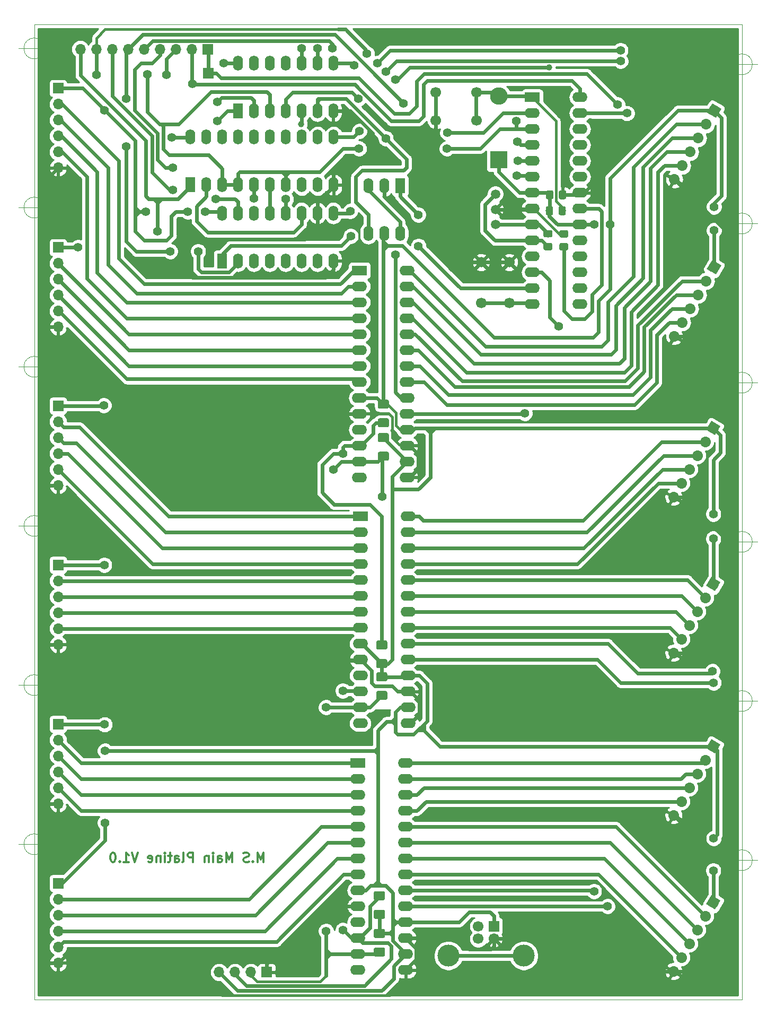
<source format=gbr>
G04 #@! TF.GenerationSoftware,KiCad,Pcbnew,(5.1.4)-1*
G04 #@! TF.CreationDate,2020-01-14T12:55:27+01:00*
G04 #@! TF.ProjectId,MainPL,4d61696e-504c-42e6-9b69-6361645f7063,rev?*
G04 #@! TF.SameCoordinates,Original*
G04 #@! TF.FileFunction,Copper,L2,Bot*
G04 #@! TF.FilePolarity,Positive*
%FSLAX46Y46*%
G04 Gerber Fmt 4.6, Leading zero omitted, Abs format (unit mm)*
G04 Created by KiCad (PCBNEW (5.1.4)-1) date 2020-01-14 12:55:27*
%MOMM*%
%LPD*%
G04 APERTURE LIST*
%ADD10C,0.300000*%
%ADD11C,0.050000*%
%ADD12C,1.700000*%
%ADD13R,2.400000X1.600000*%
%ADD14O,2.400000X1.600000*%
%ADD15O,1.600000X2.400000*%
%ADD16R,1.600000X2.400000*%
%ADD17O,2.800000X2.800000*%
%ADD18R,2.800000X2.800000*%
%ADD19C,0.100000*%
%ADD20C,1.150000*%
%ADD21C,1.500000*%
%ADD22R,1.700000X1.700000*%
%ADD23O,1.700000X1.700000*%
%ADD24C,3.500000*%
%ADD25C,1.700000*%
%ADD26C,1.425000*%
%ADD27C,1.400000*%
%ADD28C,1.000000*%
%ADD29C,0.600000*%
%ADD30C,0.400000*%
%ADD31C,0.254000*%
G04 APERTURE END LIST*
D10*
X81086385Y-159669871D02*
X81086385Y-158169871D01*
X80586385Y-159241300D01*
X80086385Y-158169871D01*
X80086385Y-159669871D01*
X79372100Y-159527014D02*
X79300671Y-159598442D01*
X79372100Y-159669871D01*
X79443528Y-159598442D01*
X79372100Y-159527014D01*
X79372100Y-159669871D01*
X78729242Y-159598442D02*
X78514957Y-159669871D01*
X78157814Y-159669871D01*
X78014957Y-159598442D01*
X77943528Y-159527014D01*
X77872100Y-159384157D01*
X77872100Y-159241300D01*
X77943528Y-159098442D01*
X78014957Y-159027014D01*
X78157814Y-158955585D01*
X78443528Y-158884157D01*
X78586385Y-158812728D01*
X78657814Y-158741300D01*
X78729242Y-158598442D01*
X78729242Y-158455585D01*
X78657814Y-158312728D01*
X78586385Y-158241300D01*
X78443528Y-158169871D01*
X78086385Y-158169871D01*
X77872100Y-158241300D01*
X76086385Y-159669871D02*
X76086385Y-158169871D01*
X75586385Y-159241300D01*
X75086385Y-158169871D01*
X75086385Y-159669871D01*
X73729242Y-159669871D02*
X73729242Y-158884157D01*
X73800671Y-158741300D01*
X73943528Y-158669871D01*
X74229242Y-158669871D01*
X74372100Y-158741300D01*
X73729242Y-159598442D02*
X73872100Y-159669871D01*
X74229242Y-159669871D01*
X74372100Y-159598442D01*
X74443528Y-159455585D01*
X74443528Y-159312728D01*
X74372100Y-159169871D01*
X74229242Y-159098442D01*
X73872100Y-159098442D01*
X73729242Y-159027014D01*
X73014957Y-159669871D02*
X73014957Y-158669871D01*
X73014957Y-158169871D02*
X73086385Y-158241300D01*
X73014957Y-158312728D01*
X72943528Y-158241300D01*
X73014957Y-158169871D01*
X73014957Y-158312728D01*
X72300671Y-158669871D02*
X72300671Y-159669871D01*
X72300671Y-158812728D02*
X72229242Y-158741300D01*
X72086385Y-158669871D01*
X71872100Y-158669871D01*
X71729242Y-158741300D01*
X71657814Y-158884157D01*
X71657814Y-159669871D01*
X69800671Y-159669871D02*
X69800671Y-158169871D01*
X69229242Y-158169871D01*
X69086385Y-158241300D01*
X69014957Y-158312728D01*
X68943528Y-158455585D01*
X68943528Y-158669871D01*
X69014957Y-158812728D01*
X69086385Y-158884157D01*
X69229242Y-158955585D01*
X69800671Y-158955585D01*
X68086385Y-159669871D02*
X68229242Y-159598442D01*
X68300671Y-159455585D01*
X68300671Y-158169871D01*
X66872100Y-159669871D02*
X66872100Y-158884157D01*
X66943528Y-158741300D01*
X67086385Y-158669871D01*
X67372100Y-158669871D01*
X67514957Y-158741300D01*
X66872100Y-159598442D02*
X67014957Y-159669871D01*
X67372100Y-159669871D01*
X67514957Y-159598442D01*
X67586385Y-159455585D01*
X67586385Y-159312728D01*
X67514957Y-159169871D01*
X67372100Y-159098442D01*
X67014957Y-159098442D01*
X66872100Y-159027014D01*
X66372100Y-158669871D02*
X65800671Y-158669871D01*
X66157814Y-158169871D02*
X66157814Y-159455585D01*
X66086385Y-159598442D01*
X65943528Y-159669871D01*
X65800671Y-159669871D01*
X65300671Y-159669871D02*
X65300671Y-158669871D01*
X65300671Y-158169871D02*
X65372100Y-158241300D01*
X65300671Y-158312728D01*
X65229242Y-158241300D01*
X65300671Y-158169871D01*
X65300671Y-158312728D01*
X64586385Y-158669871D02*
X64586385Y-159669871D01*
X64586385Y-158812728D02*
X64514957Y-158741300D01*
X64372100Y-158669871D01*
X64157814Y-158669871D01*
X64014957Y-158741300D01*
X63943528Y-158884157D01*
X63943528Y-159669871D01*
X62657814Y-159598442D02*
X62800671Y-159669871D01*
X63086385Y-159669871D01*
X63229242Y-159598442D01*
X63300671Y-159455585D01*
X63300671Y-158884157D01*
X63229242Y-158741300D01*
X63086385Y-158669871D01*
X62800671Y-158669871D01*
X62657814Y-158741300D01*
X62586385Y-158884157D01*
X62586385Y-159027014D01*
X63300671Y-159169871D01*
X61014957Y-158169871D02*
X60514957Y-159669871D01*
X60014957Y-158169871D01*
X58729242Y-159669871D02*
X59586385Y-159669871D01*
X59157814Y-159669871D02*
X59157814Y-158169871D01*
X59300671Y-158384157D01*
X59443528Y-158527014D01*
X59586385Y-158598442D01*
X58086385Y-159527014D02*
X58014957Y-159598442D01*
X58086385Y-159669871D01*
X58157814Y-159598442D01*
X58086385Y-159527014D01*
X58086385Y-159669871D01*
X57086385Y-158169871D02*
X56943528Y-158169871D01*
X56800671Y-158241300D01*
X56729242Y-158312728D01*
X56657814Y-158455585D01*
X56586385Y-158741300D01*
X56586385Y-159098442D01*
X56657814Y-159384157D01*
X56729242Y-159527014D01*
X56800671Y-159598442D01*
X56943528Y-159669871D01*
X57086385Y-159669871D01*
X57229242Y-159598442D01*
X57300671Y-159527014D01*
X57372100Y-159384157D01*
X57443528Y-159098442D01*
X57443528Y-158741300D01*
X57372100Y-158455585D01*
X57300671Y-158312728D01*
X57229242Y-158241300D01*
X57086385Y-158169871D01*
D11*
X159146666Y-159385000D02*
G75*
G03X159146666Y-159385000I-1666666J0D01*
G01*
X154980000Y-159385000D02*
X159980000Y-159385000D01*
X157480000Y-156885000D02*
X157480000Y-161885000D01*
X159146666Y-133985000D02*
G75*
G03X159146666Y-133985000I-1666666J0D01*
G01*
X154980000Y-133985000D02*
X159980000Y-133985000D01*
X157480000Y-131485000D02*
X157480000Y-136485000D01*
X159146666Y-108585000D02*
G75*
G03X159146666Y-108585000I-1666666J0D01*
G01*
X154980000Y-108585000D02*
X159980000Y-108585000D01*
X157480000Y-106085000D02*
X157480000Y-111085000D01*
X159146666Y-83185000D02*
G75*
G03X159146666Y-83185000I-1666666J0D01*
G01*
X154980000Y-83185000D02*
X159980000Y-83185000D01*
X157480000Y-80685000D02*
X157480000Y-85685000D01*
X159146666Y-57785000D02*
G75*
G03X159146666Y-57785000I-1666666J0D01*
G01*
X154980000Y-57785000D02*
X159980000Y-57785000D01*
X157480000Y-55285000D02*
X157480000Y-60285000D01*
X159146666Y-32385000D02*
G75*
G03X159146666Y-32385000I-1666666J0D01*
G01*
X154980000Y-32385000D02*
X159980000Y-32385000D01*
X157480000Y-29885000D02*
X157480000Y-34885000D01*
X46116666Y-156845000D02*
G75*
G03X46116666Y-156845000I-1666666J0D01*
G01*
X41950000Y-156845000D02*
X46950000Y-156845000D01*
X44450000Y-154345000D02*
X44450000Y-159345000D01*
X46116666Y-131445000D02*
G75*
G03X46116666Y-131445000I-1666666J0D01*
G01*
X41950000Y-131445000D02*
X46950000Y-131445000D01*
X44450000Y-128945000D02*
X44450000Y-133945000D01*
X46116666Y-106045000D02*
G75*
G03X46116666Y-106045000I-1666666J0D01*
G01*
X41950000Y-106045000D02*
X46950000Y-106045000D01*
X44450000Y-103545000D02*
X44450000Y-108545000D01*
X46116666Y-80645000D02*
G75*
G03X46116666Y-80645000I-1666666J0D01*
G01*
X41950000Y-80645000D02*
X46950000Y-80645000D01*
X44450000Y-78145000D02*
X44450000Y-83145000D01*
X46116666Y-29845000D02*
G75*
G03X46116666Y-29845000I-1666666J0D01*
G01*
X41950000Y-29845000D02*
X46950000Y-29845000D01*
X44450000Y-27345000D02*
X44450000Y-32345000D01*
X46116666Y-55245000D02*
G75*
G03X46116666Y-55245000I-1666666J0D01*
G01*
X41950000Y-55245000D02*
X46950000Y-55245000D01*
X44450000Y-52745000D02*
X44450000Y-57745000D01*
X157480000Y-26035000D02*
X156845000Y-26035000D01*
X157480000Y-181610000D02*
X157480000Y-26035000D01*
X44450000Y-181610000D02*
X45085000Y-181610000D01*
X44450000Y-26035000D02*
X44450000Y-181610000D01*
X157480000Y-181610000D02*
X45085000Y-181610000D01*
X44450000Y-26035000D02*
X156845000Y-26035000D01*
D12*
X108585000Y-36830000D03*
X115085000Y-36830000D03*
X108585000Y-41330000D03*
X115085000Y-41330000D03*
X115824000Y-70485000D03*
X115824000Y-63985000D03*
X120324000Y-70485000D03*
X120324000Y-63985000D03*
D13*
X96393000Y-65278000D03*
D14*
X104013000Y-98298000D03*
X96393000Y-67818000D03*
X104013000Y-95758000D03*
X96393000Y-70358000D03*
X104013000Y-93218000D03*
X96393000Y-72898000D03*
X104013000Y-90678000D03*
X96393000Y-75438000D03*
X104013000Y-88138000D03*
X96393000Y-77978000D03*
X104013000Y-85598000D03*
X96393000Y-80518000D03*
X104013000Y-83058000D03*
X96393000Y-83058000D03*
X104013000Y-80518000D03*
X96393000Y-85598000D03*
X104013000Y-77978000D03*
X96393000Y-88138000D03*
X104013000Y-75438000D03*
X96393000Y-90678000D03*
X104013000Y-72898000D03*
X96393000Y-93218000D03*
X104013000Y-70358000D03*
X96393000Y-95758000D03*
X104013000Y-67818000D03*
X96393000Y-98298000D03*
X104013000Y-65278000D03*
D15*
X76962000Y-32194500D03*
X92202000Y-39814500D03*
X79502000Y-32194500D03*
X89662000Y-39814500D03*
X82042000Y-32194500D03*
X87122000Y-39814500D03*
X84582000Y-32194500D03*
X84582000Y-39814500D03*
X87122000Y-32194500D03*
X82042000Y-39814500D03*
X89662000Y-32194500D03*
X79502000Y-39814500D03*
X92202000Y-32194500D03*
D16*
X76962000Y-39814500D03*
D14*
X104140000Y-104521000D03*
X96520000Y-137541000D03*
X104140000Y-107061000D03*
X96520000Y-135001000D03*
X104140000Y-109601000D03*
X96520000Y-132461000D03*
X104140000Y-112141000D03*
X96520000Y-129921000D03*
X104140000Y-114681000D03*
X96520000Y-127381000D03*
X104140000Y-117221000D03*
X96520000Y-124841000D03*
X104140000Y-119761000D03*
X96520000Y-122301000D03*
X104140000Y-122301000D03*
X96520000Y-119761000D03*
X104140000Y-124841000D03*
X96520000Y-117221000D03*
X104140000Y-127381000D03*
X96520000Y-114681000D03*
X104140000Y-129921000D03*
X96520000Y-112141000D03*
X104140000Y-132461000D03*
X96520000Y-109601000D03*
X104140000Y-135001000D03*
X96520000Y-107061000D03*
X104140000Y-137541000D03*
D13*
X96520000Y-104521000D03*
X96139000Y-143891000D03*
D14*
X103759000Y-176911000D03*
X96139000Y-146431000D03*
X103759000Y-174371000D03*
X96139000Y-148971000D03*
X103759000Y-171831000D03*
X96139000Y-151511000D03*
X103759000Y-169291000D03*
X96139000Y-154051000D03*
X103759000Y-166751000D03*
X96139000Y-156591000D03*
X103759000Y-164211000D03*
X96139000Y-159131000D03*
X103759000Y-161671000D03*
X96139000Y-161671000D03*
X103759000Y-159131000D03*
X96139000Y-164211000D03*
X103759000Y-156591000D03*
X96139000Y-166751000D03*
X103759000Y-154051000D03*
X96139000Y-169291000D03*
X103759000Y-151511000D03*
X96139000Y-171831000D03*
X103759000Y-148971000D03*
X96139000Y-174371000D03*
X103759000Y-146431000D03*
X96139000Y-176911000D03*
X103759000Y-143891000D03*
D17*
X118618000Y-37465000D03*
D18*
X118618000Y-47625000D03*
D19*
G36*
X127077505Y-55054204D02*
G01*
X127101773Y-55057804D01*
X127125572Y-55063765D01*
X127148671Y-55072030D01*
X127170850Y-55082520D01*
X127191893Y-55095132D01*
X127211599Y-55109747D01*
X127229777Y-55126223D01*
X127246253Y-55144401D01*
X127260868Y-55164107D01*
X127273480Y-55185150D01*
X127283970Y-55207329D01*
X127292235Y-55230428D01*
X127298196Y-55254227D01*
X127301796Y-55278495D01*
X127303000Y-55302999D01*
X127303000Y-56203001D01*
X127301796Y-56227505D01*
X127298196Y-56251773D01*
X127292235Y-56275572D01*
X127283970Y-56298671D01*
X127273480Y-56320850D01*
X127260868Y-56341893D01*
X127246253Y-56361599D01*
X127229777Y-56379777D01*
X127211599Y-56396253D01*
X127191893Y-56410868D01*
X127170850Y-56423480D01*
X127148671Y-56433970D01*
X127125572Y-56442235D01*
X127101773Y-56448196D01*
X127077505Y-56451796D01*
X127053001Y-56453000D01*
X126402999Y-56453000D01*
X126378495Y-56451796D01*
X126354227Y-56448196D01*
X126330428Y-56442235D01*
X126307329Y-56433970D01*
X126285150Y-56423480D01*
X126264107Y-56410868D01*
X126244401Y-56396253D01*
X126226223Y-56379777D01*
X126209747Y-56361599D01*
X126195132Y-56341893D01*
X126182520Y-56320850D01*
X126172030Y-56298671D01*
X126163765Y-56275572D01*
X126157804Y-56251773D01*
X126154204Y-56227505D01*
X126153000Y-56203001D01*
X126153000Y-55302999D01*
X126154204Y-55278495D01*
X126157804Y-55254227D01*
X126163765Y-55230428D01*
X126172030Y-55207329D01*
X126182520Y-55185150D01*
X126195132Y-55164107D01*
X126209747Y-55144401D01*
X126226223Y-55126223D01*
X126244401Y-55109747D01*
X126264107Y-55095132D01*
X126285150Y-55082520D01*
X126307329Y-55072030D01*
X126330428Y-55063765D01*
X126354227Y-55057804D01*
X126378495Y-55054204D01*
X126402999Y-55053000D01*
X127053001Y-55053000D01*
X127077505Y-55054204D01*
X127077505Y-55054204D01*
G37*
D20*
X126728000Y-55753000D03*
D19*
G36*
X129127505Y-55054204D02*
G01*
X129151773Y-55057804D01*
X129175572Y-55063765D01*
X129198671Y-55072030D01*
X129220850Y-55082520D01*
X129241893Y-55095132D01*
X129261599Y-55109747D01*
X129279777Y-55126223D01*
X129296253Y-55144401D01*
X129310868Y-55164107D01*
X129323480Y-55185150D01*
X129333970Y-55207329D01*
X129342235Y-55230428D01*
X129348196Y-55254227D01*
X129351796Y-55278495D01*
X129353000Y-55302999D01*
X129353000Y-56203001D01*
X129351796Y-56227505D01*
X129348196Y-56251773D01*
X129342235Y-56275572D01*
X129333970Y-56298671D01*
X129323480Y-56320850D01*
X129310868Y-56341893D01*
X129296253Y-56361599D01*
X129279777Y-56379777D01*
X129261599Y-56396253D01*
X129241893Y-56410868D01*
X129220850Y-56423480D01*
X129198671Y-56433970D01*
X129175572Y-56442235D01*
X129151773Y-56448196D01*
X129127505Y-56451796D01*
X129103001Y-56453000D01*
X128452999Y-56453000D01*
X128428495Y-56451796D01*
X128404227Y-56448196D01*
X128380428Y-56442235D01*
X128357329Y-56433970D01*
X128335150Y-56423480D01*
X128314107Y-56410868D01*
X128294401Y-56396253D01*
X128276223Y-56379777D01*
X128259747Y-56361599D01*
X128245132Y-56341893D01*
X128232520Y-56320850D01*
X128222030Y-56298671D01*
X128213765Y-56275572D01*
X128207804Y-56251773D01*
X128204204Y-56227505D01*
X128203000Y-56203001D01*
X128203000Y-55302999D01*
X128204204Y-55278495D01*
X128207804Y-55254227D01*
X128213765Y-55230428D01*
X128222030Y-55207329D01*
X128232520Y-55185150D01*
X128245132Y-55164107D01*
X128259747Y-55144401D01*
X128276223Y-55126223D01*
X128294401Y-55109747D01*
X128314107Y-55095132D01*
X128335150Y-55082520D01*
X128357329Y-55072030D01*
X128380428Y-55063765D01*
X128404227Y-55057804D01*
X128428495Y-55054204D01*
X128452999Y-55053000D01*
X129103001Y-55053000D01*
X129127505Y-55054204D01*
X129127505Y-55054204D01*
G37*
D20*
X128778000Y-55753000D03*
D19*
G36*
X126966505Y-60894204D02*
G01*
X126990773Y-60897804D01*
X127014572Y-60903765D01*
X127037671Y-60912030D01*
X127059850Y-60922520D01*
X127080893Y-60935132D01*
X127100599Y-60949747D01*
X127118777Y-60966223D01*
X127135253Y-60984401D01*
X127149868Y-61004107D01*
X127162480Y-61025150D01*
X127172970Y-61047329D01*
X127181235Y-61070428D01*
X127187196Y-61094227D01*
X127190796Y-61118495D01*
X127192000Y-61142999D01*
X127192000Y-61793001D01*
X127190796Y-61817505D01*
X127187196Y-61841773D01*
X127181235Y-61865572D01*
X127172970Y-61888671D01*
X127162480Y-61910850D01*
X127149868Y-61931893D01*
X127135253Y-61951599D01*
X127118777Y-61969777D01*
X127100599Y-61986253D01*
X127080893Y-62000868D01*
X127059850Y-62013480D01*
X127037671Y-62023970D01*
X127014572Y-62032235D01*
X126990773Y-62038196D01*
X126966505Y-62041796D01*
X126942001Y-62043000D01*
X126041999Y-62043000D01*
X126017495Y-62041796D01*
X125993227Y-62038196D01*
X125969428Y-62032235D01*
X125946329Y-62023970D01*
X125924150Y-62013480D01*
X125903107Y-62000868D01*
X125883401Y-61986253D01*
X125865223Y-61969777D01*
X125848747Y-61951599D01*
X125834132Y-61931893D01*
X125821520Y-61910850D01*
X125811030Y-61888671D01*
X125802765Y-61865572D01*
X125796804Y-61841773D01*
X125793204Y-61817505D01*
X125792000Y-61793001D01*
X125792000Y-61142999D01*
X125793204Y-61118495D01*
X125796804Y-61094227D01*
X125802765Y-61070428D01*
X125811030Y-61047329D01*
X125821520Y-61025150D01*
X125834132Y-61004107D01*
X125848747Y-60984401D01*
X125865223Y-60966223D01*
X125883401Y-60949747D01*
X125903107Y-60935132D01*
X125924150Y-60922520D01*
X125946329Y-60912030D01*
X125969428Y-60903765D01*
X125993227Y-60897804D01*
X126017495Y-60894204D01*
X126041999Y-60893000D01*
X126942001Y-60893000D01*
X126966505Y-60894204D01*
X126966505Y-60894204D01*
G37*
D20*
X126492000Y-61468000D03*
D19*
G36*
X126966505Y-58844204D02*
G01*
X126990773Y-58847804D01*
X127014572Y-58853765D01*
X127037671Y-58862030D01*
X127059850Y-58872520D01*
X127080893Y-58885132D01*
X127100599Y-58899747D01*
X127118777Y-58916223D01*
X127135253Y-58934401D01*
X127149868Y-58954107D01*
X127162480Y-58975150D01*
X127172970Y-58997329D01*
X127181235Y-59020428D01*
X127187196Y-59044227D01*
X127190796Y-59068495D01*
X127192000Y-59092999D01*
X127192000Y-59743001D01*
X127190796Y-59767505D01*
X127187196Y-59791773D01*
X127181235Y-59815572D01*
X127172970Y-59838671D01*
X127162480Y-59860850D01*
X127149868Y-59881893D01*
X127135253Y-59901599D01*
X127118777Y-59919777D01*
X127100599Y-59936253D01*
X127080893Y-59950868D01*
X127059850Y-59963480D01*
X127037671Y-59973970D01*
X127014572Y-59982235D01*
X126990773Y-59988196D01*
X126966505Y-59991796D01*
X126942001Y-59993000D01*
X126041999Y-59993000D01*
X126017495Y-59991796D01*
X125993227Y-59988196D01*
X125969428Y-59982235D01*
X125946329Y-59973970D01*
X125924150Y-59963480D01*
X125903107Y-59950868D01*
X125883401Y-59936253D01*
X125865223Y-59919777D01*
X125848747Y-59901599D01*
X125834132Y-59881893D01*
X125821520Y-59860850D01*
X125811030Y-59838671D01*
X125802765Y-59815572D01*
X125796804Y-59791773D01*
X125793204Y-59767505D01*
X125792000Y-59743001D01*
X125792000Y-59092999D01*
X125793204Y-59068495D01*
X125796804Y-59044227D01*
X125802765Y-59020428D01*
X125811030Y-58997329D01*
X125821520Y-58975150D01*
X125834132Y-58954107D01*
X125848747Y-58934401D01*
X125865223Y-58916223D01*
X125883401Y-58899747D01*
X125903107Y-58885132D01*
X125924150Y-58872520D01*
X125946329Y-58862030D01*
X125969428Y-58853765D01*
X125993227Y-58847804D01*
X126017495Y-58844204D01*
X126041999Y-58843000D01*
X126942001Y-58843000D01*
X126966505Y-58844204D01*
X126966505Y-58844204D01*
G37*
D20*
X126492000Y-59418000D03*
D19*
G36*
X129506505Y-58862204D02*
G01*
X129530773Y-58865804D01*
X129554572Y-58871765D01*
X129577671Y-58880030D01*
X129599850Y-58890520D01*
X129620893Y-58903132D01*
X129640599Y-58917747D01*
X129658777Y-58934223D01*
X129675253Y-58952401D01*
X129689868Y-58972107D01*
X129702480Y-58993150D01*
X129712970Y-59015329D01*
X129721235Y-59038428D01*
X129727196Y-59062227D01*
X129730796Y-59086495D01*
X129732000Y-59110999D01*
X129732000Y-59761001D01*
X129730796Y-59785505D01*
X129727196Y-59809773D01*
X129721235Y-59833572D01*
X129712970Y-59856671D01*
X129702480Y-59878850D01*
X129689868Y-59899893D01*
X129675253Y-59919599D01*
X129658777Y-59937777D01*
X129640599Y-59954253D01*
X129620893Y-59968868D01*
X129599850Y-59981480D01*
X129577671Y-59991970D01*
X129554572Y-60000235D01*
X129530773Y-60006196D01*
X129506505Y-60009796D01*
X129482001Y-60011000D01*
X128581999Y-60011000D01*
X128557495Y-60009796D01*
X128533227Y-60006196D01*
X128509428Y-60000235D01*
X128486329Y-59991970D01*
X128464150Y-59981480D01*
X128443107Y-59968868D01*
X128423401Y-59954253D01*
X128405223Y-59937777D01*
X128388747Y-59919599D01*
X128374132Y-59899893D01*
X128361520Y-59878850D01*
X128351030Y-59856671D01*
X128342765Y-59833572D01*
X128336804Y-59809773D01*
X128333204Y-59785505D01*
X128332000Y-59761001D01*
X128332000Y-59110999D01*
X128333204Y-59086495D01*
X128336804Y-59062227D01*
X128342765Y-59038428D01*
X128351030Y-59015329D01*
X128361520Y-58993150D01*
X128374132Y-58972107D01*
X128388747Y-58952401D01*
X128405223Y-58934223D01*
X128423401Y-58917747D01*
X128443107Y-58903132D01*
X128464150Y-58890520D01*
X128486329Y-58880030D01*
X128509428Y-58871765D01*
X128533227Y-58865804D01*
X128557495Y-58862204D01*
X128581999Y-58861000D01*
X129482001Y-58861000D01*
X129506505Y-58862204D01*
X129506505Y-58862204D01*
G37*
D20*
X129032000Y-59436000D03*
D19*
G36*
X129506505Y-60912204D02*
G01*
X129530773Y-60915804D01*
X129554572Y-60921765D01*
X129577671Y-60930030D01*
X129599850Y-60940520D01*
X129620893Y-60953132D01*
X129640599Y-60967747D01*
X129658777Y-60984223D01*
X129675253Y-61002401D01*
X129689868Y-61022107D01*
X129702480Y-61043150D01*
X129712970Y-61065329D01*
X129721235Y-61088428D01*
X129727196Y-61112227D01*
X129730796Y-61136495D01*
X129732000Y-61160999D01*
X129732000Y-61811001D01*
X129730796Y-61835505D01*
X129727196Y-61859773D01*
X129721235Y-61883572D01*
X129712970Y-61906671D01*
X129702480Y-61928850D01*
X129689868Y-61949893D01*
X129675253Y-61969599D01*
X129658777Y-61987777D01*
X129640599Y-62004253D01*
X129620893Y-62018868D01*
X129599850Y-62031480D01*
X129577671Y-62041970D01*
X129554572Y-62050235D01*
X129530773Y-62056196D01*
X129506505Y-62059796D01*
X129482001Y-62061000D01*
X128581999Y-62061000D01*
X128557495Y-62059796D01*
X128533227Y-62056196D01*
X128509428Y-62050235D01*
X128486329Y-62041970D01*
X128464150Y-62031480D01*
X128443107Y-62018868D01*
X128423401Y-62004253D01*
X128405223Y-61987777D01*
X128388747Y-61969599D01*
X128374132Y-61949893D01*
X128361520Y-61928850D01*
X128351030Y-61906671D01*
X128342765Y-61883572D01*
X128336804Y-61859773D01*
X128333204Y-61835505D01*
X128332000Y-61811001D01*
X128332000Y-61160999D01*
X128333204Y-61136495D01*
X128336804Y-61112227D01*
X128342765Y-61088428D01*
X128351030Y-61065329D01*
X128361520Y-61043150D01*
X128374132Y-61022107D01*
X128388747Y-61002401D01*
X128405223Y-60984223D01*
X128423401Y-60967747D01*
X128443107Y-60953132D01*
X128464150Y-60940520D01*
X128486329Y-60930030D01*
X128509428Y-60921765D01*
X128533227Y-60915804D01*
X128557495Y-60912204D01*
X128581999Y-60911000D01*
X129482001Y-60911000D01*
X129506505Y-60912204D01*
X129506505Y-60912204D01*
G37*
D20*
X129032000Y-61486000D03*
D19*
G36*
X129173005Y-52514204D02*
G01*
X129197273Y-52517804D01*
X129221072Y-52523765D01*
X129244171Y-52532030D01*
X129266350Y-52542520D01*
X129287393Y-52555132D01*
X129307099Y-52569747D01*
X129325277Y-52586223D01*
X129341753Y-52604401D01*
X129356368Y-52624107D01*
X129368980Y-52645150D01*
X129379470Y-52667329D01*
X129387735Y-52690428D01*
X129393696Y-52714227D01*
X129397296Y-52738495D01*
X129398500Y-52762999D01*
X129398500Y-53663001D01*
X129397296Y-53687505D01*
X129393696Y-53711773D01*
X129387735Y-53735572D01*
X129379470Y-53758671D01*
X129368980Y-53780850D01*
X129356368Y-53801893D01*
X129341753Y-53821599D01*
X129325277Y-53839777D01*
X129307099Y-53856253D01*
X129287393Y-53870868D01*
X129266350Y-53883480D01*
X129244171Y-53893970D01*
X129221072Y-53902235D01*
X129197273Y-53908196D01*
X129173005Y-53911796D01*
X129148501Y-53913000D01*
X128498499Y-53913000D01*
X128473995Y-53911796D01*
X128449727Y-53908196D01*
X128425928Y-53902235D01*
X128402829Y-53893970D01*
X128380650Y-53883480D01*
X128359607Y-53870868D01*
X128339901Y-53856253D01*
X128321723Y-53839777D01*
X128305247Y-53821599D01*
X128290632Y-53801893D01*
X128278020Y-53780850D01*
X128267530Y-53758671D01*
X128259265Y-53735572D01*
X128253304Y-53711773D01*
X128249704Y-53687505D01*
X128248500Y-53663001D01*
X128248500Y-52762999D01*
X128249704Y-52738495D01*
X128253304Y-52714227D01*
X128259265Y-52690428D01*
X128267530Y-52667329D01*
X128278020Y-52645150D01*
X128290632Y-52624107D01*
X128305247Y-52604401D01*
X128321723Y-52586223D01*
X128339901Y-52569747D01*
X128359607Y-52555132D01*
X128380650Y-52542520D01*
X128402829Y-52532030D01*
X128425928Y-52523765D01*
X128449727Y-52517804D01*
X128473995Y-52514204D01*
X128498499Y-52513000D01*
X129148501Y-52513000D01*
X129173005Y-52514204D01*
X129173005Y-52514204D01*
G37*
D20*
X128823500Y-53213000D03*
D19*
G36*
X127123005Y-52514204D02*
G01*
X127147273Y-52517804D01*
X127171072Y-52523765D01*
X127194171Y-52532030D01*
X127216350Y-52542520D01*
X127237393Y-52555132D01*
X127257099Y-52569747D01*
X127275277Y-52586223D01*
X127291753Y-52604401D01*
X127306368Y-52624107D01*
X127318980Y-52645150D01*
X127329470Y-52667329D01*
X127337735Y-52690428D01*
X127343696Y-52714227D01*
X127347296Y-52738495D01*
X127348500Y-52762999D01*
X127348500Y-53663001D01*
X127347296Y-53687505D01*
X127343696Y-53711773D01*
X127337735Y-53735572D01*
X127329470Y-53758671D01*
X127318980Y-53780850D01*
X127306368Y-53801893D01*
X127291753Y-53821599D01*
X127275277Y-53839777D01*
X127257099Y-53856253D01*
X127237393Y-53870868D01*
X127216350Y-53883480D01*
X127194171Y-53893970D01*
X127171072Y-53902235D01*
X127147273Y-53908196D01*
X127123005Y-53911796D01*
X127098501Y-53913000D01*
X126448499Y-53913000D01*
X126423995Y-53911796D01*
X126399727Y-53908196D01*
X126375928Y-53902235D01*
X126352829Y-53893970D01*
X126330650Y-53883480D01*
X126309607Y-53870868D01*
X126289901Y-53856253D01*
X126271723Y-53839777D01*
X126255247Y-53821599D01*
X126240632Y-53801893D01*
X126228020Y-53780850D01*
X126217530Y-53758671D01*
X126209265Y-53735572D01*
X126203304Y-53711773D01*
X126199704Y-53687505D01*
X126198500Y-53663001D01*
X126198500Y-52762999D01*
X126199704Y-52738495D01*
X126203304Y-52714227D01*
X126209265Y-52690428D01*
X126217530Y-52667329D01*
X126228020Y-52645150D01*
X126240632Y-52624107D01*
X126255247Y-52604401D01*
X126271723Y-52586223D01*
X126289901Y-52569747D01*
X126309607Y-52555132D01*
X126330650Y-52542520D01*
X126352829Y-52532030D01*
X126375928Y-52523765D01*
X126399727Y-52517804D01*
X126423995Y-52514204D01*
X126448499Y-52513000D01*
X127098501Y-52513000D01*
X127123005Y-52514204D01*
X127123005Y-52514204D01*
G37*
D20*
X126773500Y-53213000D03*
D21*
X118110000Y-57966000D03*
X118110000Y-55526000D03*
X118110000Y-53086000D03*
D14*
X131601000Y-37648000D03*
X123981000Y-70668000D03*
X131601000Y-40188000D03*
X123981000Y-68128000D03*
X131601000Y-42728000D03*
X123981000Y-65588000D03*
X131601000Y-45268000D03*
X123981000Y-63048000D03*
X131601000Y-47808000D03*
X123981000Y-60508000D03*
X131601000Y-50348000D03*
X123981000Y-57968000D03*
X131601000Y-52888000D03*
X123981000Y-55428000D03*
X131601000Y-55428000D03*
X123981000Y-52888000D03*
X131601000Y-57968000D03*
X123981000Y-50348000D03*
X131601000Y-60508000D03*
X123981000Y-47808000D03*
X131601000Y-63048000D03*
X123981000Y-45268000D03*
X131601000Y-65588000D03*
X123981000Y-42728000D03*
X131601000Y-68128000D03*
X123981000Y-40188000D03*
X131601000Y-70668000D03*
D13*
X123981000Y-37648000D03*
D22*
X72252000Y-33802000D03*
D23*
X51816000Y-29972000D03*
X54356000Y-29972000D03*
X56896000Y-29972000D03*
X59436000Y-29972000D03*
X61976000Y-29972000D03*
X64516000Y-29972000D03*
X67056000Y-29972000D03*
X69596000Y-29972000D03*
D22*
X72136000Y-29972000D03*
D23*
X73958000Y-177268000D03*
X76498000Y-177268000D03*
X79038000Y-177268000D03*
D22*
X81578000Y-177268000D03*
D24*
X110586000Y-174636000D03*
X122626000Y-174636000D03*
D12*
X117856000Y-171926000D03*
X115356000Y-171926000D03*
X115356000Y-169926000D03*
D22*
X117856000Y-169926000D03*
X48260000Y-61595000D03*
D23*
X48260000Y-64135000D03*
X48260000Y-66675000D03*
X48260000Y-69215000D03*
X48260000Y-71755000D03*
X48260000Y-74295000D03*
X48260000Y-48895000D03*
X48260000Y-46355000D03*
X48260000Y-43815000D03*
X48260000Y-41275000D03*
X48260000Y-38735000D03*
D22*
X48260000Y-36195000D03*
D12*
X146685000Y-75768523D03*
D25*
X146685000Y-75768523D02*
X146685000Y-75768523D01*
D12*
X147955000Y-73568818D03*
D25*
X147955000Y-73568818D02*
X147955000Y-73568818D01*
D12*
X149225000Y-71369114D03*
D25*
X149225000Y-71369114D02*
X149225000Y-71369114D01*
D12*
X150495000Y-69169409D03*
D25*
X150495000Y-69169409D02*
X150495000Y-69169409D01*
D12*
X151765000Y-66969705D03*
D25*
X151765000Y-66969705D02*
X151765000Y-66969705D01*
D12*
X153035000Y-64770000D03*
D19*
G36*
X151873878Y-65081122D02*
G01*
X152723878Y-63608878D01*
X154196122Y-64458878D01*
X153346122Y-65931122D01*
X151873878Y-65081122D01*
X151873878Y-65081122D01*
G37*
D23*
X48260000Y-99568000D03*
X48260000Y-97028000D03*
X48260000Y-94488000D03*
X48260000Y-91948000D03*
X48260000Y-89408000D03*
D22*
X48260000Y-86868000D03*
D12*
X153035000Y-39755886D03*
D19*
G36*
X151873878Y-40067008D02*
G01*
X152723878Y-38594764D01*
X154196122Y-39444764D01*
X153346122Y-40917008D01*
X151873878Y-40067008D01*
X151873878Y-40067008D01*
G37*
D12*
X151765000Y-41955591D03*
D25*
X151765000Y-41955591D02*
X151765000Y-41955591D01*
D12*
X150495000Y-44155295D03*
D25*
X150495000Y-44155295D02*
X150495000Y-44155295D01*
D12*
X149225000Y-46355000D03*
D25*
X149225000Y-46355000D02*
X149225000Y-46355000D01*
D12*
X147955000Y-48554704D03*
D25*
X147955000Y-48554704D02*
X147955000Y-48554704D01*
D12*
X146685000Y-50754409D03*
D25*
X146685000Y-50754409D02*
X146685000Y-50754409D01*
D22*
X48260000Y-112268000D03*
D23*
X48260000Y-114808000D03*
X48260000Y-117348000D03*
X48260000Y-119888000D03*
X48260000Y-122428000D03*
X48260000Y-124968000D03*
D12*
X146558000Y-126314523D03*
D25*
X146558000Y-126314523D02*
X146558000Y-126314523D01*
D12*
X147828000Y-124114818D03*
D25*
X147828000Y-124114818D02*
X147828000Y-124114818D01*
D12*
X149098000Y-121915114D03*
D25*
X149098000Y-121915114D02*
X149098000Y-121915114D01*
D12*
X150368000Y-119715409D03*
D25*
X150368000Y-119715409D02*
X150368000Y-119715409D01*
D12*
X151638000Y-117515705D03*
D25*
X151638000Y-117515705D02*
X151638000Y-117515705D01*
D12*
X152908000Y-115316000D03*
D19*
G36*
X151746878Y-115627122D02*
G01*
X152596878Y-114154878D01*
X154069122Y-115004878D01*
X153219122Y-116477122D01*
X151746878Y-115627122D01*
X151746878Y-115627122D01*
G37*
D23*
X48260000Y-150368000D03*
X48260000Y-147828000D03*
X48260000Y-145288000D03*
X48260000Y-142748000D03*
X48260000Y-140208000D03*
D22*
X48260000Y-137668000D03*
D12*
X152908000Y-90424000D03*
D19*
G36*
X151746878Y-90735122D02*
G01*
X152596878Y-89262878D01*
X154069122Y-90112878D01*
X153219122Y-91585122D01*
X151746878Y-90735122D01*
X151746878Y-90735122D01*
G37*
D12*
X151638000Y-92623705D03*
D25*
X151638000Y-92623705D02*
X151638000Y-92623705D01*
D12*
X150368000Y-94823409D03*
D25*
X150368000Y-94823409D02*
X150368000Y-94823409D01*
D12*
X149098000Y-97023114D03*
D25*
X149098000Y-97023114D02*
X149098000Y-97023114D01*
D12*
X147828000Y-99222818D03*
D25*
X147828000Y-99222818D02*
X147828000Y-99222818D01*
D12*
X146558000Y-101422523D03*
D25*
X146558000Y-101422523D02*
X146558000Y-101422523D01*
D22*
X48260000Y-163068000D03*
D23*
X48260000Y-165608000D03*
X48260000Y-168148000D03*
X48260000Y-170688000D03*
X48260000Y-173228000D03*
X48260000Y-175768000D03*
D12*
X152908000Y-166116000D03*
D19*
G36*
X151746878Y-166427122D02*
G01*
X152596878Y-164954878D01*
X154069122Y-165804878D01*
X153219122Y-167277122D01*
X151746878Y-166427122D01*
X151746878Y-166427122D01*
G37*
D12*
X151638000Y-168315705D03*
D25*
X151638000Y-168315705D02*
X151638000Y-168315705D01*
D12*
X150368000Y-170515409D03*
D25*
X150368000Y-170515409D02*
X150368000Y-170515409D01*
D12*
X149098000Y-172715114D03*
D25*
X149098000Y-172715114D02*
X149098000Y-172715114D01*
D12*
X147828000Y-174914818D03*
D25*
X147828000Y-174914818D02*
X147828000Y-174914818D01*
D12*
X146558000Y-177114523D03*
D25*
X146558000Y-177114523D02*
X146558000Y-177114523D01*
D12*
X146558000Y-152222523D03*
D25*
X146558000Y-152222523D02*
X146558000Y-152222523D01*
D12*
X147828000Y-150022818D03*
D25*
X147828000Y-150022818D02*
X147828000Y-150022818D01*
D12*
X149098000Y-147823114D03*
D25*
X149098000Y-147823114D02*
X149098000Y-147823114D01*
D12*
X150368000Y-145623409D03*
D25*
X150368000Y-145623409D02*
X150368000Y-145623409D01*
D12*
X151638000Y-143423705D03*
D25*
X151638000Y-143423705D02*
X151638000Y-143423705D01*
D12*
X152908000Y-141224000D03*
D19*
G36*
X151746878Y-141535122D02*
G01*
X152596878Y-140062878D01*
X154069122Y-140912878D01*
X153219122Y-142385122D01*
X151746878Y-141535122D01*
X151746878Y-141535122D01*
G37*
G36*
X100852504Y-91236704D02*
G01*
X100876773Y-91240304D01*
X100900571Y-91246265D01*
X100923671Y-91254530D01*
X100945849Y-91265020D01*
X100966893Y-91277633D01*
X100986598Y-91292247D01*
X101004777Y-91308723D01*
X101021253Y-91326902D01*
X101035867Y-91346607D01*
X101048480Y-91367651D01*
X101058970Y-91389829D01*
X101067235Y-91412929D01*
X101073196Y-91436727D01*
X101076796Y-91460996D01*
X101078000Y-91485500D01*
X101078000Y-92410500D01*
X101076796Y-92435004D01*
X101073196Y-92459273D01*
X101067235Y-92483071D01*
X101058970Y-92506171D01*
X101048480Y-92528349D01*
X101035867Y-92549393D01*
X101021253Y-92569098D01*
X101004777Y-92587277D01*
X100986598Y-92603753D01*
X100966893Y-92618367D01*
X100945849Y-92630980D01*
X100923671Y-92641470D01*
X100900571Y-92649735D01*
X100876773Y-92655696D01*
X100852504Y-92659296D01*
X100828000Y-92660500D01*
X99578000Y-92660500D01*
X99553496Y-92659296D01*
X99529227Y-92655696D01*
X99505429Y-92649735D01*
X99482329Y-92641470D01*
X99460151Y-92630980D01*
X99439107Y-92618367D01*
X99419402Y-92603753D01*
X99401223Y-92587277D01*
X99384747Y-92569098D01*
X99370133Y-92549393D01*
X99357520Y-92528349D01*
X99347030Y-92506171D01*
X99338765Y-92483071D01*
X99332804Y-92459273D01*
X99329204Y-92435004D01*
X99328000Y-92410500D01*
X99328000Y-91485500D01*
X99329204Y-91460996D01*
X99332804Y-91436727D01*
X99338765Y-91412929D01*
X99347030Y-91389829D01*
X99357520Y-91367651D01*
X99370133Y-91346607D01*
X99384747Y-91326902D01*
X99401223Y-91308723D01*
X99419402Y-91292247D01*
X99439107Y-91277633D01*
X99460151Y-91265020D01*
X99482329Y-91254530D01*
X99505429Y-91246265D01*
X99529227Y-91240304D01*
X99553496Y-91236704D01*
X99578000Y-91235500D01*
X100828000Y-91235500D01*
X100852504Y-91236704D01*
X100852504Y-91236704D01*
G37*
D26*
X100203000Y-91948000D03*
D19*
G36*
X100852504Y-94211704D02*
G01*
X100876773Y-94215304D01*
X100900571Y-94221265D01*
X100923671Y-94229530D01*
X100945849Y-94240020D01*
X100966893Y-94252633D01*
X100986598Y-94267247D01*
X101004777Y-94283723D01*
X101021253Y-94301902D01*
X101035867Y-94321607D01*
X101048480Y-94342651D01*
X101058970Y-94364829D01*
X101067235Y-94387929D01*
X101073196Y-94411727D01*
X101076796Y-94435996D01*
X101078000Y-94460500D01*
X101078000Y-95385500D01*
X101076796Y-95410004D01*
X101073196Y-95434273D01*
X101067235Y-95458071D01*
X101058970Y-95481171D01*
X101048480Y-95503349D01*
X101035867Y-95524393D01*
X101021253Y-95544098D01*
X101004777Y-95562277D01*
X100986598Y-95578753D01*
X100966893Y-95593367D01*
X100945849Y-95605980D01*
X100923671Y-95616470D01*
X100900571Y-95624735D01*
X100876773Y-95630696D01*
X100852504Y-95634296D01*
X100828000Y-95635500D01*
X99578000Y-95635500D01*
X99553496Y-95634296D01*
X99529227Y-95630696D01*
X99505429Y-95624735D01*
X99482329Y-95616470D01*
X99460151Y-95605980D01*
X99439107Y-95593367D01*
X99419402Y-95578753D01*
X99401223Y-95562277D01*
X99384747Y-95544098D01*
X99370133Y-95524393D01*
X99357520Y-95503349D01*
X99347030Y-95481171D01*
X99338765Y-95458071D01*
X99332804Y-95434273D01*
X99329204Y-95410004D01*
X99328000Y-95385500D01*
X99328000Y-94460500D01*
X99329204Y-94435996D01*
X99332804Y-94411727D01*
X99338765Y-94387929D01*
X99347030Y-94364829D01*
X99357520Y-94342651D01*
X99370133Y-94321607D01*
X99384747Y-94301902D01*
X99401223Y-94283723D01*
X99419402Y-94267247D01*
X99439107Y-94252633D01*
X99460151Y-94240020D01*
X99482329Y-94229530D01*
X99505429Y-94221265D01*
X99529227Y-94215304D01*
X99553496Y-94211704D01*
X99578000Y-94210500D01*
X100828000Y-94210500D01*
X100852504Y-94211704D01*
X100852504Y-94211704D01*
G37*
D26*
X100203000Y-94923000D03*
D19*
G36*
X100852504Y-85902704D02*
G01*
X100876773Y-85906304D01*
X100900571Y-85912265D01*
X100923671Y-85920530D01*
X100945849Y-85931020D01*
X100966893Y-85943633D01*
X100986598Y-85958247D01*
X101004777Y-85974723D01*
X101021253Y-85992902D01*
X101035867Y-86012607D01*
X101048480Y-86033651D01*
X101058970Y-86055829D01*
X101067235Y-86078929D01*
X101073196Y-86102727D01*
X101076796Y-86126996D01*
X101078000Y-86151500D01*
X101078000Y-87076500D01*
X101076796Y-87101004D01*
X101073196Y-87125273D01*
X101067235Y-87149071D01*
X101058970Y-87172171D01*
X101048480Y-87194349D01*
X101035867Y-87215393D01*
X101021253Y-87235098D01*
X101004777Y-87253277D01*
X100986598Y-87269753D01*
X100966893Y-87284367D01*
X100945849Y-87296980D01*
X100923671Y-87307470D01*
X100900571Y-87315735D01*
X100876773Y-87321696D01*
X100852504Y-87325296D01*
X100828000Y-87326500D01*
X99578000Y-87326500D01*
X99553496Y-87325296D01*
X99529227Y-87321696D01*
X99505429Y-87315735D01*
X99482329Y-87307470D01*
X99460151Y-87296980D01*
X99439107Y-87284367D01*
X99419402Y-87269753D01*
X99401223Y-87253277D01*
X99384747Y-87235098D01*
X99370133Y-87215393D01*
X99357520Y-87194349D01*
X99347030Y-87172171D01*
X99338765Y-87149071D01*
X99332804Y-87125273D01*
X99329204Y-87101004D01*
X99328000Y-87076500D01*
X99328000Y-86151500D01*
X99329204Y-86126996D01*
X99332804Y-86102727D01*
X99338765Y-86078929D01*
X99347030Y-86055829D01*
X99357520Y-86033651D01*
X99370133Y-86012607D01*
X99384747Y-85992902D01*
X99401223Y-85974723D01*
X99419402Y-85958247D01*
X99439107Y-85943633D01*
X99460151Y-85931020D01*
X99482329Y-85920530D01*
X99505429Y-85912265D01*
X99529227Y-85906304D01*
X99553496Y-85902704D01*
X99578000Y-85901500D01*
X100828000Y-85901500D01*
X100852504Y-85902704D01*
X100852504Y-85902704D01*
G37*
D26*
X100203000Y-86614000D03*
D19*
G36*
X100852504Y-88877704D02*
G01*
X100876773Y-88881304D01*
X100900571Y-88887265D01*
X100923671Y-88895530D01*
X100945849Y-88906020D01*
X100966893Y-88918633D01*
X100986598Y-88933247D01*
X101004777Y-88949723D01*
X101021253Y-88967902D01*
X101035867Y-88987607D01*
X101048480Y-89008651D01*
X101058970Y-89030829D01*
X101067235Y-89053929D01*
X101073196Y-89077727D01*
X101076796Y-89101996D01*
X101078000Y-89126500D01*
X101078000Y-90051500D01*
X101076796Y-90076004D01*
X101073196Y-90100273D01*
X101067235Y-90124071D01*
X101058970Y-90147171D01*
X101048480Y-90169349D01*
X101035867Y-90190393D01*
X101021253Y-90210098D01*
X101004777Y-90228277D01*
X100986598Y-90244753D01*
X100966893Y-90259367D01*
X100945849Y-90271980D01*
X100923671Y-90282470D01*
X100900571Y-90290735D01*
X100876773Y-90296696D01*
X100852504Y-90300296D01*
X100828000Y-90301500D01*
X99578000Y-90301500D01*
X99553496Y-90300296D01*
X99529227Y-90296696D01*
X99505429Y-90290735D01*
X99482329Y-90282470D01*
X99460151Y-90271980D01*
X99439107Y-90259367D01*
X99419402Y-90244753D01*
X99401223Y-90228277D01*
X99384747Y-90210098D01*
X99370133Y-90190393D01*
X99357520Y-90169349D01*
X99347030Y-90147171D01*
X99338765Y-90124071D01*
X99332804Y-90100273D01*
X99329204Y-90076004D01*
X99328000Y-90051500D01*
X99328000Y-89126500D01*
X99329204Y-89101996D01*
X99332804Y-89077727D01*
X99338765Y-89053929D01*
X99347030Y-89030829D01*
X99357520Y-89008651D01*
X99370133Y-88987607D01*
X99384747Y-88967902D01*
X99401223Y-88949723D01*
X99419402Y-88933247D01*
X99439107Y-88918633D01*
X99460151Y-88906020D01*
X99482329Y-88895530D01*
X99505429Y-88887265D01*
X99529227Y-88881304D01*
X99553496Y-88877704D01*
X99578000Y-88876500D01*
X100828000Y-88876500D01*
X100852504Y-88877704D01*
X100852504Y-88877704D01*
G37*
D26*
X100203000Y-89589000D03*
D19*
G36*
X100598504Y-132384704D02*
G01*
X100622773Y-132388304D01*
X100646571Y-132394265D01*
X100669671Y-132402530D01*
X100691849Y-132413020D01*
X100712893Y-132425633D01*
X100732598Y-132440247D01*
X100750777Y-132456723D01*
X100767253Y-132474902D01*
X100781867Y-132494607D01*
X100794480Y-132515651D01*
X100804970Y-132537829D01*
X100813235Y-132560929D01*
X100819196Y-132584727D01*
X100822796Y-132608996D01*
X100824000Y-132633500D01*
X100824000Y-133558500D01*
X100822796Y-133583004D01*
X100819196Y-133607273D01*
X100813235Y-133631071D01*
X100804970Y-133654171D01*
X100794480Y-133676349D01*
X100781867Y-133697393D01*
X100767253Y-133717098D01*
X100750777Y-133735277D01*
X100732598Y-133751753D01*
X100712893Y-133766367D01*
X100691849Y-133778980D01*
X100669671Y-133789470D01*
X100646571Y-133797735D01*
X100622773Y-133803696D01*
X100598504Y-133807296D01*
X100574000Y-133808500D01*
X99324000Y-133808500D01*
X99299496Y-133807296D01*
X99275227Y-133803696D01*
X99251429Y-133797735D01*
X99228329Y-133789470D01*
X99206151Y-133778980D01*
X99185107Y-133766367D01*
X99165402Y-133751753D01*
X99147223Y-133735277D01*
X99130747Y-133717098D01*
X99116133Y-133697393D01*
X99103520Y-133676349D01*
X99093030Y-133654171D01*
X99084765Y-133631071D01*
X99078804Y-133607273D01*
X99075204Y-133583004D01*
X99074000Y-133558500D01*
X99074000Y-132633500D01*
X99075204Y-132608996D01*
X99078804Y-132584727D01*
X99084765Y-132560929D01*
X99093030Y-132537829D01*
X99103520Y-132515651D01*
X99116133Y-132494607D01*
X99130747Y-132474902D01*
X99147223Y-132456723D01*
X99165402Y-132440247D01*
X99185107Y-132425633D01*
X99206151Y-132413020D01*
X99228329Y-132402530D01*
X99251429Y-132394265D01*
X99275227Y-132388304D01*
X99299496Y-132384704D01*
X99324000Y-132383500D01*
X100574000Y-132383500D01*
X100598504Y-132384704D01*
X100598504Y-132384704D01*
G37*
D26*
X99949000Y-133096000D03*
D19*
G36*
X100598504Y-129409704D02*
G01*
X100622773Y-129413304D01*
X100646571Y-129419265D01*
X100669671Y-129427530D01*
X100691849Y-129438020D01*
X100712893Y-129450633D01*
X100732598Y-129465247D01*
X100750777Y-129481723D01*
X100767253Y-129499902D01*
X100781867Y-129519607D01*
X100794480Y-129540651D01*
X100804970Y-129562829D01*
X100813235Y-129585929D01*
X100819196Y-129609727D01*
X100822796Y-129633996D01*
X100824000Y-129658500D01*
X100824000Y-130583500D01*
X100822796Y-130608004D01*
X100819196Y-130632273D01*
X100813235Y-130656071D01*
X100804970Y-130679171D01*
X100794480Y-130701349D01*
X100781867Y-130722393D01*
X100767253Y-130742098D01*
X100750777Y-130760277D01*
X100732598Y-130776753D01*
X100712893Y-130791367D01*
X100691849Y-130803980D01*
X100669671Y-130814470D01*
X100646571Y-130822735D01*
X100622773Y-130828696D01*
X100598504Y-130832296D01*
X100574000Y-130833500D01*
X99324000Y-130833500D01*
X99299496Y-130832296D01*
X99275227Y-130828696D01*
X99251429Y-130822735D01*
X99228329Y-130814470D01*
X99206151Y-130803980D01*
X99185107Y-130791367D01*
X99165402Y-130776753D01*
X99147223Y-130760277D01*
X99130747Y-130742098D01*
X99116133Y-130722393D01*
X99103520Y-130701349D01*
X99093030Y-130679171D01*
X99084765Y-130656071D01*
X99078804Y-130632273D01*
X99075204Y-130608004D01*
X99074000Y-130583500D01*
X99074000Y-129658500D01*
X99075204Y-129633996D01*
X99078804Y-129609727D01*
X99084765Y-129585929D01*
X99093030Y-129562829D01*
X99103520Y-129540651D01*
X99116133Y-129519607D01*
X99130747Y-129499902D01*
X99147223Y-129481723D01*
X99165402Y-129465247D01*
X99185107Y-129450633D01*
X99206151Y-129438020D01*
X99228329Y-129427530D01*
X99251429Y-129419265D01*
X99275227Y-129413304D01*
X99299496Y-129409704D01*
X99324000Y-129408500D01*
X100574000Y-129408500D01*
X100598504Y-129409704D01*
X100598504Y-129409704D01*
G37*
D26*
X99949000Y-130121000D03*
D19*
G36*
X100598504Y-124329704D02*
G01*
X100622773Y-124333304D01*
X100646571Y-124339265D01*
X100669671Y-124347530D01*
X100691849Y-124358020D01*
X100712893Y-124370633D01*
X100732598Y-124385247D01*
X100750777Y-124401723D01*
X100767253Y-124419902D01*
X100781867Y-124439607D01*
X100794480Y-124460651D01*
X100804970Y-124482829D01*
X100813235Y-124505929D01*
X100819196Y-124529727D01*
X100822796Y-124553996D01*
X100824000Y-124578500D01*
X100824000Y-125503500D01*
X100822796Y-125528004D01*
X100819196Y-125552273D01*
X100813235Y-125576071D01*
X100804970Y-125599171D01*
X100794480Y-125621349D01*
X100781867Y-125642393D01*
X100767253Y-125662098D01*
X100750777Y-125680277D01*
X100732598Y-125696753D01*
X100712893Y-125711367D01*
X100691849Y-125723980D01*
X100669671Y-125734470D01*
X100646571Y-125742735D01*
X100622773Y-125748696D01*
X100598504Y-125752296D01*
X100574000Y-125753500D01*
X99324000Y-125753500D01*
X99299496Y-125752296D01*
X99275227Y-125748696D01*
X99251429Y-125742735D01*
X99228329Y-125734470D01*
X99206151Y-125723980D01*
X99185107Y-125711367D01*
X99165402Y-125696753D01*
X99147223Y-125680277D01*
X99130747Y-125662098D01*
X99116133Y-125642393D01*
X99103520Y-125621349D01*
X99093030Y-125599171D01*
X99084765Y-125576071D01*
X99078804Y-125552273D01*
X99075204Y-125528004D01*
X99074000Y-125503500D01*
X99074000Y-124578500D01*
X99075204Y-124553996D01*
X99078804Y-124529727D01*
X99084765Y-124505929D01*
X99093030Y-124482829D01*
X99103520Y-124460651D01*
X99116133Y-124439607D01*
X99130747Y-124419902D01*
X99147223Y-124401723D01*
X99165402Y-124385247D01*
X99185107Y-124370633D01*
X99206151Y-124358020D01*
X99228329Y-124347530D01*
X99251429Y-124339265D01*
X99275227Y-124333304D01*
X99299496Y-124329704D01*
X99324000Y-124328500D01*
X100574000Y-124328500D01*
X100598504Y-124329704D01*
X100598504Y-124329704D01*
G37*
D26*
X99949000Y-125041000D03*
D19*
G36*
X100598504Y-127304704D02*
G01*
X100622773Y-127308304D01*
X100646571Y-127314265D01*
X100669671Y-127322530D01*
X100691849Y-127333020D01*
X100712893Y-127345633D01*
X100732598Y-127360247D01*
X100750777Y-127376723D01*
X100767253Y-127394902D01*
X100781867Y-127414607D01*
X100794480Y-127435651D01*
X100804970Y-127457829D01*
X100813235Y-127480929D01*
X100819196Y-127504727D01*
X100822796Y-127528996D01*
X100824000Y-127553500D01*
X100824000Y-128478500D01*
X100822796Y-128503004D01*
X100819196Y-128527273D01*
X100813235Y-128551071D01*
X100804970Y-128574171D01*
X100794480Y-128596349D01*
X100781867Y-128617393D01*
X100767253Y-128637098D01*
X100750777Y-128655277D01*
X100732598Y-128671753D01*
X100712893Y-128686367D01*
X100691849Y-128698980D01*
X100669671Y-128709470D01*
X100646571Y-128717735D01*
X100622773Y-128723696D01*
X100598504Y-128727296D01*
X100574000Y-128728500D01*
X99324000Y-128728500D01*
X99299496Y-128727296D01*
X99275227Y-128723696D01*
X99251429Y-128717735D01*
X99228329Y-128709470D01*
X99206151Y-128698980D01*
X99185107Y-128686367D01*
X99165402Y-128671753D01*
X99147223Y-128655277D01*
X99130747Y-128637098D01*
X99116133Y-128617393D01*
X99103520Y-128596349D01*
X99093030Y-128574171D01*
X99084765Y-128551071D01*
X99078804Y-128527273D01*
X99075204Y-128503004D01*
X99074000Y-128478500D01*
X99074000Y-127553500D01*
X99075204Y-127528996D01*
X99078804Y-127504727D01*
X99084765Y-127480929D01*
X99093030Y-127457829D01*
X99103520Y-127435651D01*
X99116133Y-127414607D01*
X99130747Y-127394902D01*
X99147223Y-127376723D01*
X99165402Y-127360247D01*
X99185107Y-127345633D01*
X99206151Y-127333020D01*
X99228329Y-127322530D01*
X99251429Y-127314265D01*
X99275227Y-127308304D01*
X99299496Y-127304704D01*
X99324000Y-127303500D01*
X100574000Y-127303500D01*
X100598504Y-127304704D01*
X100598504Y-127304704D01*
G37*
D26*
X99949000Y-128016000D03*
D19*
G36*
X100217504Y-173332704D02*
G01*
X100241773Y-173336304D01*
X100265571Y-173342265D01*
X100288671Y-173350530D01*
X100310849Y-173361020D01*
X100331893Y-173373633D01*
X100351598Y-173388247D01*
X100369777Y-173404723D01*
X100386253Y-173422902D01*
X100400867Y-173442607D01*
X100413480Y-173463651D01*
X100423970Y-173485829D01*
X100432235Y-173508929D01*
X100438196Y-173532727D01*
X100441796Y-173556996D01*
X100443000Y-173581500D01*
X100443000Y-174506500D01*
X100441796Y-174531004D01*
X100438196Y-174555273D01*
X100432235Y-174579071D01*
X100423970Y-174602171D01*
X100413480Y-174624349D01*
X100400867Y-174645393D01*
X100386253Y-174665098D01*
X100369777Y-174683277D01*
X100351598Y-174699753D01*
X100331893Y-174714367D01*
X100310849Y-174726980D01*
X100288671Y-174737470D01*
X100265571Y-174745735D01*
X100241773Y-174751696D01*
X100217504Y-174755296D01*
X100193000Y-174756500D01*
X98943000Y-174756500D01*
X98918496Y-174755296D01*
X98894227Y-174751696D01*
X98870429Y-174745735D01*
X98847329Y-174737470D01*
X98825151Y-174726980D01*
X98804107Y-174714367D01*
X98784402Y-174699753D01*
X98766223Y-174683277D01*
X98749747Y-174665098D01*
X98735133Y-174645393D01*
X98722520Y-174624349D01*
X98712030Y-174602171D01*
X98703765Y-174579071D01*
X98697804Y-174555273D01*
X98694204Y-174531004D01*
X98693000Y-174506500D01*
X98693000Y-173581500D01*
X98694204Y-173556996D01*
X98697804Y-173532727D01*
X98703765Y-173508929D01*
X98712030Y-173485829D01*
X98722520Y-173463651D01*
X98735133Y-173442607D01*
X98749747Y-173422902D01*
X98766223Y-173404723D01*
X98784402Y-173388247D01*
X98804107Y-173373633D01*
X98825151Y-173361020D01*
X98847329Y-173350530D01*
X98870429Y-173342265D01*
X98894227Y-173336304D01*
X98918496Y-173332704D01*
X98943000Y-173331500D01*
X100193000Y-173331500D01*
X100217504Y-173332704D01*
X100217504Y-173332704D01*
G37*
D26*
X99568000Y-174044000D03*
D19*
G36*
X100217504Y-170357704D02*
G01*
X100241773Y-170361304D01*
X100265571Y-170367265D01*
X100288671Y-170375530D01*
X100310849Y-170386020D01*
X100331893Y-170398633D01*
X100351598Y-170413247D01*
X100369777Y-170429723D01*
X100386253Y-170447902D01*
X100400867Y-170467607D01*
X100413480Y-170488651D01*
X100423970Y-170510829D01*
X100432235Y-170533929D01*
X100438196Y-170557727D01*
X100441796Y-170581996D01*
X100443000Y-170606500D01*
X100443000Y-171531500D01*
X100441796Y-171556004D01*
X100438196Y-171580273D01*
X100432235Y-171604071D01*
X100423970Y-171627171D01*
X100413480Y-171649349D01*
X100400867Y-171670393D01*
X100386253Y-171690098D01*
X100369777Y-171708277D01*
X100351598Y-171724753D01*
X100331893Y-171739367D01*
X100310849Y-171751980D01*
X100288671Y-171762470D01*
X100265571Y-171770735D01*
X100241773Y-171776696D01*
X100217504Y-171780296D01*
X100193000Y-171781500D01*
X98943000Y-171781500D01*
X98918496Y-171780296D01*
X98894227Y-171776696D01*
X98870429Y-171770735D01*
X98847329Y-171762470D01*
X98825151Y-171751980D01*
X98804107Y-171739367D01*
X98784402Y-171724753D01*
X98766223Y-171708277D01*
X98749747Y-171690098D01*
X98735133Y-171670393D01*
X98722520Y-171649349D01*
X98712030Y-171627171D01*
X98703765Y-171604071D01*
X98697804Y-171580273D01*
X98694204Y-171556004D01*
X98693000Y-171531500D01*
X98693000Y-170606500D01*
X98694204Y-170581996D01*
X98697804Y-170557727D01*
X98703765Y-170533929D01*
X98712030Y-170510829D01*
X98722520Y-170488651D01*
X98735133Y-170467607D01*
X98749747Y-170447902D01*
X98766223Y-170429723D01*
X98784402Y-170413247D01*
X98804107Y-170398633D01*
X98825151Y-170386020D01*
X98847329Y-170375530D01*
X98870429Y-170367265D01*
X98894227Y-170361304D01*
X98918496Y-170357704D01*
X98943000Y-170356500D01*
X100193000Y-170356500D01*
X100217504Y-170357704D01*
X100217504Y-170357704D01*
G37*
D26*
X99568000Y-171069000D03*
D19*
G36*
X100217504Y-164334704D02*
G01*
X100241773Y-164338304D01*
X100265571Y-164344265D01*
X100288671Y-164352530D01*
X100310849Y-164363020D01*
X100331893Y-164375633D01*
X100351598Y-164390247D01*
X100369777Y-164406723D01*
X100386253Y-164424902D01*
X100400867Y-164444607D01*
X100413480Y-164465651D01*
X100423970Y-164487829D01*
X100432235Y-164510929D01*
X100438196Y-164534727D01*
X100441796Y-164558996D01*
X100443000Y-164583500D01*
X100443000Y-165508500D01*
X100441796Y-165533004D01*
X100438196Y-165557273D01*
X100432235Y-165581071D01*
X100423970Y-165604171D01*
X100413480Y-165626349D01*
X100400867Y-165647393D01*
X100386253Y-165667098D01*
X100369777Y-165685277D01*
X100351598Y-165701753D01*
X100331893Y-165716367D01*
X100310849Y-165728980D01*
X100288671Y-165739470D01*
X100265571Y-165747735D01*
X100241773Y-165753696D01*
X100217504Y-165757296D01*
X100193000Y-165758500D01*
X98943000Y-165758500D01*
X98918496Y-165757296D01*
X98894227Y-165753696D01*
X98870429Y-165747735D01*
X98847329Y-165739470D01*
X98825151Y-165728980D01*
X98804107Y-165716367D01*
X98784402Y-165701753D01*
X98766223Y-165685277D01*
X98749747Y-165667098D01*
X98735133Y-165647393D01*
X98722520Y-165626349D01*
X98712030Y-165604171D01*
X98703765Y-165581071D01*
X98697804Y-165557273D01*
X98694204Y-165533004D01*
X98693000Y-165508500D01*
X98693000Y-164583500D01*
X98694204Y-164558996D01*
X98697804Y-164534727D01*
X98703765Y-164510929D01*
X98712030Y-164487829D01*
X98722520Y-164465651D01*
X98735133Y-164444607D01*
X98749747Y-164424902D01*
X98766223Y-164406723D01*
X98784402Y-164390247D01*
X98804107Y-164375633D01*
X98825151Y-164363020D01*
X98847329Y-164352530D01*
X98870429Y-164344265D01*
X98894227Y-164338304D01*
X98918496Y-164334704D01*
X98943000Y-164333500D01*
X100193000Y-164333500D01*
X100217504Y-164334704D01*
X100217504Y-164334704D01*
G37*
D26*
X99568000Y-165046000D03*
D19*
G36*
X100217504Y-167309704D02*
G01*
X100241773Y-167313304D01*
X100265571Y-167319265D01*
X100288671Y-167327530D01*
X100310849Y-167338020D01*
X100331893Y-167350633D01*
X100351598Y-167365247D01*
X100369777Y-167381723D01*
X100386253Y-167399902D01*
X100400867Y-167419607D01*
X100413480Y-167440651D01*
X100423970Y-167462829D01*
X100432235Y-167485929D01*
X100438196Y-167509727D01*
X100441796Y-167533996D01*
X100443000Y-167558500D01*
X100443000Y-168483500D01*
X100441796Y-168508004D01*
X100438196Y-168532273D01*
X100432235Y-168556071D01*
X100423970Y-168579171D01*
X100413480Y-168601349D01*
X100400867Y-168622393D01*
X100386253Y-168642098D01*
X100369777Y-168660277D01*
X100351598Y-168676753D01*
X100331893Y-168691367D01*
X100310849Y-168703980D01*
X100288671Y-168714470D01*
X100265571Y-168722735D01*
X100241773Y-168728696D01*
X100217504Y-168732296D01*
X100193000Y-168733500D01*
X98943000Y-168733500D01*
X98918496Y-168732296D01*
X98894227Y-168728696D01*
X98870429Y-168722735D01*
X98847329Y-168714470D01*
X98825151Y-168703980D01*
X98804107Y-168691367D01*
X98784402Y-168676753D01*
X98766223Y-168660277D01*
X98749747Y-168642098D01*
X98735133Y-168622393D01*
X98722520Y-168601349D01*
X98712030Y-168579171D01*
X98703765Y-168556071D01*
X98697804Y-168532273D01*
X98694204Y-168508004D01*
X98693000Y-168483500D01*
X98693000Y-167558500D01*
X98694204Y-167533996D01*
X98697804Y-167509727D01*
X98703765Y-167485929D01*
X98712030Y-167462829D01*
X98722520Y-167440651D01*
X98735133Y-167419607D01*
X98749747Y-167399902D01*
X98766223Y-167381723D01*
X98784402Y-167365247D01*
X98804107Y-167350633D01*
X98825151Y-167338020D01*
X98847329Y-167327530D01*
X98870429Y-167319265D01*
X98894227Y-167313304D01*
X98918496Y-167309704D01*
X98943000Y-167308500D01*
X100193000Y-167308500D01*
X100217504Y-167309704D01*
X100217504Y-167309704D01*
G37*
D26*
X99568000Y-168021000D03*
D16*
X69405500Y-51625500D03*
D15*
X92265500Y-44005500D03*
X71945500Y-51625500D03*
X89725500Y-44005500D03*
X74485500Y-51625500D03*
X87185500Y-44005500D03*
X77025500Y-51625500D03*
X84645500Y-44005500D03*
X79565500Y-51625500D03*
X82105500Y-44005500D03*
X82105500Y-51625500D03*
X79565500Y-44005500D03*
X84645500Y-51625500D03*
X77025500Y-44005500D03*
X87185500Y-51625500D03*
X74485500Y-44005500D03*
X89725500Y-51625500D03*
X71945500Y-44005500D03*
X92265500Y-51625500D03*
X69405500Y-44005500D03*
D16*
X74422000Y-63754000D03*
D15*
X92202000Y-56134000D03*
X76962000Y-63754000D03*
X89662000Y-56134000D03*
X79502000Y-63754000D03*
X87122000Y-56134000D03*
X82042000Y-63754000D03*
X84582000Y-56134000D03*
X84582000Y-63754000D03*
X82042000Y-56134000D03*
X87122000Y-63754000D03*
X79502000Y-56134000D03*
X89662000Y-63754000D03*
X76962000Y-56134000D03*
X92202000Y-63754000D03*
X74422000Y-56134000D03*
D16*
X102870000Y-51752500D03*
D15*
X97790000Y-59372500D03*
X100330000Y-51752500D03*
X100330000Y-59372500D03*
X97790000Y-51752500D03*
X102870000Y-59372500D03*
D27*
X65532000Y-34036000D03*
X108521500Y-47752000D03*
X68199000Y-64897000D03*
X68072000Y-84328000D03*
X100584000Y-47777400D03*
X51054000Y-132207000D03*
X48895000Y-55245000D03*
X148590000Y-57785000D03*
X148590000Y-135890000D03*
X152908000Y-108077000D03*
X152908000Y-104140000D03*
X55753000Y-141922500D03*
X55626000Y-112268000D03*
X55562500Y-86804500D03*
X55753000Y-153416000D03*
X55689500Y-137731500D03*
X71755000Y-55880000D03*
X153009600Y-55118000D03*
X153009600Y-58877200D03*
X68961000Y-55880000D03*
X136398000Y-57912000D03*
X51435000Y-61595000D03*
X66421000Y-44069000D03*
X62230000Y-55880000D03*
X55676800Y-39763700D03*
X133858000Y-57912000D03*
X74739500Y-32194500D03*
X152971500Y-155892500D03*
X152908000Y-161036000D03*
X137604500Y-38798500D03*
X128206500Y-74168000D03*
X93726000Y-94488000D03*
X69723000Y-35496500D03*
X93726000Y-170561000D03*
X93726000Y-132334000D03*
X92202000Y-97028000D03*
X139128500Y-40195500D03*
X100012500Y-101409500D03*
X91059000Y-170688000D03*
X91059000Y-135001000D03*
X110426500Y-43307000D03*
X96393000Y-43053000D03*
X66611500Y-48895000D03*
X110363000Y-45847000D03*
X92075000Y-29845000D03*
X121475500Y-41402000D03*
X94932500Y-55816500D03*
X66167000Y-62230000D03*
X59118500Y-45529500D03*
X59118500Y-37846000D03*
X70612000Y-62230000D03*
X103441500Y-38608000D03*
X121602500Y-44767500D03*
X73406000Y-53848000D03*
X121539000Y-50165000D03*
X66548000Y-52451000D03*
X100584000Y-44196000D03*
X121666000Y-47752000D03*
X95567500Y-32512000D03*
X97599500Y-30670500D03*
X54356000Y-34036000D03*
X62547500Y-33972500D03*
X96329500Y-45847000D03*
X64135000Y-59055000D03*
X105816400Y-61379100D03*
X152971500Y-131064000D03*
D28*
X87058500Y-41910000D03*
D27*
X99250500Y-32181800D03*
X138079480Y-30139640D03*
X84645500Y-53911500D03*
X79565500Y-53784500D03*
X94996000Y-59817000D03*
X105791000Y-56388000D03*
X152781000Y-129222500D03*
X138112500Y-31877000D03*
X100584000Y-33591500D03*
X96202500Y-37909500D03*
X136017000Y-166751000D03*
X87122000Y-29845000D03*
X133858000Y-164338000D03*
X89662000Y-29845000D03*
D28*
X126682500Y-32893000D03*
D27*
X122809000Y-88074500D03*
X102171500Y-34861500D03*
X73660000Y-38417500D03*
X102108000Y-62738000D03*
X73660000Y-41465500D03*
D29*
X105813000Y-96898000D02*
X104413000Y-98298000D01*
X104413000Y-98298000D02*
X104013000Y-98298000D01*
X105813000Y-94618000D02*
X105813000Y-96898000D01*
X104013000Y-93218000D02*
X104413000Y-93218000D01*
X104413000Y-93218000D02*
X105813000Y-94618000D01*
X104540000Y-137541000D02*
X104140000Y-137541000D01*
X105940000Y-136141000D02*
X104540000Y-137541000D01*
X105940000Y-133861000D02*
X105940000Y-136141000D01*
X104140000Y-132461000D02*
X104540000Y-132461000D01*
X104540000Y-132461000D02*
X105940000Y-133861000D01*
X48260000Y-175768000D02*
X46228000Y-175768000D01*
X46228000Y-175768000D02*
X45720000Y-175260000D01*
X148158523Y-101422523D02*
X146558000Y-101422523D01*
X46228000Y-150368000D02*
X48260000Y-150368000D01*
X45720000Y-150368000D02*
X46228000Y-150368000D01*
X45720000Y-175260000D02*
X45720000Y-150876000D01*
X45720000Y-150876000D02*
X46228000Y-150368000D01*
X45720000Y-150876000D02*
X45720000Y-150368000D01*
X45720000Y-149860000D02*
X46228000Y-150368000D01*
X45720000Y-150368000D02*
X45720000Y-149860000D01*
X45720000Y-125476000D02*
X46228000Y-124968000D01*
X45720000Y-125984000D02*
X45720000Y-124968000D01*
X46228000Y-124968000D02*
X48260000Y-124968000D01*
X45720000Y-124968000D02*
X46228000Y-124968000D01*
X45720000Y-125984000D02*
X45720000Y-125476000D01*
X45720000Y-124460000D02*
X46228000Y-124968000D01*
X45720000Y-124968000D02*
X45720000Y-124460000D01*
X45720000Y-100076000D02*
X46228000Y-99568000D01*
X45720000Y-100584000D02*
X45720000Y-99568000D01*
X45720000Y-99568000D02*
X46228000Y-99568000D01*
X45720000Y-124460000D02*
X45720000Y-100584000D01*
X46228000Y-99568000D02*
X48260000Y-99568000D01*
X45720000Y-100584000D02*
X45720000Y-100076000D01*
X45720000Y-99060000D02*
X46228000Y-99568000D01*
X45720000Y-99568000D02*
X45720000Y-99060000D01*
X155448000Y-173101000D02*
X155448000Y-161112523D01*
X146558000Y-177114523D02*
X151434477Y-177114523D01*
X151434477Y-177114523D02*
X155448000Y-173101000D01*
X155155739Y-160439261D02*
X155448000Y-160147000D01*
X155448000Y-160147000D02*
X155448000Y-131572000D01*
X155448000Y-161112523D02*
X154774739Y-160439261D01*
X155448000Y-161112523D02*
X155448000Y-160147000D01*
X154774739Y-160439261D02*
X155155739Y-160439261D01*
X155448000Y-131572000D02*
X155448000Y-130683000D01*
X155067000Y-108204000D02*
X155448000Y-107823000D01*
X155448000Y-108712000D02*
X154940000Y-108204000D01*
X155448000Y-108712000D02*
X155448000Y-107823000D01*
X154940000Y-108204000D02*
X148158523Y-101422523D01*
X154940000Y-108204000D02*
X155067000Y-108204000D01*
X45847000Y-127381000D02*
X45720000Y-127508000D01*
X45720000Y-127000000D02*
X46228000Y-127508000D01*
X46228000Y-127508000D02*
X45847000Y-127381000D01*
X45720000Y-127508000D02*
X45720000Y-127000000D01*
X45720000Y-127000000D02*
X45720000Y-125984000D01*
X45720000Y-128016000D02*
X46228000Y-127508000D01*
X45720000Y-128524000D02*
X45720000Y-128016000D01*
X45720000Y-149860000D02*
X45720000Y-128524000D01*
X45720000Y-128524000D02*
X45720000Y-127508000D01*
X45720000Y-84836000D02*
X46228000Y-84328000D01*
X45720000Y-85344000D02*
X45720000Y-84328000D01*
X45720000Y-99060000D02*
X45720000Y-85344000D01*
X46228000Y-84328000D02*
X45720000Y-84328000D01*
X45720000Y-85344000D02*
X45720000Y-84836000D01*
X147407999Y-153072522D02*
X146558000Y-152222523D01*
X154774739Y-160439261D02*
X147407999Y-153072522D01*
X117856000Y-171926000D02*
X123920000Y-171926000D01*
X123920000Y-171926000D02*
X125476000Y-173482000D01*
X125476000Y-176225200D02*
X125476000Y-177139600D01*
X125476000Y-173482000D02*
X125476000Y-176225200D01*
X125476000Y-176479200D02*
X126136400Y-177139600D01*
X125476000Y-176225200D02*
X125476000Y-176479200D01*
X125476000Y-177139600D02*
X126136400Y-177139600D01*
X126136400Y-177139600D02*
X146558000Y-177114523D01*
X90551000Y-166751000D02*
X96139000Y-166751000D01*
X83820000Y-173482000D02*
X90551000Y-166751000D01*
X48260000Y-175768000D02*
X50546000Y-173482000D01*
X105459010Y-175210990D02*
X103759000Y-176911000D01*
X103759000Y-171831000D02*
X105459010Y-173531010D01*
X80518000Y-173482000D02*
X81534000Y-173482000D01*
X81534000Y-173482000D02*
X82296000Y-173482000D01*
X82296000Y-173482000D02*
X83820000Y-173482000D01*
X50546000Y-173482000D02*
X70866000Y-173482000D01*
X155448000Y-84836000D02*
X155448000Y-84531523D01*
X155448000Y-85598000D02*
X155448000Y-84836000D01*
X155448000Y-107823000D02*
X155448000Y-86233000D01*
X155448000Y-86233000D02*
X155448000Y-85598000D01*
X81578000Y-173526000D02*
X81534000Y-173482000D01*
X81114000Y-173482000D02*
X81578000Y-173946000D01*
X80518000Y-173482000D02*
X81114000Y-173482000D01*
X81578000Y-177268000D02*
X81578000Y-173946000D01*
X81578000Y-173946000D02*
X81578000Y-173526000D01*
X82042000Y-173482000D02*
X81578000Y-173946000D01*
X82296000Y-173482000D02*
X82042000Y-173482000D01*
X105459010Y-173531010D02*
X105459010Y-175210990D01*
X70866000Y-173482000D02*
X71628000Y-173482000D01*
D30*
X71120000Y-173482000D02*
X71628000Y-173990000D01*
X70866000Y-173482000D02*
X71120000Y-173482000D01*
X71628000Y-178181000D02*
X71628000Y-173990000D01*
X71628000Y-173990000D02*
X71628000Y-173482000D01*
X71628000Y-173863000D02*
X72009000Y-173482000D01*
X71628000Y-173990000D02*
X71628000Y-173863000D01*
D29*
X71628000Y-173482000D02*
X72009000Y-173482000D01*
X72009000Y-173482000D02*
X80518000Y-173482000D01*
X104140000Y-132461000D02*
X102489000Y-132461000D01*
X102489000Y-132461000D02*
X101600000Y-131572000D01*
X101600000Y-131572000D02*
X98806000Y-131572000D01*
X98806000Y-131572000D02*
X98298000Y-131064000D01*
X98298000Y-129159000D02*
X96520000Y-127381000D01*
X98298000Y-131064000D02*
X98298000Y-129159000D01*
D30*
X96393000Y-88138000D02*
X101092000Y-88138000D01*
X101092000Y-88138000D02*
X101600000Y-88646000D01*
X101600000Y-91948000D02*
X102743000Y-93091000D01*
X101600000Y-88646000D02*
X101600000Y-91948000D01*
X103886000Y-93091000D02*
X104013000Y-93218000D01*
X102743000Y-93091000D02*
X103886000Y-93091000D01*
D29*
X103759000Y-171831000D02*
X112141000Y-171831000D01*
X112141000Y-171831000D02*
X113919000Y-173609000D01*
X113919000Y-173609000D02*
X117348000Y-173609000D01*
X117856000Y-173101000D02*
X117856000Y-171926000D01*
X117348000Y-173609000D02*
X117856000Y-173101000D01*
X93980000Y-88138000D02*
X96393000Y-88138000D01*
X90170000Y-84328000D02*
X93980000Y-88138000D01*
X67437000Y-84328000D02*
X68072000Y-84328000D01*
X46228000Y-84328000D02*
X67437000Y-84328000D01*
X68072000Y-84328000D02*
X68707000Y-84328000D01*
X68707000Y-84328000D02*
X90170000Y-84328000D01*
D30*
X74422000Y-180975000D02*
X71628000Y-178181000D01*
X101219000Y-180975000D02*
X74422000Y-180975000D01*
X103759000Y-178435000D02*
X101219000Y-180975000D01*
X103759000Y-176911000D02*
X103759000Y-178435000D01*
D29*
X45720000Y-83820000D02*
X45720000Y-75184000D01*
X45720000Y-84328000D02*
X45720000Y-83820000D01*
X45720000Y-83820000D02*
X46228000Y-84328000D01*
X45720000Y-75184000D02*
X45720000Y-74168000D01*
X46228000Y-74168000D02*
X45720000Y-74676000D01*
X45720000Y-74676000D02*
X45720000Y-75184000D01*
X45720000Y-74168000D02*
X45720000Y-73660000D01*
X45720000Y-73660000D02*
X46228000Y-74168000D01*
X45847000Y-74295000D02*
X48260000Y-74295000D01*
X45720000Y-74168000D02*
X45847000Y-74295000D01*
X45720000Y-51435000D02*
X48260000Y-48895000D01*
X45720000Y-73660000D02*
X45720000Y-51435000D01*
X155448000Y-84531523D02*
X155448000Y-83820000D01*
X155448000Y-83820000D02*
X155448000Y-83439000D01*
X92265500Y-51625500D02*
X92265500Y-51879500D01*
X89662000Y-54483000D02*
X89662000Y-56134000D01*
X92265500Y-51879500D02*
X89662000Y-54483000D01*
X155280295Y-58841705D02*
X155448000Y-58674000D01*
X154772295Y-58841705D02*
X146685000Y-50754409D01*
X155448000Y-59517409D02*
X154772295Y-58841705D01*
X155448000Y-58674000D02*
X155448000Y-59517409D01*
X154772295Y-58841705D02*
X155280295Y-58841705D01*
X154772295Y-58841705D02*
X155026295Y-58841705D01*
X155026295Y-58841705D02*
X155448000Y-58420000D01*
X155448000Y-58420000D02*
X155448000Y-58674000D01*
X131276000Y-53213000D02*
X131601000Y-52888000D01*
X128823500Y-53213000D02*
X131276000Y-53213000D01*
D30*
X123981000Y-55428000D02*
X124262000Y-55428000D01*
X128270000Y-59436000D02*
X129032000Y-59436000D01*
X124262000Y-55428000D02*
X128270000Y-59436000D01*
D29*
X123883000Y-55526000D02*
X123981000Y-55428000D01*
X108536000Y-41369000D02*
X108536000Y-36869000D01*
X119988000Y-55526000D02*
X120677000Y-54837000D01*
X119915000Y-55526000D02*
X119988000Y-55526000D01*
X120677000Y-54837000D02*
X120677000Y-55526000D01*
X119915000Y-55526000D02*
X120677000Y-55526000D01*
X118110000Y-55526000D02*
X119915000Y-55526000D01*
X120677000Y-54891000D02*
X121312000Y-55526000D01*
X120677000Y-54837000D02*
X120677000Y-54891000D01*
X120677000Y-55526000D02*
X121312000Y-55526000D01*
X121312000Y-55526000D02*
X123883000Y-55526000D01*
X108536000Y-41369000D02*
X108536000Y-41480000D01*
X92202000Y-63754000D02*
X92202000Y-65151000D01*
X92202000Y-65151000D02*
X90932000Y-66421000D01*
X90932000Y-66421000D02*
X69723000Y-66421000D01*
X69723000Y-66421000D02*
X68199000Y-64897000D01*
X68199000Y-64897000D02*
X68199000Y-63627000D01*
X68199000Y-63627000D02*
X68199000Y-61849000D01*
X69723000Y-60325000D02*
X87630000Y-60325000D01*
X87630000Y-60325000D02*
X89662000Y-58293000D01*
X89662000Y-58293000D02*
X89662000Y-56134000D01*
X68199000Y-61849000D02*
X69723000Y-60325000D01*
X154178000Y-37719000D02*
X155448000Y-38989000D01*
X155448000Y-38989000D02*
X155448000Y-58420000D01*
X131601000Y-52888000D02*
X132278000Y-52888000D01*
X147447000Y-37719000D02*
X154178000Y-37719000D01*
X132278000Y-52888000D02*
X147447000Y-37719000D01*
X92265500Y-49825500D02*
X94339000Y-47752000D01*
X92265500Y-51625500D02*
X92265500Y-49825500D01*
X108536000Y-41369000D02*
X108536000Y-42571081D01*
X108536000Y-42571081D02*
X108521500Y-42585581D01*
X120677000Y-53113000D02*
X120677000Y-54891000D01*
X118110000Y-50546000D02*
X120677000Y-53113000D01*
X108521500Y-42585581D02*
X108521500Y-47752000D01*
X94930502Y-39814500D02*
X98488500Y-43372498D01*
X92202000Y-39814500D02*
X94930502Y-39814500D01*
X97980500Y-47752000D02*
X98488500Y-47244000D01*
X98488500Y-43372498D02*
X98488500Y-47244000D01*
X94339000Y-47752000D02*
X97790000Y-47752000D01*
X98488500Y-47244000D02*
X98488500Y-47752000D01*
X97790000Y-47752000D02*
X98488500Y-47752000D01*
X97790000Y-47752000D02*
X97980500Y-47752000D01*
X98615500Y-47244000D02*
X99123500Y-47752000D01*
X98488500Y-47244000D02*
X98615500Y-47244000D01*
X98488500Y-47752000D02*
X99123500Y-47752000D01*
X100330000Y-51752500D02*
X100330000Y-53530500D01*
X100330000Y-53530500D02*
X105346500Y-58547000D01*
X105346500Y-58547000D02*
X107632500Y-58547000D01*
X108521500Y-50038000D02*
X109029500Y-50546000D01*
X108521500Y-49530000D02*
X108521500Y-50038000D01*
X109029500Y-50546000D02*
X108521500Y-50546000D01*
X118110000Y-50546000D02*
X109029500Y-50546000D01*
X108521500Y-49530000D02*
X108521500Y-47752000D01*
X108521500Y-50546000D02*
X108521500Y-49530000D01*
X108521500Y-51054000D02*
X109029500Y-50546000D01*
X108521500Y-51943000D02*
X108521500Y-51054000D01*
X108521500Y-51943000D02*
X108521500Y-50546000D01*
X108521500Y-57658000D02*
X108521500Y-51943000D01*
X155244477Y-75768523D02*
X155448000Y-75565000D01*
X154635523Y-75742477D02*
X155448000Y-74930000D01*
X154635523Y-75768523D02*
X154635523Y-75742477D01*
X155448000Y-74930000D02*
X155448000Y-59517409D01*
X155448000Y-75565000D02*
X155448000Y-74930000D01*
X154635523Y-75768523D02*
X155244477Y-75768523D01*
X146685000Y-75768523D02*
X154635523Y-75768523D01*
X154953023Y-75768523D02*
X155448000Y-76263500D01*
X154635523Y-75768523D02*
X154953023Y-75768523D01*
X155448000Y-83439000D02*
X155448000Y-76263500D01*
X155448000Y-76263500D02*
X155448000Y-75565000D01*
X155334023Y-126314523D02*
X155448000Y-126428500D01*
X154736477Y-126314523D02*
X155448000Y-125603000D01*
X154572023Y-126314523D02*
X154736477Y-126314523D01*
X155448000Y-125603000D02*
X155448000Y-108712000D01*
X155448000Y-126428500D02*
X155448000Y-125603000D01*
X154572023Y-126314523D02*
X155334023Y-126314523D01*
X146558000Y-126314523D02*
X154572023Y-126314523D01*
X154762523Y-126314523D02*
X155448000Y-127000000D01*
X154572023Y-126314523D02*
X154762523Y-126314523D01*
X155448000Y-130683000D02*
X155448000Y-127000000D01*
X155448000Y-127000000D02*
X155448000Y-126428500D01*
X99568000Y-47752000D02*
X99123500Y-47752000D01*
X100711000Y-47752000D02*
X99568000Y-47752000D01*
X100584000Y-47777400D02*
X100711000Y-47752000D01*
X96393000Y-127508000D02*
X96520000Y-127381000D01*
X46228000Y-127508000D02*
X96393000Y-127508000D01*
X115824000Y-63985000D02*
X120324000Y-63985000D01*
X115824000Y-63985000D02*
X114023000Y-63985000D01*
X107632500Y-58547000D02*
X108108750Y-58070750D01*
X108108750Y-58070750D02*
X108521500Y-57658000D01*
X108585000Y-58547000D02*
X108743750Y-58705750D01*
X107632500Y-58547000D02*
X108585000Y-58547000D01*
X114023000Y-63985000D02*
X108743750Y-58705750D01*
X108743750Y-58705750D02*
X108108750Y-58070750D01*
X108521500Y-58483500D02*
X108743750Y-58705750D01*
X108521500Y-57658000D02*
X108521500Y-58483500D01*
X105940000Y-129921000D02*
X104140000Y-129921000D01*
X107188000Y-137160000D02*
X107188000Y-131169000D01*
X107188000Y-131169000D02*
X105940000Y-129921000D01*
X152908000Y-141224000D02*
X109220000Y-141224000D01*
X109220000Y-141224000D02*
X106680000Y-138684000D01*
X106680000Y-138684000D02*
X106172000Y-138176000D01*
X106680000Y-137668000D02*
X106680000Y-138684000D01*
X106172000Y-138176000D02*
X106680000Y-137668000D01*
X106680000Y-137668000D02*
X107188000Y-137160000D01*
X108458000Y-90424000D02*
X152908000Y-90424000D01*
X153530243Y-141846243D02*
X152908000Y-141224000D01*
X107696000Y-91186000D02*
X107801000Y-90424000D01*
X106934000Y-90424000D02*
X107696000Y-91186000D01*
X105283000Y-90424000D02*
X106934000Y-90424000D01*
X106934000Y-90424000D02*
X107801000Y-90424000D01*
X107696000Y-91186000D02*
X108458000Y-90424000D01*
X107801000Y-90424000D02*
X108458000Y-90424000D01*
X152908000Y-166116000D02*
X152908000Y-161036000D01*
X99568000Y-168021000D02*
X99568000Y-171069000D01*
X96139000Y-164211000D02*
X97409000Y-164211000D01*
X97409000Y-164211000D02*
X98171000Y-163449000D01*
X100584000Y-163449000D02*
X101727000Y-164592000D01*
X101727000Y-164592000D02*
X101727000Y-168656000D01*
X101727000Y-168656000D02*
X101727000Y-169291000D01*
X101727000Y-168783000D02*
X102235000Y-169291000D01*
X101727000Y-168656000D02*
X101727000Y-168783000D01*
X101727000Y-169291000D02*
X102235000Y-169291000D01*
X102235000Y-169291000D02*
X103759000Y-169291000D01*
X101854000Y-176276000D02*
X103759000Y-174371000D01*
X103759000Y-174371000D02*
X103759000Y-174244000D01*
X103759000Y-174244000D02*
X101727000Y-172212000D01*
X101727000Y-169672000D02*
X101727000Y-169291000D01*
X101854000Y-169672000D02*
X102235000Y-169291000D01*
X101727000Y-169672000D02*
X101854000Y-169672000D01*
X101600000Y-171069000D02*
X101727000Y-170942000D01*
X101219000Y-171069000D02*
X101727000Y-170561000D01*
X101727000Y-170561000D02*
X101727000Y-169672000D01*
X101727000Y-170942000D02*
X101727000Y-170561000D01*
X101219000Y-171069000D02*
X101600000Y-171069000D01*
X99568000Y-171069000D02*
X101219000Y-171069000D01*
X101346000Y-171069000D02*
X101727000Y-171450000D01*
X101219000Y-171069000D02*
X101346000Y-171069000D01*
X101727000Y-172212000D02*
X101727000Y-171450000D01*
X101727000Y-171450000D02*
X101727000Y-170942000D01*
X99949000Y-130121000D02*
X99949000Y-128016000D01*
X96774000Y-124841000D02*
X99949000Y-128016000D01*
X96520000Y-124841000D02*
X96774000Y-124841000D01*
X103940000Y-130121000D02*
X104140000Y-129921000D01*
X99949000Y-130121000D02*
X103940000Y-130121000D01*
X104140000Y-135001000D02*
X102870000Y-135001000D01*
X102870000Y-135001000D02*
X102108000Y-135763000D01*
X102108000Y-138938000D02*
X102489000Y-139319000D01*
X102489000Y-139319000D02*
X105029000Y-139319000D01*
X106616500Y-138620500D02*
X106680000Y-138684000D01*
X105727500Y-138620500D02*
X106616500Y-138620500D01*
X105727500Y-138620500D02*
X106172000Y-138176000D01*
X105029000Y-139319000D02*
X105727500Y-138620500D01*
X99314000Y-138684000D02*
X100711000Y-137287000D01*
X101600000Y-137160000D02*
X102108000Y-136652000D01*
X101600000Y-137287000D02*
X101600000Y-137160000D01*
X102108000Y-136652000D02*
X102108000Y-137287000D01*
X102108000Y-135763000D02*
X102108000Y-136652000D01*
X101600000Y-137287000D02*
X102108000Y-137287000D01*
X100711000Y-137287000D02*
X101600000Y-137287000D01*
X101600000Y-137287000D02*
X102108000Y-137795000D01*
X102108000Y-137287000D02*
X102108000Y-137795000D01*
X102108000Y-137795000D02*
X102108000Y-138938000D01*
X98679000Y-163449000D02*
X99314000Y-162814000D01*
X98552000Y-163449000D02*
X98679000Y-163449000D01*
X99314000Y-163449000D02*
X99314000Y-162814000D01*
X98552000Y-163449000D02*
X99314000Y-163449000D01*
X98171000Y-163449000D02*
X98552000Y-163449000D01*
X99314000Y-162941000D02*
X99822000Y-163449000D01*
X99314000Y-162814000D02*
X99314000Y-162941000D01*
X99314000Y-163449000D02*
X99822000Y-163449000D01*
X99822000Y-163449000D02*
X100584000Y-163449000D01*
X104013000Y-95758000D02*
X100203000Y-91948000D01*
X101600000Y-98171000D02*
X104013000Y-95758000D01*
X99949000Y-128016000D02*
X100965000Y-128016000D01*
X100965000Y-128016000D02*
X101600000Y-127381000D01*
X101600000Y-100203000D02*
X105791000Y-100203000D01*
X101600000Y-100203000D02*
X101600000Y-98171000D01*
X101600000Y-127381000D02*
X101600000Y-100203000D01*
X107696000Y-98298000D02*
X107696000Y-91186000D01*
X105791000Y-100203000D02*
X107696000Y-98298000D01*
X99187000Y-85598000D02*
X100203000Y-86614000D01*
X96393000Y-85598000D02*
X99187000Y-85598000D01*
D30*
X100203000Y-86614000D02*
X100838000Y-86614000D01*
X100838000Y-86614000D02*
X102235000Y-88011000D01*
X102235000Y-88011000D02*
X102235000Y-90043000D01*
X102870000Y-90678000D02*
X104013000Y-90678000D01*
X102235000Y-90043000D02*
X102870000Y-90678000D01*
D29*
X104013000Y-90678000D02*
X105029000Y-90678000D01*
X105029000Y-90678000D02*
X105283000Y-90424000D01*
X152908000Y-115316000D02*
X152908000Y-108077000D01*
X152908000Y-104140000D02*
X152908000Y-95504000D01*
X152908000Y-95504000D02*
X154051000Y-94361000D01*
X154051000Y-91567000D02*
X152908000Y-90424000D01*
X154051000Y-94361000D02*
X154051000Y-91567000D01*
X55626000Y-112268000D02*
X48260000Y-112268000D01*
X55626000Y-86868000D02*
X48260000Y-86868000D01*
X99314000Y-140462000D02*
X99314000Y-138684000D01*
X48260000Y-163068000D02*
X48895000Y-163068000D01*
X48895000Y-163068000D02*
X55753000Y-156210000D01*
X55753000Y-156210000D02*
X55753000Y-153416000D01*
X153530243Y-155333757D02*
X153530243Y-141846243D01*
X152908000Y-155956000D02*
X152971500Y-155892500D01*
X101854000Y-178308000D02*
X101854000Y-176276000D01*
X76908023Y-180218022D02*
X99943978Y-180218022D01*
X99943978Y-180218022D02*
X101854000Y-178308000D01*
X73958000Y-177268000D02*
X76908023Y-180218022D01*
X153035000Y-64770000D02*
X153035000Y-58902600D01*
X153035000Y-58902600D02*
X153009600Y-58877200D01*
X153009600Y-54552315D02*
X154178000Y-53383915D01*
X154178000Y-40898886D02*
X153035000Y-39755886D01*
X154178000Y-53383915D02*
X154178000Y-40898886D01*
X74168000Y-55880000D02*
X74422000Y-56134000D01*
X69215000Y-55880000D02*
X68961000Y-55880000D01*
X126448500Y-52888000D02*
X126773500Y-53213000D01*
X123981000Y-52888000D02*
X126448500Y-52888000D01*
X71755000Y-55880000D02*
X74168000Y-55880000D01*
X153009600Y-55118000D02*
X153009600Y-54552315D01*
X126773500Y-55707500D02*
X126728000Y-55753000D01*
X126773500Y-53213000D02*
X126773500Y-55707500D01*
X126728000Y-55753000D02*
X126728000Y-56624000D01*
X128072000Y-57968000D02*
X131601000Y-57968000D01*
X126728000Y-56624000D02*
X128072000Y-57968000D01*
X118618000Y-47625000D02*
X118618000Y-49530000D01*
X121976000Y-52888000D02*
X123981000Y-52888000D01*
X118618000Y-49530000D02*
X121976000Y-52888000D01*
X51435000Y-61595000D02*
X48260000Y-61595000D01*
X52197000Y-36195000D02*
X55562500Y-39560500D01*
X48260000Y-36195000D02*
X52197000Y-36195000D01*
X56070500Y-40068500D02*
X55562500Y-39560500D01*
X69342000Y-44069000D02*
X69405500Y-44005500D01*
X66421000Y-44069000D02*
X69342000Y-44069000D01*
X60579000Y-44577000D02*
X56070500Y-40068500D01*
X61240051Y-55880000D02*
X60579000Y-55880000D01*
X62230000Y-55880000D02*
X61240051Y-55880000D01*
X60579000Y-55218949D02*
X61240051Y-55880000D01*
X60579000Y-55181500D02*
X60579000Y-55218949D01*
X60579000Y-55181500D02*
X60579000Y-44577000D01*
X60579000Y-55880000D02*
X60579000Y-55181500D01*
X60579000Y-56541051D02*
X61240051Y-55880000D01*
X60579000Y-56578500D02*
X60579000Y-56541051D01*
X60579000Y-56578500D02*
X60579000Y-55880000D01*
X131601000Y-57968000D02*
X133660000Y-57968000D01*
X103759000Y-169291000D02*
X112268000Y-169291000D01*
X112268000Y-169291000D02*
X113919000Y-167640000D01*
X113919000Y-167640000D02*
X117221000Y-167640000D01*
X117856000Y-168275000D02*
X117856000Y-169926000D01*
X117221000Y-167640000D02*
X117856000Y-168275000D01*
X74739500Y-32194500D02*
X76962000Y-32194500D01*
X100203000Y-59499500D02*
X100330000Y-59372500D01*
X100203000Y-60706000D02*
X100838000Y-61341000D01*
X100203000Y-60642500D02*
X100203000Y-60706000D01*
X100203000Y-61341000D02*
X100838000Y-61341000D01*
X100203000Y-60642500D02*
X100203000Y-59499500D01*
X100203000Y-61341000D02*
X100203000Y-60642500D01*
X100203000Y-61976000D02*
X100838000Y-61341000D01*
X100203000Y-62293500D02*
X100203000Y-61976000D01*
X100203000Y-62293500D02*
X100203000Y-61341000D01*
X100203000Y-86614000D02*
X100203000Y-62293500D01*
X152971500Y-155892500D02*
X153530243Y-155333757D01*
X152908000Y-161036000D02*
X152908000Y-161036000D01*
X55626000Y-137668000D02*
X55689500Y-137731500D01*
X48260000Y-137668000D02*
X55626000Y-137668000D01*
X99187000Y-141922500D02*
X99314000Y-142049500D01*
X98869500Y-141922500D02*
X99314000Y-142367000D01*
X98488500Y-141922500D02*
X98869500Y-141922500D01*
X99314000Y-142367000D02*
X99314000Y-142049500D01*
X99314000Y-162814000D02*
X99314000Y-142367000D01*
X98488500Y-141922500D02*
X99187000Y-141922500D01*
X55753000Y-141922500D02*
X98488500Y-141922500D01*
X98869500Y-141922500D02*
X99314000Y-141478000D01*
X99314000Y-142049500D02*
X99314000Y-141478000D01*
X99314000Y-141478000D02*
X99314000Y-140462000D01*
X67056000Y-55880000D02*
X68961000Y-55880000D01*
X60579000Y-56578500D02*
X60579000Y-59055000D01*
X61976000Y-60452000D02*
X65595500Y-60452000D01*
X65595500Y-60452000D02*
X66357500Y-59690000D01*
X60579000Y-59055000D02*
X61976000Y-60452000D01*
X66357500Y-59690000D02*
X66357500Y-56578500D01*
X66357500Y-56578500D02*
X67056000Y-55880000D01*
X147251614Y-39755886D02*
X153035000Y-39755886D01*
X136398000Y-57912000D02*
X136398000Y-50609500D01*
X136398000Y-50609500D02*
X147251614Y-39755886D01*
X100838000Y-61341000D02*
X103263700Y-61341000D01*
X103263700Y-61341000D02*
X117919500Y-75996800D01*
X117919500Y-75996800D02*
X133680200Y-75996800D01*
X133680200Y-75996800D02*
X134556500Y-75120500D01*
X134556500Y-75120500D02*
X134556500Y-70142100D01*
X136398000Y-68300600D02*
X136398000Y-57912000D01*
X134556500Y-70142100D02*
X136398000Y-68300600D01*
X59563000Y-75438000D02*
X96393000Y-75438000D01*
X48260000Y-64135000D02*
X59563000Y-75438000D01*
X59563000Y-77978000D02*
X96393000Y-77978000D01*
X48260000Y-66675000D02*
X59563000Y-77978000D01*
X48260000Y-69215000D02*
X59563000Y-80518000D01*
X59563000Y-80518000D02*
X96393000Y-80518000D01*
X48260000Y-71755000D02*
X48387000Y-71755000D01*
X48387000Y-71755000D02*
X59245500Y-82613500D01*
X95948500Y-82613500D02*
X96393000Y-83058000D01*
X59245500Y-82613500D02*
X95948500Y-82613500D01*
X110586000Y-174636000D02*
X122626000Y-174636000D01*
X59182000Y-72898000D02*
X96393000Y-72898000D01*
X48260000Y-46355000D02*
X48895000Y-46355000D01*
X48895000Y-46355000D02*
X52832000Y-50292000D01*
X52832000Y-50292000D02*
X52832000Y-66548000D01*
X52832000Y-66548000D02*
X59182000Y-72898000D01*
X59182000Y-70358000D02*
X96393000Y-70358000D01*
X48260000Y-43815000D02*
X48768000Y-43815000D01*
X48768000Y-43815000D02*
X54483000Y-49530000D01*
X54483000Y-49530000D02*
X54483000Y-65659000D01*
X54483000Y-65659000D02*
X59182000Y-70358000D01*
X93472000Y-68961000D02*
X94615000Y-67818000D01*
X94615000Y-67818000D02*
X96393000Y-67818000D01*
X60833000Y-68961000D02*
X93472000Y-68961000D01*
X48260000Y-41275000D02*
X48641000Y-41275000D01*
X48641000Y-41275000D02*
X56261000Y-48895000D01*
X56261000Y-48895000D02*
X56261000Y-64389000D01*
X56261000Y-64389000D02*
X60833000Y-68961000D01*
X48260000Y-38735000D02*
X48895000Y-38735000D01*
X48895000Y-38735000D02*
X57912000Y-47752000D01*
X96393000Y-65278000D02*
X95504000Y-65278000D01*
X95504000Y-65278000D02*
X93345000Y-67437000D01*
X93345000Y-67437000D02*
X61976000Y-67437000D01*
X57912000Y-63373000D02*
X57912000Y-60579000D01*
X61976000Y-67437000D02*
X57912000Y-63373000D01*
X57912000Y-47752000D02*
X57912000Y-60579000D01*
X57912000Y-60579000D02*
X57912000Y-60960000D01*
X110363000Y-86741000D02*
X140335000Y-86741000D01*
X143891000Y-75565000D02*
X145887182Y-73568818D01*
X145887182Y-73568818D02*
X147955000Y-73568818D01*
X143891000Y-83185000D02*
X143891000Y-75565000D01*
X140335000Y-86741000D02*
X143891000Y-83185000D01*
X106680000Y-83058000D02*
X110363000Y-86741000D01*
X104013000Y-83058000D02*
X106680000Y-83058000D01*
X110617000Y-85090000D02*
X140081000Y-85090000D01*
X142875000Y-74803000D02*
X146308886Y-71369114D01*
X146308886Y-71369114D02*
X149225000Y-71369114D01*
X142875000Y-82296000D02*
X142875000Y-74803000D01*
X140081000Y-85090000D02*
X142875000Y-82296000D01*
X106045000Y-80518000D02*
X110617000Y-85090000D01*
X104013000Y-80518000D02*
X106045000Y-80518000D01*
X141859000Y-74295000D02*
X146984591Y-69169409D01*
X146984591Y-69169409D02*
X150495000Y-69169409D01*
X141859000Y-81407000D02*
X141859000Y-74295000D01*
X139446000Y-83820000D02*
X141859000Y-81407000D01*
X111633000Y-83820000D02*
X139446000Y-83820000D01*
X105791000Y-77978000D02*
X111633000Y-83820000D01*
X104013000Y-77978000D02*
X105791000Y-77978000D01*
X140843000Y-80899000D02*
X140843000Y-74041000D01*
X138811000Y-82931000D02*
X140843000Y-80899000D01*
X112776000Y-82931000D02*
X138811000Y-82931000D01*
X105283000Y-75438000D02*
X112776000Y-82931000D01*
X104013000Y-75438000D02*
X105283000Y-75438000D01*
X147914295Y-66969705D02*
X151765000Y-66969705D01*
X140843000Y-74041000D02*
X147914295Y-66969705D01*
X63373000Y-112141000D02*
X96520000Y-112141000D01*
X48260000Y-97028000D02*
X63373000Y-112141000D01*
X48260000Y-94488000D02*
X49784000Y-94488000D01*
X64897000Y-109601000D02*
X96520000Y-109601000D01*
X49784000Y-94488000D02*
X64897000Y-109601000D01*
X49109999Y-92797999D02*
X51141999Y-92797999D01*
X48260000Y-91948000D02*
X49109999Y-92797999D01*
X65405000Y-107061000D02*
X96520000Y-107061000D01*
X51141999Y-92797999D02*
X65405000Y-107061000D01*
X49109999Y-90257999D02*
X51649999Y-90257999D01*
X48260000Y-89408000D02*
X49109999Y-90257999D01*
X65913000Y-104521000D02*
X96520000Y-104521000D01*
X51649999Y-90257999D02*
X65913000Y-104521000D01*
X104013000Y-65278000D02*
X104419400Y-65278000D01*
X104419400Y-65278000D02*
X116547900Y-77406500D01*
X116547900Y-77406500D02*
X135064500Y-77406500D01*
X135064500Y-77406500D02*
X136105900Y-76365100D01*
X136105900Y-76365100D02*
X136105900Y-70319900D01*
X136105900Y-70319900D02*
X140157200Y-66268600D01*
X140157200Y-66268600D02*
X140157200Y-48806100D01*
X147007709Y-41955591D02*
X151765000Y-41955591D01*
X140157200Y-48806100D02*
X147007709Y-41955591D01*
X104013000Y-67818000D02*
X104889300Y-67818000D01*
X104889300Y-67818000D02*
X115735100Y-78663800D01*
X115735100Y-78663800D02*
X136613900Y-78663800D01*
X136613900Y-78663800D02*
X137350500Y-77927200D01*
X137350500Y-77927200D02*
X137350500Y-70853300D01*
X137350500Y-70853300D02*
X141706600Y-66497200D01*
X141706600Y-66497200D02*
X141706600Y-48768000D01*
X146319305Y-44155295D02*
X150495000Y-44155295D01*
X141706600Y-48768000D02*
X146319305Y-44155295D01*
X104013000Y-70358000D02*
X104927400Y-70358000D01*
X104927400Y-70358000D02*
X114706400Y-80137000D01*
X114706400Y-80137000D02*
X137871200Y-80137000D01*
X137871200Y-80137000D02*
X138684000Y-79324200D01*
X138684000Y-79324200D02*
X138684000Y-71208900D01*
X138684000Y-71208900D02*
X142887700Y-67005200D01*
X142887700Y-67005200D02*
X142887700Y-48920400D01*
X145453100Y-46355000D02*
X149225000Y-46355000D01*
X142887700Y-48920400D02*
X145453100Y-46355000D01*
X104013000Y-72898000D02*
X104863900Y-72898000D01*
X104863900Y-72898000D02*
X113512600Y-81546700D01*
X113512600Y-81546700D02*
X138684000Y-81546700D01*
X138684000Y-81546700D02*
X139788900Y-80441800D01*
X139788900Y-80441800D02*
X139788900Y-71882000D01*
X139788900Y-71882000D02*
X144068800Y-67602100D01*
X144068800Y-67602100D02*
X144068800Y-49593500D01*
X145107596Y-48554704D02*
X147955000Y-48554704D01*
X144068800Y-49593500D02*
X145107596Y-48554704D01*
X72252000Y-30088000D02*
X72136000Y-29972000D01*
X72252000Y-33802000D02*
X72252000Y-30088000D01*
X125468500Y-65588000D02*
X123981000Y-65588000D01*
X126809500Y-66929000D02*
X125468500Y-65588000D01*
X128206500Y-74168000D02*
X126809500Y-72771000D01*
X126809500Y-72771000D02*
X126809500Y-66929000D01*
X132715000Y-33909000D02*
X137604500Y-38798500D01*
X106680000Y-33909000D02*
X132715000Y-33909000D01*
X105537000Y-35052000D02*
X106680000Y-33909000D01*
X105537000Y-39052500D02*
X105537000Y-35052000D01*
X73553000Y-33802000D02*
X74295000Y-34544000D01*
X72252000Y-33802000D02*
X73553000Y-33802000D01*
X96266000Y-34544000D02*
X101981000Y-40259000D01*
X101981000Y-40259000D02*
X104330500Y-40259000D01*
X74295000Y-34544000D02*
X96266000Y-34544000D01*
X104330500Y-40259000D02*
X105537000Y-39052500D01*
X93726000Y-94488000D02*
X93726000Y-93472000D01*
X93980000Y-93218000D02*
X96393000Y-93218000D01*
X93726000Y-93472000D02*
X93980000Y-93218000D01*
X96139000Y-171831000D02*
X96393000Y-171831000D01*
X96393000Y-171831000D02*
X98044000Y-170180000D01*
X98044000Y-170180000D02*
X98044000Y-166751000D01*
X99568000Y-165227000D02*
X99568000Y-165046000D01*
X98044000Y-166751000D02*
X99568000Y-165227000D01*
X76498000Y-177268000D02*
X76498000Y-177590000D01*
X101473000Y-175133000D02*
X101473000Y-173101000D01*
X101473000Y-173101000D02*
X100965000Y-172593000D01*
X96901000Y-172593000D02*
X96139000Y-171831000D01*
X100965000Y-172593000D02*
X96901000Y-172593000D01*
X93726000Y-94488000D02*
X92202000Y-94488000D01*
X92202000Y-94488000D02*
X90424000Y-96266000D01*
X90424000Y-96266000D02*
X90424000Y-100711000D01*
X90424000Y-100711000D02*
X92329000Y-102616000D01*
X92329000Y-102616000D02*
X98044000Y-102616000D01*
X99949000Y-104521000D02*
X99949000Y-125041000D01*
X98044000Y-102616000D02*
X99949000Y-104521000D01*
X96393000Y-93218000D02*
X96647000Y-93218000D01*
X96647000Y-93218000D02*
X98552000Y-91313000D01*
X98552000Y-91313000D02*
X98552000Y-90043000D01*
X99006000Y-89589000D02*
X100203000Y-89589000D01*
X98552000Y-90043000D02*
X99006000Y-89589000D01*
X97187988Y-179418012D02*
X101473000Y-175133000D01*
X78326012Y-179418012D02*
X97187988Y-179418012D01*
X76498000Y-177590000D02*
X78326012Y-179418012D01*
X69596000Y-35369500D02*
X69596000Y-29972000D01*
X69723000Y-35496500D02*
X69596000Y-35369500D01*
X131601000Y-36248000D02*
X131601000Y-37648000D01*
X130341500Y-34988500D02*
X131601000Y-36248000D01*
X105854500Y-41402000D02*
X106616500Y-40640000D01*
X106616500Y-35560000D02*
X107188000Y-34988500D01*
X106616500Y-40640000D02*
X106616500Y-35560000D01*
X101473000Y-41402000D02*
X105854500Y-41402000D01*
X107188000Y-34988500D02*
X130341500Y-34988500D01*
X96139000Y-36068000D02*
X101409500Y-41338500D01*
X95694500Y-35623500D02*
X96139000Y-36068000D01*
X69723000Y-35496500D02*
X69850000Y-35623500D01*
X69850000Y-35623500D02*
X95694500Y-35623500D01*
X96139000Y-171831000D02*
X95123000Y-171831000D01*
X95123000Y-171831000D02*
X93726000Y-170434000D01*
X96393000Y-132334000D02*
X96520000Y-132461000D01*
X93726000Y-132334000D02*
X96393000Y-132334000D01*
X79038000Y-177268000D02*
X79038000Y-177590000D01*
X79038000Y-177268000D02*
X79038000Y-177844000D01*
X99241000Y-174371000D02*
X99568000Y-174044000D01*
X96139000Y-174371000D02*
X99241000Y-174371000D01*
X92202000Y-97028000D02*
X93472000Y-95758000D01*
X93472000Y-95758000D02*
X96393000Y-95758000D01*
X98044000Y-135001000D02*
X99949000Y-133096000D01*
X96520000Y-135001000D02*
X98044000Y-135001000D01*
X99368000Y-95758000D02*
X100203000Y-94923000D01*
X96393000Y-95758000D02*
X99368000Y-95758000D01*
X133408500Y-40195500D02*
X139128500Y-40195500D01*
X131601000Y-40188000D02*
X133401000Y-40188000D01*
X133401000Y-40188000D02*
X133408500Y-40195500D01*
X100012500Y-95113500D02*
X100203000Y-94923000D01*
X100012500Y-101409500D02*
X100012500Y-95113500D01*
D30*
X79038000Y-177268000D02*
X79038000Y-177717000D01*
X79038000Y-177717000D02*
X80039002Y-178718002D01*
X80039002Y-178718002D02*
X90140998Y-178718002D01*
X90140998Y-178718002D02*
X91059000Y-177800000D01*
D29*
X91186000Y-174371000D02*
X91059000Y-174498000D01*
X91059000Y-173736000D02*
X91694000Y-174371000D01*
X91059000Y-173609000D02*
X91059000Y-173736000D01*
X91694000Y-174371000D02*
X91186000Y-174371000D01*
X96139000Y-174371000D02*
X91694000Y-174371000D01*
X91059000Y-173609000D02*
X91059000Y-170688000D01*
X91059000Y-174498000D02*
X91059000Y-173609000D01*
X91059000Y-175006000D02*
X91694000Y-174371000D01*
X91059000Y-175387000D02*
X91059000Y-175006000D01*
X91059000Y-175387000D02*
X91059000Y-174498000D01*
X91059000Y-177800000D02*
X91059000Y-175387000D01*
X91059000Y-135001000D02*
X96520000Y-135001000D01*
X65532000Y-31496000D02*
X67056000Y-29972000D01*
X65532000Y-31496000D02*
X65532000Y-34036000D01*
X92265500Y-44005500D02*
X95440500Y-44005500D01*
X95440500Y-44005500D02*
X96393000Y-43053000D01*
X64516000Y-29972000D02*
X64516000Y-30924500D01*
X64516000Y-30924500D02*
X63246000Y-32194500D01*
X63246000Y-32194500D02*
X61531500Y-32194500D01*
X61531500Y-32194500D02*
X60515500Y-33210500D01*
X60515500Y-33210500D02*
X60515500Y-39751000D01*
X60515500Y-39751000D02*
X64135000Y-43370500D01*
X64135000Y-43370500D02*
X64135000Y-47625000D01*
X64135000Y-47625000D02*
X65405000Y-48895000D01*
X65405000Y-48895000D02*
X66611500Y-48895000D01*
X119324000Y-40188000D02*
X123981000Y-40188000D01*
X110426500Y-43307000D02*
X116205000Y-43307000D01*
X116205000Y-43307000D02*
X119324000Y-40188000D01*
X110363000Y-45847000D02*
X115697000Y-45847000D01*
X115697000Y-45847000D02*
X118816000Y-42728000D01*
X121475500Y-42593500D02*
X121610000Y-42728000D01*
X121475500Y-41402000D02*
X121475500Y-42593500D01*
X118816000Y-42728000D02*
X121610000Y-42728000D01*
X121610000Y-42728000D02*
X123981000Y-42728000D01*
X92075000Y-29146500D02*
X92075000Y-29845000D01*
X91550499Y-28621999D02*
X92075000Y-29146500D01*
X61976000Y-29972000D02*
X63326001Y-28621999D01*
X63326001Y-28621999D02*
X91550499Y-28621999D01*
X92202000Y-56134000D02*
X94615000Y-56134000D01*
X94615000Y-56134000D02*
X94932500Y-55816500D01*
X59118500Y-60642500D02*
X60706000Y-62230000D01*
X59118500Y-45529500D02*
X59118500Y-60642500D01*
X60706000Y-62230000D02*
X66167000Y-62230000D01*
X59118500Y-37846000D02*
X59118500Y-30289500D01*
X59118500Y-30289500D02*
X59436000Y-29972000D01*
X70612000Y-62230000D02*
X70612000Y-65024000D01*
X70612000Y-65024000D02*
X71142000Y-65554000D01*
X76962000Y-64154000D02*
X76962000Y-63754000D01*
X75562000Y-65554000D02*
X76962000Y-64154000D01*
X71142000Y-65554000D02*
X75562000Y-65554000D01*
X61760010Y-27647990D02*
X59436000Y-29972000D01*
X98552000Y-33718500D02*
X92481490Y-27647990D01*
X92481490Y-27647990D02*
X61760010Y-27647990D01*
X98552000Y-33718500D02*
X103441500Y-38608000D01*
X123981000Y-45268000D02*
X122103000Y-45268000D01*
X122103000Y-45268000D02*
X121602500Y-44767500D01*
X76476000Y-53848000D02*
X76962000Y-54334000D01*
X76962000Y-54334000D02*
X76962000Y-56134000D01*
X73406000Y-53848000D02*
X76476000Y-53848000D01*
X121539000Y-50165000D02*
X123798000Y-50165000D01*
X123798000Y-50165000D02*
X123981000Y-50348000D01*
X63246000Y-43815000D02*
X63246000Y-49657000D01*
X56896000Y-37465000D02*
X63246000Y-43815000D01*
X56896000Y-29972000D02*
X56896000Y-37465000D01*
X63246000Y-49657000D02*
X66040000Y-52451000D01*
X123981000Y-47808000D02*
X123119000Y-47808000D01*
X94488000Y-38100000D02*
X100584000Y-44196000D01*
X94234000Y-37846000D02*
X94488000Y-38100000D01*
X90424000Y-37846000D02*
X94234000Y-37846000D01*
D30*
X55753000Y-26797000D02*
X92964000Y-26797000D01*
X54356000Y-29972000D02*
X54356000Y-28194000D01*
X54356000Y-28194000D02*
X55753000Y-26797000D01*
D29*
X123981000Y-47808000D02*
X121722000Y-47808000D01*
X121722000Y-47808000D02*
X121666000Y-47752000D01*
X74485500Y-51625500D02*
X77025500Y-51625500D01*
X77025500Y-49825500D02*
X77257500Y-49593500D01*
X77025500Y-51625500D02*
X77025500Y-49825500D01*
X84413500Y-49593500D02*
X84645500Y-49825500D01*
X97790000Y-59372500D02*
X97790000Y-56324500D01*
X97790000Y-56324500D02*
X95821500Y-54356000D01*
X95821500Y-54356000D02*
X95821500Y-50355500D01*
X95821500Y-50355500D02*
X96837500Y-49339500D01*
X96837500Y-49339500D02*
X103441500Y-49339500D01*
X103441500Y-49339500D02*
X103886000Y-48895000D01*
X103886000Y-47498000D02*
X100584000Y-44196000D01*
X103886000Y-48895000D02*
X103886000Y-47498000D01*
X92202000Y-32194500D02*
X95250000Y-32194500D01*
X95250000Y-32194500D02*
X95567500Y-32512000D01*
X97599500Y-30670500D02*
X97599500Y-30226000D01*
X94170500Y-26797000D02*
X92964000Y-26797000D01*
X97599500Y-30226000D02*
X94170500Y-26797000D01*
X74485500Y-51625500D02*
X74485500Y-49022000D01*
X74485500Y-49022000D02*
X72326500Y-46863000D01*
X72326500Y-46863000D02*
X65976500Y-46863000D01*
X65976500Y-46863000D02*
X65024000Y-45910500D01*
X64706500Y-41910000D02*
X65024000Y-42227500D01*
X64452500Y-41910000D02*
X64706500Y-41910000D01*
X65024000Y-42227500D02*
X65024000Y-41910000D01*
X65024000Y-45910500D02*
X65024000Y-42227500D01*
X64452500Y-41910000D02*
X65024000Y-41910000D01*
X65024000Y-42227500D02*
X65341500Y-41910000D01*
X65024000Y-41910000D02*
X65341500Y-41910000D01*
X89662000Y-37973000D02*
X89789000Y-37846000D01*
X89662000Y-39814500D02*
X89662000Y-38227000D01*
X89662000Y-38227000D02*
X89662000Y-37973000D01*
X89725500Y-38227000D02*
X90106500Y-37846000D01*
X89662000Y-38227000D02*
X89725500Y-38227000D01*
X89789000Y-37846000D02*
X90106500Y-37846000D01*
X90106500Y-37846000D02*
X90424000Y-37846000D01*
X54356000Y-32702500D02*
X54356000Y-29972000D01*
X54356000Y-34036000D02*
X54356000Y-32702500D01*
X62547500Y-40005000D02*
X64452500Y-41910000D01*
X62547500Y-33972500D02*
X62547500Y-40005000D01*
X90043000Y-49593500D02*
X93789500Y-45847000D01*
X93789500Y-45847000D02*
X96329500Y-45847000D01*
X82042000Y-37211000D02*
X82042000Y-39814500D01*
X81597500Y-36766500D02*
X82042000Y-37211000D01*
X72644000Y-36766500D02*
X81597500Y-36766500D01*
X65341500Y-41910000D02*
X67500500Y-41910000D01*
X67500500Y-41910000D02*
X72644000Y-36766500D01*
X84074000Y-49593500D02*
X84645500Y-50165000D01*
X83756500Y-49593500D02*
X84074000Y-49593500D01*
X84645500Y-50165000D02*
X84645500Y-51625500D01*
X84645500Y-49825500D02*
X84645500Y-50165000D01*
X83756500Y-49593500D02*
X84413500Y-49593500D01*
X77257500Y-49593500D02*
X83756500Y-49593500D01*
X85471000Y-49593500D02*
X90043000Y-49593500D01*
X84645500Y-49974500D02*
X85026500Y-49593500D01*
X84645500Y-50165000D02*
X84645500Y-49974500D01*
X84413500Y-49593500D02*
X85026500Y-49593500D01*
X85026500Y-49593500D02*
X85471000Y-49593500D01*
X85217000Y-49593500D02*
X84645500Y-50165000D01*
X85471000Y-49593500D02*
X85217000Y-49593500D01*
X51816000Y-34163000D02*
X62230000Y-44577000D01*
X51816000Y-29972000D02*
X51816000Y-34163000D01*
X62230000Y-44577000D02*
X62230000Y-53403500D01*
X62230000Y-53403500D02*
X62674500Y-53848000D01*
X69405500Y-51879500D02*
X69405500Y-51625500D01*
X67437000Y-53848000D02*
X69405500Y-51879500D01*
X64135000Y-53911500D02*
X64071500Y-53848000D01*
X63563500Y-53911500D02*
X64135000Y-54483000D01*
X63563500Y-53848000D02*
X63563500Y-53911500D01*
X64135000Y-54483000D02*
X64135000Y-53911500D01*
X64135000Y-59055000D02*
X64135000Y-54483000D01*
X63563500Y-53848000D02*
X64071500Y-53848000D01*
X62674500Y-53848000D02*
X63563500Y-53848000D01*
X64135000Y-54483000D02*
X64770000Y-53848000D01*
X64071500Y-53848000D02*
X64770000Y-53848000D01*
X64770000Y-53848000D02*
X67437000Y-53848000D01*
X112565300Y-68128000D02*
X105816400Y-61379100D01*
X123981000Y-68128000D02*
X112565300Y-68128000D01*
X96393000Y-114808000D02*
X96520000Y-114681000D01*
X48260000Y-114808000D02*
X96393000Y-114808000D01*
X96393000Y-117348000D02*
X96520000Y-117221000D01*
X48260000Y-117348000D02*
X96393000Y-117348000D01*
X96393000Y-119888000D02*
X96520000Y-119761000D01*
X48260000Y-119888000D02*
X96393000Y-119888000D01*
X96393000Y-122428000D02*
X96520000Y-122301000D01*
X48260000Y-122428000D02*
X96393000Y-122428000D01*
X146014182Y-122301000D02*
X147828000Y-124114818D01*
X104140000Y-122301000D02*
X146014182Y-122301000D01*
X146943886Y-119761000D02*
X149098000Y-121915114D01*
X104140000Y-119761000D02*
X146943886Y-119761000D01*
X147873591Y-117221000D02*
X150368000Y-119715409D01*
X104140000Y-117221000D02*
X147873591Y-117221000D01*
X148803295Y-114681000D02*
X151638000Y-117515705D01*
X104140000Y-114681000D02*
X148803295Y-114681000D01*
X51943000Y-151511000D02*
X96139000Y-151511000D01*
X48260000Y-147828000D02*
X51943000Y-151511000D01*
X51943000Y-148971000D02*
X96139000Y-148971000D01*
X48260000Y-145288000D02*
X51943000Y-148971000D01*
X51943000Y-146431000D02*
X96139000Y-146431000D01*
X48260000Y-142748000D02*
X51943000Y-146431000D01*
X51943000Y-143891000D02*
X96139000Y-143891000D01*
X48260000Y-140208000D02*
X51943000Y-143891000D01*
X105940000Y-104521000D02*
X106575000Y-105156000D01*
X104140000Y-104521000D02*
X105940000Y-104521000D01*
X106575000Y-105156000D02*
X132080000Y-105156000D01*
X144612295Y-92623705D02*
X151638000Y-92623705D01*
X132080000Y-105156000D02*
X144612295Y-92623705D01*
X104140000Y-107061000D02*
X132715000Y-107061000D01*
X144952591Y-94823409D02*
X150368000Y-94823409D01*
X132715000Y-107061000D02*
X144952591Y-94823409D01*
X104140000Y-109601000D02*
X132207000Y-109601000D01*
X144784886Y-97023114D02*
X149098000Y-97023114D01*
X132207000Y-109601000D02*
X144784886Y-97023114D01*
X104140000Y-112141000D02*
X131191000Y-112141000D01*
X144109182Y-99222818D02*
X147828000Y-99222818D01*
X131191000Y-112141000D02*
X144109182Y-99222818D01*
X48260000Y-165608000D02*
X78740000Y-165608000D01*
X90297000Y-154051000D02*
X96139000Y-154051000D01*
X78740000Y-165608000D02*
X90297000Y-154051000D01*
X48260000Y-168148000D02*
X79756000Y-168148000D01*
X91313000Y-156591000D02*
X96139000Y-156591000D01*
X79756000Y-168148000D02*
X91313000Y-156591000D01*
X48260000Y-170688000D02*
X81280000Y-170688000D01*
X92837000Y-159131000D02*
X96139000Y-159131000D01*
X81280000Y-170688000D02*
X92837000Y-159131000D01*
X49109999Y-172378001D02*
X83145999Y-172378001D01*
X48260000Y-173228000D02*
X49109999Y-172378001D01*
X93853000Y-161671000D02*
X96139000Y-161671000D01*
X83145999Y-172378001D02*
X93853000Y-161671000D01*
X137373295Y-154051000D02*
X151638000Y-168315705D01*
X103759000Y-154051000D02*
X137373295Y-154051000D01*
X136443591Y-156591000D02*
X150368000Y-170515409D01*
X103759000Y-156591000D02*
X136443591Y-156591000D01*
X135513886Y-159131000D02*
X149098000Y-172715114D01*
X103759000Y-159131000D02*
X135513886Y-159131000D01*
X134584182Y-161671000D02*
X147828000Y-174914818D01*
X103759000Y-161671000D02*
X134584182Y-161671000D01*
X107047182Y-150022818D02*
X147828000Y-150022818D01*
X103759000Y-151511000D02*
X105559000Y-151511000D01*
X105559000Y-151511000D02*
X107047182Y-150022818D01*
X106706886Y-147823114D02*
X149098000Y-147823114D01*
X103759000Y-148971000D02*
X105559000Y-148971000D01*
X105559000Y-148971000D02*
X106706886Y-147823114D01*
X103759000Y-146431000D02*
X147701000Y-146431000D01*
X148508591Y-145623409D02*
X150368000Y-145623409D01*
X147701000Y-146431000D02*
X148508591Y-145623409D01*
X151170705Y-143891000D02*
X151638000Y-143423705D01*
X103759000Y-143891000D02*
X151170705Y-143891000D01*
X104140000Y-127381000D02*
X134429500Y-127381000D01*
X134429500Y-127381000D02*
X138112500Y-131064000D01*
X138112500Y-131064000D02*
X152971500Y-131064000D01*
X87122000Y-41846500D02*
X87058500Y-41910000D01*
X87122000Y-39814500D02*
X87122000Y-41846500D01*
X137858500Y-30162500D02*
X101282500Y-30162500D01*
X99263200Y-32181800D02*
X101282500Y-30162500D01*
X99250500Y-32181800D02*
X99263200Y-32181800D01*
X70358000Y-55013000D02*
X70358000Y-57404000D01*
X85890011Y-59165989D02*
X87122000Y-57934000D01*
X71945500Y-53425500D02*
X70358000Y-55013000D01*
X71945500Y-51625500D02*
X71945500Y-53425500D01*
X72119989Y-59165989D02*
X85890011Y-59165989D01*
X87122000Y-57934000D02*
X87122000Y-56134000D01*
X70358000Y-57404000D02*
X72119989Y-59165989D01*
X79565500Y-51625500D02*
X79565500Y-53784500D01*
X84582000Y-53975000D02*
X84582000Y-56134000D01*
X84645500Y-53911500D02*
X84582000Y-53975000D01*
X82105500Y-56070500D02*
X82042000Y-56134000D01*
X82105500Y-51625500D02*
X82105500Y-56070500D01*
X74422000Y-63754000D02*
X74422000Y-62738000D01*
X93472000Y-61341000D02*
X94996000Y-59817000D01*
X93218000Y-61341000D02*
X93472000Y-61341000D01*
X75819000Y-61341000D02*
X93218000Y-61341000D01*
X74422000Y-62738000D02*
X75819000Y-61341000D01*
X102870000Y-53467000D02*
X105791000Y-56388000D01*
X102870000Y-51752500D02*
X102870000Y-53467000D01*
X97790000Y-51752500D02*
X97790000Y-52451000D01*
X102870000Y-57531000D02*
X102870000Y-59372500D01*
X97790000Y-52451000D02*
X102870000Y-57531000D01*
X129032000Y-61486000D02*
X129032000Y-71729600D01*
X129032000Y-71729600D02*
X130327400Y-73025000D01*
X130327400Y-73025000D02*
X132372100Y-73025000D01*
X132372100Y-73025000D02*
X133553200Y-71843900D01*
X133553200Y-71843900D02*
X133553200Y-69100700D01*
X133553200Y-69100700D02*
X135089900Y-67564000D01*
X135089900Y-67564000D02*
X135089900Y-55892700D01*
X134625200Y-55428000D02*
X131601000Y-55428000D01*
X135089900Y-55892700D02*
X134625200Y-55428000D01*
X123798000Y-37465000D02*
X123981000Y-37648000D01*
X118618000Y-37465000D02*
X123798000Y-37465000D01*
X115036000Y-36869000D02*
X115036000Y-41369000D01*
X118022000Y-36869000D02*
X118618000Y-37465000D01*
X115036000Y-36869000D02*
X118022000Y-36869000D01*
D30*
X128778000Y-55753000D02*
X128778000Y-55245000D01*
X128778000Y-55245000D02*
X127762000Y-54229000D01*
X127762000Y-41429000D02*
X123981000Y-37648000D01*
X127762000Y-54229000D02*
X127762000Y-41429000D01*
D29*
X125532000Y-60508000D02*
X126492000Y-61468000D01*
X123981000Y-60508000D02*
X125532000Y-60508000D01*
X123981000Y-60508000D02*
X118039000Y-60508000D01*
X118039000Y-60508000D02*
X116459000Y-58928000D01*
X116459000Y-54737000D02*
X118110000Y-53086000D01*
X116459000Y-58928000D02*
X116459000Y-54737000D01*
X125042000Y-57968000D02*
X126492000Y-59418000D01*
X123981000Y-57968000D02*
X125042000Y-57968000D01*
X123979000Y-57966000D02*
X123981000Y-57968000D01*
X118110000Y-57966000D02*
X123979000Y-57966000D01*
X104140000Y-124841000D02*
X136080500Y-124841000D01*
X136080500Y-124841000D02*
X140843000Y-129603500D01*
X140843000Y-129603500D02*
X152400000Y-129603500D01*
X152400000Y-129603500D02*
X152781000Y-129222500D01*
X138112500Y-31877000D02*
X102743000Y-31877000D01*
X102743000Y-31877000D02*
X102298500Y-31877000D01*
X102298500Y-31877000D02*
X100584000Y-33591500D01*
X96202500Y-37909500D02*
X96202500Y-37846000D01*
X96202500Y-37846000D02*
X95186500Y-36830000D01*
X95186500Y-36830000D02*
X85725000Y-36830000D01*
X84582000Y-37973000D02*
X84582000Y-39814500D01*
X85725000Y-36830000D02*
X84582000Y-37973000D01*
X136017000Y-166751000D02*
X111252000Y-166751000D01*
X111252000Y-166751000D02*
X103759000Y-166751000D01*
X87122000Y-29845000D02*
X87122000Y-32194500D01*
X103759000Y-164211000D02*
X133731000Y-164211000D01*
X133731000Y-164211000D02*
X133858000Y-164338000D01*
X89662000Y-29845000D02*
X89662000Y-32194500D01*
X104013000Y-88138000D02*
X122745500Y-88138000D01*
X122745500Y-88138000D02*
X122809000Y-88074500D01*
X104457500Y-32893000D02*
X126682500Y-32893000D01*
X73660000Y-38417500D02*
X74358500Y-37719000D01*
X74358500Y-37719000D02*
X79057500Y-37719000D01*
X79502000Y-38163500D02*
X79502000Y-39814500D01*
X79057500Y-37719000D02*
X79502000Y-38163500D01*
X102489000Y-34861500D02*
X104457500Y-32893000D01*
X102171500Y-34861500D02*
X102489000Y-34861500D01*
X104013000Y-85598000D02*
X103124000Y-85598000D01*
X104013000Y-85598000D02*
X102997000Y-85598000D01*
X102997000Y-85598000D02*
X102108000Y-84709000D01*
X102108000Y-84709000D02*
X102108000Y-62738000D01*
X75311000Y-39814500D02*
X76962000Y-39814500D01*
X73660000Y-41465500D02*
X75311000Y-39814500D01*
X115824000Y-70485000D02*
X120324000Y-70485000D01*
X123798000Y-70485000D02*
X123981000Y-70668000D01*
X120324000Y-70485000D02*
X123798000Y-70485000D01*
D31*
G36*
X156820000Y-180950000D02*
G01*
X100525910Y-180950000D01*
X100608322Y-180882366D01*
X100637608Y-180846681D01*
X102482666Y-179001624D01*
X102518344Y-178972344D01*
X102635186Y-178829972D01*
X102722007Y-178667540D01*
X102775471Y-178491292D01*
X102784766Y-178396916D01*
X102793524Y-178308001D01*
X102789000Y-178262069D01*
X102789000Y-178227016D01*
X102954486Y-178293650D01*
X103232000Y-178346000D01*
X103632000Y-178346000D01*
X103632000Y-177038000D01*
X103886000Y-177038000D01*
X103886000Y-178346000D01*
X104286000Y-178346000D01*
X104413857Y-178321881D01*
X146007578Y-178321881D01*
X146146336Y-178541328D01*
X146432602Y-178594223D01*
X146723687Y-178590255D01*
X147008405Y-178529575D01*
X147275813Y-178414516D01*
X147515636Y-178249498D01*
X147627910Y-178144337D01*
X147637788Y-177884586D01*
X146604485Y-177288008D01*
X146007578Y-178321881D01*
X104413857Y-178321881D01*
X104563514Y-178293650D01*
X104825483Y-178188166D01*
X105061839Y-178033601D01*
X105263500Y-177835895D01*
X105422715Y-177602646D01*
X105533367Y-177342818D01*
X105550904Y-177260039D01*
X105486534Y-177142875D01*
X145073267Y-177142875D01*
X145107326Y-177431987D01*
X145197135Y-177708900D01*
X145339241Y-177962971D01*
X145528183Y-178184437D01*
X145787608Y-178194881D01*
X146384515Y-177161008D01*
X145351212Y-176564431D01*
X145131200Y-176702861D01*
X145096265Y-176852673D01*
X145073267Y-177142875D01*
X105486534Y-177142875D01*
X105428915Y-177038000D01*
X103886000Y-177038000D01*
X103632000Y-177038000D01*
X103612000Y-177038000D01*
X103612000Y-176784000D01*
X103632000Y-176784000D01*
X103632000Y-176764000D01*
X103886000Y-176764000D01*
X103886000Y-176784000D01*
X105428915Y-176784000D01*
X105550904Y-176561961D01*
X105533367Y-176479182D01*
X105422715Y-176219354D01*
X105263500Y-175986105D01*
X105061839Y-175788399D01*
X104832259Y-175638265D01*
X104960101Y-175569932D01*
X105178608Y-175390608D01*
X105357932Y-175172101D01*
X105491182Y-174922808D01*
X105573236Y-174652309D01*
X105597978Y-174401098D01*
X108201000Y-174401098D01*
X108201000Y-174870902D01*
X108292654Y-175331679D01*
X108472440Y-175765721D01*
X108733450Y-176156349D01*
X109065651Y-176488550D01*
X109456279Y-176749560D01*
X109890321Y-176929346D01*
X110351098Y-177021000D01*
X110820902Y-177021000D01*
X111281679Y-176929346D01*
X111715721Y-176749560D01*
X112106349Y-176488550D01*
X112438550Y-176156349D01*
X112699560Y-175765721D01*
X112780216Y-175571000D01*
X120431784Y-175571000D01*
X120512440Y-175765721D01*
X120773450Y-176156349D01*
X121105651Y-176488550D01*
X121496279Y-176749560D01*
X121930321Y-176929346D01*
X122391098Y-177021000D01*
X122860902Y-177021000D01*
X123321679Y-176929346D01*
X123755721Y-176749560D01*
X124146349Y-176488550D01*
X124478550Y-176156349D01*
X124739560Y-175765721D01*
X124919346Y-175331679D01*
X125011000Y-174870902D01*
X125011000Y-174401098D01*
X124919346Y-173940321D01*
X124739560Y-173506279D01*
X124478550Y-173115651D01*
X124146349Y-172783450D01*
X123755721Y-172522440D01*
X123321679Y-172342654D01*
X122860902Y-172251000D01*
X122391098Y-172251000D01*
X121930321Y-172342654D01*
X121496279Y-172522440D01*
X121105651Y-172783450D01*
X120773450Y-173115651D01*
X120512440Y-173506279D01*
X120431784Y-173701000D01*
X112780216Y-173701000D01*
X112699560Y-173506279D01*
X112438550Y-173115651D01*
X112106349Y-172783450D01*
X111715721Y-172522440D01*
X111281679Y-172342654D01*
X110820902Y-172251000D01*
X110351098Y-172251000D01*
X109890321Y-172342654D01*
X109456279Y-172522440D01*
X109065651Y-172783450D01*
X108733450Y-173115651D01*
X108472440Y-173506279D01*
X108292654Y-173940321D01*
X108201000Y-174401098D01*
X105597978Y-174401098D01*
X105600943Y-174371000D01*
X105573236Y-174089691D01*
X105491182Y-173819192D01*
X105357932Y-173569899D01*
X105178608Y-173351392D01*
X104960101Y-173172068D01*
X104832259Y-173103735D01*
X105061839Y-172953601D01*
X105263500Y-172755895D01*
X105422715Y-172522646D01*
X105533367Y-172262818D01*
X105550904Y-172180039D01*
X105428915Y-171958000D01*
X103886000Y-171958000D01*
X103886000Y-171978000D01*
X103632000Y-171978000D01*
X103632000Y-171958000D01*
X103612000Y-171958000D01*
X103612000Y-171704000D01*
X103632000Y-171704000D01*
X103632000Y-171684000D01*
X103886000Y-171684000D01*
X103886000Y-171704000D01*
X105428915Y-171704000D01*
X105550904Y-171481961D01*
X105533367Y-171399182D01*
X105422715Y-171139354D01*
X105263500Y-170906105D01*
X105061839Y-170708399D01*
X104832259Y-170558265D01*
X104960101Y-170489932D01*
X105178608Y-170310608D01*
X105248044Y-170226000D01*
X112222068Y-170226000D01*
X112268000Y-170230524D01*
X112313932Y-170226000D01*
X112451292Y-170212471D01*
X112627540Y-170159007D01*
X112789972Y-170072186D01*
X112932344Y-169955344D01*
X112961630Y-169919659D01*
X114306289Y-168575000D01*
X114737111Y-168575000D01*
X114652589Y-168610010D01*
X114409368Y-168772525D01*
X114202525Y-168979368D01*
X114040010Y-169222589D01*
X113928068Y-169492842D01*
X113871000Y-169779740D01*
X113871000Y-170072260D01*
X113928068Y-170359158D01*
X114040010Y-170629411D01*
X114202525Y-170872632D01*
X114255893Y-170926000D01*
X114202525Y-170979368D01*
X114040010Y-171222589D01*
X113928068Y-171492842D01*
X113871000Y-171779740D01*
X113871000Y-172072260D01*
X113928068Y-172359158D01*
X114040010Y-172629411D01*
X114202525Y-172872632D01*
X114409368Y-173079475D01*
X114652589Y-173241990D01*
X114922842Y-173353932D01*
X115209740Y-173411000D01*
X115502260Y-173411000D01*
X115789158Y-173353932D01*
X116059411Y-173241990D01*
X116302632Y-173079475D01*
X116427710Y-172954397D01*
X117007208Y-172954397D01*
X117084843Y-173203472D01*
X117348883Y-173329371D01*
X117632411Y-173401339D01*
X117924531Y-173416611D01*
X118214019Y-173374599D01*
X118489747Y-173276919D01*
X118627157Y-173203472D01*
X118704792Y-172954397D01*
X117856000Y-172105605D01*
X117007208Y-172954397D01*
X116427710Y-172954397D01*
X116509475Y-172872632D01*
X116618416Y-172709590D01*
X116827603Y-172774792D01*
X117676395Y-171926000D01*
X117662253Y-171911858D01*
X117841858Y-171732253D01*
X117856000Y-171746395D01*
X117870143Y-171732253D01*
X118049748Y-171911858D01*
X118035605Y-171926000D01*
X118884397Y-172774792D01*
X119133472Y-172697157D01*
X119259371Y-172433117D01*
X119331339Y-172149589D01*
X119346611Y-171857469D01*
X119304599Y-171567981D01*
X119206919Y-171292253D01*
X119166241Y-171216150D01*
X119236537Y-171130494D01*
X119295502Y-171020180D01*
X119331812Y-170900482D01*
X119344072Y-170776000D01*
X119344072Y-169076000D01*
X119331812Y-168951518D01*
X119295502Y-168831820D01*
X119236537Y-168721506D01*
X119157185Y-168624815D01*
X119060494Y-168545463D01*
X118950180Y-168486498D01*
X118830482Y-168450188D01*
X118791000Y-168446299D01*
X118791000Y-168320935D01*
X118795524Y-168275000D01*
X118777472Y-168091708D01*
X118724007Y-167915459D01*
X118685531Y-167843476D01*
X118637186Y-167753028D01*
X118582177Y-167686000D01*
X135064025Y-167686000D01*
X135165987Y-167787962D01*
X135384641Y-167934061D01*
X135627595Y-168034696D01*
X135885514Y-168086000D01*
X136148486Y-168086000D01*
X136406405Y-168034696D01*
X136649359Y-167934061D01*
X136868013Y-167787962D01*
X137053962Y-167602013D01*
X137200061Y-167383359D01*
X137300696Y-167140405D01*
X137352000Y-166882486D01*
X137352000Y-166619514D01*
X137300696Y-166361595D01*
X137200061Y-166118641D01*
X137053962Y-165899987D01*
X136868013Y-165714038D01*
X136649359Y-165567939D01*
X136406405Y-165467304D01*
X136148486Y-165416000D01*
X135885514Y-165416000D01*
X135627595Y-165467304D01*
X135384641Y-165567939D01*
X135165987Y-165714038D01*
X135064025Y-165816000D01*
X105248044Y-165816000D01*
X105178608Y-165731392D01*
X104960101Y-165552068D01*
X104827142Y-165481000D01*
X104960101Y-165409932D01*
X105178608Y-165230608D01*
X105248044Y-165146000D01*
X132792298Y-165146000D01*
X132821038Y-165189013D01*
X133006987Y-165374962D01*
X133225641Y-165521061D01*
X133468595Y-165621696D01*
X133726514Y-165673000D01*
X133989486Y-165673000D01*
X134247405Y-165621696D01*
X134490359Y-165521061D01*
X134709013Y-165374962D01*
X134894962Y-165189013D01*
X135041061Y-164970359D01*
X135141696Y-164727405D01*
X135193000Y-164469486D01*
X135193000Y-164206514D01*
X135141696Y-163948595D01*
X135041061Y-163705641D01*
X134894962Y-163486987D01*
X134709013Y-163301038D01*
X134490359Y-163154939D01*
X134247405Y-163054304D01*
X133989486Y-163003000D01*
X133726514Y-163003000D01*
X133468595Y-163054304D01*
X133225641Y-163154939D01*
X133044459Y-163276000D01*
X105248044Y-163276000D01*
X105178608Y-163191392D01*
X104960101Y-163012068D01*
X104827142Y-162941000D01*
X104960101Y-162869932D01*
X105178608Y-162690608D01*
X105248044Y-162606000D01*
X134196893Y-162606000D01*
X146351048Y-174760156D01*
X146335815Y-174914818D01*
X146364487Y-175205929D01*
X146449401Y-175485852D01*
X146530144Y-175636912D01*
X146392313Y-175638791D01*
X146107595Y-175699471D01*
X145840187Y-175814530D01*
X145600364Y-175979548D01*
X145488090Y-176084709D01*
X145478212Y-176344460D01*
X146511515Y-176941038D01*
X146521515Y-176923717D01*
X146741485Y-177050717D01*
X146731485Y-177068038D01*
X147764788Y-177664615D01*
X147984800Y-177526185D01*
X148019735Y-177376373D01*
X148042733Y-177086171D01*
X148008674Y-176797059D01*
X147918865Y-176520146D01*
X147851564Y-176399818D01*
X147900950Y-176399818D01*
X148119111Y-176378331D01*
X148399034Y-176293417D01*
X148657014Y-176155524D01*
X148883134Y-175969952D01*
X149068706Y-175743832D01*
X149206599Y-175485852D01*
X149291513Y-175205929D01*
X149320185Y-174914818D01*
X149291513Y-174623707D01*
X149206599Y-174343784D01*
X149129806Y-174200114D01*
X149170950Y-174200114D01*
X149389111Y-174178627D01*
X149669034Y-174093713D01*
X149927014Y-173955820D01*
X150153134Y-173770248D01*
X150338706Y-173544128D01*
X150476599Y-173286148D01*
X150561513Y-173006225D01*
X150590185Y-172715114D01*
X150561513Y-172424003D01*
X150476599Y-172144080D01*
X150399805Y-172000409D01*
X150440950Y-172000409D01*
X150659111Y-171978922D01*
X150939034Y-171894008D01*
X151197014Y-171756115D01*
X151423134Y-171570543D01*
X151608706Y-171344423D01*
X151746599Y-171086443D01*
X151831513Y-170806520D01*
X151860185Y-170515409D01*
X151831513Y-170224298D01*
X151746599Y-169944375D01*
X151669806Y-169800705D01*
X151710950Y-169800705D01*
X151929111Y-169779218D01*
X152209034Y-169694304D01*
X152467014Y-169556411D01*
X152693134Y-169370839D01*
X152878706Y-169144719D01*
X153016599Y-168886739D01*
X153101513Y-168606816D01*
X153130185Y-168315705D01*
X153101513Y-168024594D01*
X153061406Y-167892381D01*
X153135837Y-167909735D01*
X153260854Y-167913828D01*
X153384267Y-167893452D01*
X153501334Y-167849391D01*
X153607556Y-167783338D01*
X153698850Y-167697832D01*
X153771709Y-167596158D01*
X154621709Y-166123914D01*
X154673332Y-166009979D01*
X154701735Y-165888163D01*
X154705828Y-165763146D01*
X154685452Y-165639733D01*
X154641391Y-165522666D01*
X154575338Y-165416444D01*
X154489832Y-165325150D01*
X154388158Y-165252291D01*
X153843000Y-164937544D01*
X153843000Y-161988975D01*
X153944962Y-161887013D01*
X154091061Y-161668359D01*
X154191696Y-161425405D01*
X154243000Y-161167486D01*
X154243000Y-160904514D01*
X154191696Y-160646595D01*
X154091061Y-160403641D01*
X153944962Y-160184987D01*
X153759013Y-159999038D01*
X153540359Y-159852939D01*
X153297405Y-159752304D01*
X153039486Y-159701000D01*
X152776514Y-159701000D01*
X152518595Y-159752304D01*
X152275641Y-159852939D01*
X152056987Y-159999038D01*
X151871038Y-160184987D01*
X151724939Y-160403641D01*
X151624304Y-160646595D01*
X151573000Y-160904514D01*
X151573000Y-161167486D01*
X151624304Y-161425405D01*
X151724939Y-161668359D01*
X151871038Y-161887013D01*
X151973001Y-161988976D01*
X151973000Y-164759321D01*
X151194291Y-166108086D01*
X151142668Y-166222021D01*
X151114265Y-166343837D01*
X151110276Y-166465691D01*
X138074466Y-153429881D01*
X146007578Y-153429881D01*
X146146336Y-153649328D01*
X146432602Y-153702223D01*
X146723687Y-153698255D01*
X147008405Y-153637575D01*
X147275813Y-153522516D01*
X147515636Y-153357498D01*
X147627910Y-153252337D01*
X147637788Y-152992586D01*
X146604485Y-152396008D01*
X146007578Y-153429881D01*
X138074466Y-153429881D01*
X138066925Y-153422341D01*
X138037639Y-153386656D01*
X137895267Y-153269814D01*
X137732835Y-153182993D01*
X137556587Y-153129529D01*
X137419227Y-153116000D01*
X137373295Y-153111476D01*
X137327363Y-153116000D01*
X105248044Y-153116000D01*
X105178608Y-153031392D01*
X104960101Y-152852068D01*
X104827142Y-152781000D01*
X104960101Y-152709932D01*
X105178608Y-152530608D01*
X105248044Y-152446000D01*
X105513068Y-152446000D01*
X105559000Y-152450524D01*
X105604932Y-152446000D01*
X105742292Y-152432471D01*
X105918540Y-152379007D01*
X106080972Y-152292186D01*
X106131309Y-152250875D01*
X145073267Y-152250875D01*
X145107326Y-152539987D01*
X145197135Y-152816900D01*
X145339241Y-153070971D01*
X145528183Y-153292437D01*
X145787608Y-153302881D01*
X146384515Y-152269008D01*
X145351212Y-151672431D01*
X145131200Y-151810861D01*
X145096265Y-151960673D01*
X145073267Y-152250875D01*
X106131309Y-152250875D01*
X106223344Y-152175344D01*
X106252630Y-152139659D01*
X107434472Y-150957818D01*
X145788902Y-150957818D01*
X145600364Y-151087548D01*
X145488090Y-151192709D01*
X145478212Y-151452460D01*
X146511515Y-152049038D01*
X146521515Y-152031717D01*
X146741485Y-152158717D01*
X146731485Y-152176038D01*
X147764788Y-152772615D01*
X147984800Y-152634185D01*
X148019735Y-152484373D01*
X148042733Y-152194171D01*
X148008674Y-151905059D01*
X147918865Y-151628146D01*
X147851564Y-151507818D01*
X147900950Y-151507818D01*
X148119111Y-151486331D01*
X148399034Y-151401417D01*
X148657014Y-151263524D01*
X148883134Y-151077952D01*
X149068706Y-150851832D01*
X149206599Y-150593852D01*
X149291513Y-150313929D01*
X149320185Y-150022818D01*
X149291513Y-149731707D01*
X149206599Y-149451784D01*
X149129806Y-149308114D01*
X149170950Y-149308114D01*
X149389111Y-149286627D01*
X149669034Y-149201713D01*
X149927014Y-149063820D01*
X150153134Y-148878248D01*
X150338706Y-148652128D01*
X150476599Y-148394148D01*
X150561513Y-148114225D01*
X150590185Y-147823114D01*
X150561513Y-147532003D01*
X150476599Y-147252080D01*
X150399805Y-147108409D01*
X150440950Y-147108409D01*
X150659111Y-147086922D01*
X150939034Y-147002008D01*
X151197014Y-146864115D01*
X151423134Y-146678543D01*
X151608706Y-146452423D01*
X151746599Y-146194443D01*
X151831513Y-145914520D01*
X151860185Y-145623409D01*
X151831513Y-145332298D01*
X151746599Y-145052375D01*
X151669806Y-144908705D01*
X151710950Y-144908705D01*
X151929111Y-144887218D01*
X152209034Y-144802304D01*
X152467014Y-144664411D01*
X152595244Y-144559175D01*
X152595243Y-154606189D01*
X152582095Y-154608804D01*
X152339141Y-154709439D01*
X152120487Y-154855538D01*
X151934538Y-155041487D01*
X151788439Y-155260141D01*
X151687804Y-155503095D01*
X151636500Y-155761014D01*
X151636500Y-156023986D01*
X151687804Y-156281905D01*
X151788439Y-156524859D01*
X151934538Y-156743513D01*
X152120487Y-156929462D01*
X152339141Y-157075561D01*
X152582095Y-157176196D01*
X152840014Y-157227500D01*
X153102986Y-157227500D01*
X153360905Y-157176196D01*
X153603859Y-157075561D01*
X153822513Y-156929462D01*
X154008462Y-156743513D01*
X154154561Y-156524859D01*
X154255196Y-156281905D01*
X154306500Y-156023986D01*
X154306500Y-155861735D01*
X154311429Y-155855729D01*
X154398250Y-155693297D01*
X154451714Y-155517049D01*
X154465243Y-155379689D01*
X154465243Y-155379688D01*
X154469767Y-155333757D01*
X154465243Y-155287825D01*
X154465243Y-141892167D01*
X154469766Y-141846242D01*
X154465243Y-141800317D01*
X154465243Y-141800311D01*
X154451714Y-141662951D01*
X154451211Y-141661291D01*
X154424550Y-141573404D01*
X154621709Y-141231914D01*
X154673332Y-141117979D01*
X154701735Y-140996163D01*
X154705828Y-140871146D01*
X154685452Y-140747733D01*
X154641391Y-140630666D01*
X154575338Y-140524444D01*
X154489832Y-140433150D01*
X154388158Y-140360291D01*
X152915914Y-139510291D01*
X152801979Y-139458668D01*
X152680163Y-139430265D01*
X152555146Y-139426172D01*
X152431733Y-139446548D01*
X152314666Y-139490609D01*
X152208444Y-139556662D01*
X152117150Y-139642168D01*
X152044291Y-139743842D01*
X151729544Y-140289000D01*
X109607290Y-140289000D01*
X107615000Y-138296711D01*
X107615000Y-138055289D01*
X107816660Y-137853629D01*
X107852344Y-137824344D01*
X107969186Y-137681972D01*
X108056007Y-137519540D01*
X108109471Y-137343292D01*
X108110492Y-137332931D01*
X108116391Y-137273029D01*
X108123000Y-137205932D01*
X108123000Y-137205926D01*
X108127523Y-137160001D01*
X108123000Y-137114076D01*
X108123000Y-131214935D01*
X108127524Y-131169000D01*
X108109472Y-130985708D01*
X108056007Y-130809459D01*
X108009313Y-130722101D01*
X107969186Y-130647028D01*
X107852344Y-130504656D01*
X107816664Y-130475374D01*
X106633630Y-129292341D01*
X106604344Y-129256656D01*
X106461972Y-129139814D01*
X106299540Y-129052993D01*
X106123292Y-128999529D01*
X105985932Y-128986000D01*
X105940000Y-128981476D01*
X105894068Y-128986000D01*
X105629044Y-128986000D01*
X105559608Y-128901392D01*
X105341101Y-128722068D01*
X105208142Y-128651000D01*
X105341101Y-128579932D01*
X105559608Y-128400608D01*
X105629044Y-128316000D01*
X134042211Y-128316000D01*
X137418870Y-131692659D01*
X137448156Y-131728344D01*
X137590528Y-131845186D01*
X137683902Y-131895095D01*
X137752959Y-131932007D01*
X137929208Y-131985472D01*
X138112500Y-132003524D01*
X138158435Y-131999000D01*
X152018525Y-131999000D01*
X152120487Y-132100962D01*
X152339141Y-132247061D01*
X152582095Y-132347696D01*
X152840014Y-132399000D01*
X153102986Y-132399000D01*
X153360905Y-132347696D01*
X153603859Y-132247061D01*
X153822513Y-132100962D01*
X154008462Y-131915013D01*
X154154561Y-131696359D01*
X154255196Y-131453405D01*
X154306500Y-131195486D01*
X154306500Y-130932514D01*
X154255196Y-130674595D01*
X154154561Y-130431641D01*
X154008462Y-130212987D01*
X153838400Y-130042925D01*
X153964061Y-129854859D01*
X154064696Y-129611905D01*
X154116000Y-129353986D01*
X154116000Y-129091014D01*
X154064696Y-128833095D01*
X153964061Y-128590141D01*
X153817962Y-128371487D01*
X153632013Y-128185538D01*
X153413359Y-128039439D01*
X153170405Y-127938804D01*
X152912486Y-127887500D01*
X152649514Y-127887500D01*
X152391595Y-127938804D01*
X152148641Y-128039439D01*
X151929987Y-128185538D01*
X151744038Y-128371487D01*
X151597939Y-128590141D01*
X151565482Y-128668500D01*
X141230290Y-128668500D01*
X140083671Y-127521881D01*
X146007578Y-127521881D01*
X146146336Y-127741328D01*
X146432602Y-127794223D01*
X146723687Y-127790255D01*
X147008405Y-127729575D01*
X147275813Y-127614516D01*
X147515636Y-127449498D01*
X147627910Y-127344337D01*
X147637788Y-127084586D01*
X146604485Y-126488008D01*
X146007578Y-127521881D01*
X140083671Y-127521881D01*
X138904665Y-126342875D01*
X145073267Y-126342875D01*
X145107326Y-126631987D01*
X145197135Y-126908900D01*
X145339241Y-127162971D01*
X145528183Y-127384437D01*
X145787608Y-127394881D01*
X146384515Y-126361008D01*
X145351212Y-125764431D01*
X145131200Y-125902861D01*
X145096265Y-126052673D01*
X145073267Y-126342875D01*
X138904665Y-126342875D01*
X136774130Y-124212341D01*
X136744844Y-124176656D01*
X136602472Y-124059814D01*
X136440040Y-123972993D01*
X136263792Y-123919529D01*
X136126432Y-123906000D01*
X136080500Y-123901476D01*
X136034568Y-123906000D01*
X105629044Y-123906000D01*
X105559608Y-123821392D01*
X105341101Y-123642068D01*
X105208142Y-123571000D01*
X105341101Y-123499932D01*
X105559608Y-123320608D01*
X105629044Y-123236000D01*
X145626893Y-123236000D01*
X146351048Y-123960156D01*
X146335815Y-124114818D01*
X146364487Y-124405929D01*
X146449401Y-124685852D01*
X146530144Y-124836912D01*
X146392313Y-124838791D01*
X146107595Y-124899471D01*
X145840187Y-125014530D01*
X145600364Y-125179548D01*
X145488090Y-125284709D01*
X145478212Y-125544460D01*
X146511515Y-126141038D01*
X146521515Y-126123717D01*
X146741485Y-126250717D01*
X146731485Y-126268038D01*
X147764788Y-126864615D01*
X147984800Y-126726185D01*
X148019735Y-126576373D01*
X148042733Y-126286171D01*
X148008674Y-125997059D01*
X147918865Y-125720146D01*
X147851564Y-125599818D01*
X147900950Y-125599818D01*
X148119111Y-125578331D01*
X148399034Y-125493417D01*
X148657014Y-125355524D01*
X148883134Y-125169952D01*
X149068706Y-124943832D01*
X149206599Y-124685852D01*
X149291513Y-124405929D01*
X149320185Y-124114818D01*
X149291513Y-123823707D01*
X149206599Y-123543784D01*
X149129806Y-123400114D01*
X149170950Y-123400114D01*
X149389111Y-123378627D01*
X149669034Y-123293713D01*
X149927014Y-123155820D01*
X150153134Y-122970248D01*
X150338706Y-122744128D01*
X150476599Y-122486148D01*
X150561513Y-122206225D01*
X150590185Y-121915114D01*
X150561513Y-121624003D01*
X150476599Y-121344080D01*
X150399805Y-121200409D01*
X150440950Y-121200409D01*
X150659111Y-121178922D01*
X150939034Y-121094008D01*
X151197014Y-120956115D01*
X151423134Y-120770543D01*
X151608706Y-120544423D01*
X151746599Y-120286443D01*
X151831513Y-120006520D01*
X151860185Y-119715409D01*
X151831513Y-119424298D01*
X151746599Y-119144375D01*
X151669806Y-119000705D01*
X151710950Y-119000705D01*
X151929111Y-118979218D01*
X152209034Y-118894304D01*
X152467014Y-118756411D01*
X152693134Y-118570839D01*
X152878706Y-118344719D01*
X153016599Y-118086739D01*
X153101513Y-117806816D01*
X153130185Y-117515705D01*
X153101513Y-117224594D01*
X153061406Y-117092381D01*
X153135837Y-117109735D01*
X153260854Y-117113828D01*
X153384267Y-117093452D01*
X153501334Y-117049391D01*
X153607556Y-116983338D01*
X153698850Y-116897832D01*
X153771709Y-116796158D01*
X154621709Y-115323914D01*
X154673332Y-115209979D01*
X154701735Y-115088163D01*
X154705828Y-114963146D01*
X154685452Y-114839733D01*
X154641391Y-114722666D01*
X154575338Y-114616444D01*
X154489832Y-114525150D01*
X154388158Y-114452291D01*
X153843000Y-114137544D01*
X153843000Y-109029975D01*
X153944962Y-108928013D01*
X154091061Y-108709359D01*
X154191696Y-108466405D01*
X154243000Y-108208486D01*
X154243000Y-107945514D01*
X154191696Y-107687595D01*
X154091061Y-107444641D01*
X153944962Y-107225987D01*
X153759013Y-107040038D01*
X153540359Y-106893939D01*
X153297405Y-106793304D01*
X153039486Y-106742000D01*
X152776514Y-106742000D01*
X152518595Y-106793304D01*
X152275641Y-106893939D01*
X152056987Y-107040038D01*
X151871038Y-107225987D01*
X151724939Y-107444641D01*
X151624304Y-107687595D01*
X151573000Y-107945514D01*
X151573000Y-108208486D01*
X151624304Y-108466405D01*
X151724939Y-108709359D01*
X151871038Y-108928013D01*
X151973001Y-109029976D01*
X151973000Y-113959321D01*
X151194291Y-115308086D01*
X151142668Y-115422021D01*
X151114265Y-115543837D01*
X151110276Y-115665691D01*
X149496925Y-114052341D01*
X149467639Y-114016656D01*
X149325267Y-113899814D01*
X149162835Y-113812993D01*
X148986587Y-113759529D01*
X148849227Y-113746000D01*
X148803295Y-113741476D01*
X148757363Y-113746000D01*
X105629044Y-113746000D01*
X105559608Y-113661392D01*
X105341101Y-113482068D01*
X105208142Y-113411000D01*
X105341101Y-113339932D01*
X105559608Y-113160608D01*
X105629044Y-113076000D01*
X131145068Y-113076000D01*
X131191000Y-113080524D01*
X131236932Y-113076000D01*
X131374292Y-113062471D01*
X131550540Y-113009007D01*
X131712972Y-112922186D01*
X131855344Y-112805344D01*
X131884630Y-112769659D01*
X142024408Y-102629881D01*
X146007578Y-102629881D01*
X146146336Y-102849328D01*
X146432602Y-102902223D01*
X146723687Y-102898255D01*
X147008405Y-102837575D01*
X147275813Y-102722516D01*
X147515636Y-102557498D01*
X147627910Y-102452337D01*
X147637788Y-102192586D01*
X146604485Y-101596008D01*
X146007578Y-102629881D01*
X142024408Y-102629881D01*
X143203414Y-101450875D01*
X145073267Y-101450875D01*
X145107326Y-101739987D01*
X145197135Y-102016900D01*
X145339241Y-102270971D01*
X145528183Y-102492437D01*
X145787608Y-102502881D01*
X146384515Y-101469008D01*
X145351212Y-100872431D01*
X145131200Y-101010861D01*
X145096265Y-101160673D01*
X145073267Y-101450875D01*
X143203414Y-101450875D01*
X144496472Y-100157818D01*
X145788902Y-100157818D01*
X145600364Y-100287548D01*
X145488090Y-100392709D01*
X145478212Y-100652460D01*
X146511515Y-101249038D01*
X146521515Y-101231717D01*
X146741485Y-101358717D01*
X146731485Y-101376038D01*
X147764788Y-101972615D01*
X147984800Y-101834185D01*
X148019735Y-101684373D01*
X148042733Y-101394171D01*
X148008674Y-101105059D01*
X147918865Y-100828146D01*
X147851564Y-100707818D01*
X147900950Y-100707818D01*
X148119111Y-100686331D01*
X148399034Y-100601417D01*
X148657014Y-100463524D01*
X148883134Y-100277952D01*
X149068706Y-100051832D01*
X149206599Y-99793852D01*
X149291513Y-99513929D01*
X149320185Y-99222818D01*
X149291513Y-98931707D01*
X149206599Y-98651784D01*
X149129806Y-98508114D01*
X149170950Y-98508114D01*
X149389111Y-98486627D01*
X149669034Y-98401713D01*
X149927014Y-98263820D01*
X150153134Y-98078248D01*
X150338706Y-97852128D01*
X150476599Y-97594148D01*
X150561513Y-97314225D01*
X150590185Y-97023114D01*
X150561513Y-96732003D01*
X150476599Y-96452080D01*
X150399805Y-96308409D01*
X150440950Y-96308409D01*
X150659111Y-96286922D01*
X150939034Y-96202008D01*
X151197014Y-96064115D01*
X151423134Y-95878543D01*
X151608706Y-95652423D01*
X151746599Y-95394443D01*
X151831513Y-95114520D01*
X151860185Y-94823409D01*
X151831513Y-94532298D01*
X151746599Y-94252375D01*
X151669806Y-94108705D01*
X151710950Y-94108705D01*
X151929111Y-94087218D01*
X152209034Y-94002304D01*
X152467014Y-93864411D01*
X152693134Y-93678839D01*
X152878706Y-93452719D01*
X153016599Y-93194739D01*
X153101513Y-92914816D01*
X153116001Y-92767722D01*
X153116000Y-93973710D01*
X152279336Y-94810375D01*
X152243657Y-94839656D01*
X152126815Y-94982028D01*
X152067149Y-95093656D01*
X152039994Y-95144460D01*
X151986529Y-95320709D01*
X151968476Y-95504000D01*
X151973001Y-95549942D01*
X151973000Y-103187025D01*
X151871038Y-103288987D01*
X151724939Y-103507641D01*
X151624304Y-103750595D01*
X151573000Y-104008514D01*
X151573000Y-104271486D01*
X151624304Y-104529405D01*
X151724939Y-104772359D01*
X151871038Y-104991013D01*
X152056987Y-105176962D01*
X152275641Y-105323061D01*
X152518595Y-105423696D01*
X152776514Y-105475000D01*
X153039486Y-105475000D01*
X153297405Y-105423696D01*
X153540359Y-105323061D01*
X153759013Y-105176962D01*
X153944962Y-104991013D01*
X154091061Y-104772359D01*
X154191696Y-104529405D01*
X154243000Y-104271486D01*
X154243000Y-104008514D01*
X154191696Y-103750595D01*
X154091061Y-103507641D01*
X153944962Y-103288987D01*
X153843000Y-103187025D01*
X153843000Y-95891289D01*
X154679665Y-95054625D01*
X154715344Y-95025344D01*
X154832186Y-94882972D01*
X154919007Y-94720540D01*
X154966348Y-94564476D01*
X154972471Y-94544293D01*
X154990524Y-94361001D01*
X154986000Y-94315069D01*
X154986000Y-91612931D01*
X154990524Y-91566999D01*
X154972471Y-91383707D01*
X154942121Y-91283657D01*
X154919007Y-91207460D01*
X154832186Y-91045028D01*
X154715344Y-90902656D01*
X154679664Y-90873374D01*
X154481336Y-90675047D01*
X154621709Y-90431914D01*
X154673332Y-90317979D01*
X154701735Y-90196163D01*
X154705828Y-90071146D01*
X154685452Y-89947733D01*
X154641391Y-89830666D01*
X154575338Y-89724444D01*
X154489832Y-89633150D01*
X154388158Y-89560291D01*
X152915914Y-88710291D01*
X152801979Y-88658668D01*
X152680163Y-88630265D01*
X152555146Y-88626172D01*
X152431733Y-88646548D01*
X152314666Y-88690609D01*
X152208444Y-88756662D01*
X152117150Y-88842168D01*
X152044291Y-88943842D01*
X151729544Y-89489000D01*
X108503935Y-89489000D01*
X108458000Y-89484476D01*
X108412065Y-89489000D01*
X107819099Y-89489000D01*
X107745209Y-89486135D01*
X107727180Y-89489000D01*
X106979932Y-89489000D01*
X106934000Y-89484476D01*
X106888068Y-89489000D01*
X105328931Y-89489000D01*
X105282999Y-89484476D01*
X105227367Y-89489955D01*
X105214101Y-89479068D01*
X105081142Y-89408000D01*
X105214101Y-89336932D01*
X105432608Y-89157608D01*
X105502044Y-89073000D01*
X121919525Y-89073000D01*
X121957987Y-89111462D01*
X122176641Y-89257561D01*
X122419595Y-89358196D01*
X122677514Y-89409500D01*
X122940486Y-89409500D01*
X123198405Y-89358196D01*
X123441359Y-89257561D01*
X123660013Y-89111462D01*
X123845962Y-88925513D01*
X123992061Y-88706859D01*
X124092696Y-88463905D01*
X124144000Y-88205986D01*
X124144000Y-87943014D01*
X124092696Y-87685095D01*
X124088929Y-87676000D01*
X140289068Y-87676000D01*
X140335000Y-87680524D01*
X140380932Y-87676000D01*
X140518292Y-87662471D01*
X140694540Y-87609007D01*
X140856972Y-87522186D01*
X140999344Y-87405344D01*
X141028630Y-87369659D01*
X144519666Y-83878624D01*
X144555344Y-83849344D01*
X144672186Y-83706972D01*
X144759007Y-83544540D01*
X144812471Y-83368292D01*
X144826000Y-83230932D01*
X144826000Y-83230926D01*
X144830523Y-83185001D01*
X144826000Y-83139076D01*
X144826000Y-76975881D01*
X146134578Y-76975881D01*
X146273336Y-77195328D01*
X146559602Y-77248223D01*
X146850687Y-77244255D01*
X147135405Y-77183575D01*
X147402813Y-77068516D01*
X147642636Y-76903498D01*
X147754910Y-76798337D01*
X147764788Y-76538586D01*
X146731485Y-75942008D01*
X146134578Y-76975881D01*
X144826000Y-76975881D01*
X144826000Y-75952289D01*
X145219103Y-75559186D01*
X145200267Y-75796875D01*
X145234326Y-76085987D01*
X145324135Y-76362900D01*
X145466241Y-76616971D01*
X145655183Y-76838437D01*
X145914608Y-76848881D01*
X146511515Y-75815008D01*
X146494194Y-75805008D01*
X146621194Y-75585038D01*
X146638515Y-75595038D01*
X146648515Y-75577717D01*
X146868485Y-75704717D01*
X146858485Y-75722038D01*
X147891788Y-76318615D01*
X148111800Y-76180185D01*
X148146735Y-76030373D01*
X148169733Y-75740171D01*
X148135674Y-75451059D01*
X148045865Y-75174146D01*
X147978564Y-75053818D01*
X148027950Y-75053818D01*
X148246111Y-75032331D01*
X148526034Y-74947417D01*
X148784014Y-74809524D01*
X149010134Y-74623952D01*
X149195706Y-74397832D01*
X149333599Y-74139852D01*
X149418513Y-73859929D01*
X149447185Y-73568818D01*
X149418513Y-73277707D01*
X149333599Y-72997784D01*
X149256806Y-72854114D01*
X149297950Y-72854114D01*
X149516111Y-72832627D01*
X149796034Y-72747713D01*
X150054014Y-72609820D01*
X150280134Y-72424248D01*
X150465706Y-72198128D01*
X150603599Y-71940148D01*
X150688513Y-71660225D01*
X150717185Y-71369114D01*
X150688513Y-71078003D01*
X150603599Y-70798080D01*
X150526805Y-70654409D01*
X150567950Y-70654409D01*
X150786111Y-70632922D01*
X151066034Y-70548008D01*
X151324014Y-70410115D01*
X151550134Y-70224543D01*
X151735706Y-69998423D01*
X151873599Y-69740443D01*
X151958513Y-69460520D01*
X151987185Y-69169409D01*
X151958513Y-68878298D01*
X151873599Y-68598375D01*
X151796806Y-68454705D01*
X151837950Y-68454705D01*
X152056111Y-68433218D01*
X152336034Y-68348304D01*
X152594014Y-68210411D01*
X152820134Y-68024839D01*
X153005706Y-67798719D01*
X153143599Y-67540739D01*
X153228513Y-67260816D01*
X153257185Y-66969705D01*
X153228513Y-66678594D01*
X153188406Y-66546381D01*
X153262837Y-66563735D01*
X153387854Y-66567828D01*
X153511267Y-66547452D01*
X153628334Y-66503391D01*
X153734556Y-66437338D01*
X153825850Y-66351832D01*
X153898709Y-66250158D01*
X154748709Y-64777914D01*
X154800332Y-64663979D01*
X154828735Y-64542163D01*
X154832828Y-64417146D01*
X154812452Y-64293733D01*
X154768391Y-64176666D01*
X154702338Y-64070444D01*
X154616832Y-63979150D01*
X154515158Y-63906291D01*
X153970000Y-63591544D01*
X153970000Y-59804775D01*
X154046562Y-59728213D01*
X154192661Y-59509559D01*
X154293296Y-59266605D01*
X154344600Y-59008686D01*
X154344600Y-58745714D01*
X154293296Y-58487795D01*
X154192661Y-58244841D01*
X154046562Y-58026187D01*
X153860613Y-57840238D01*
X153641959Y-57694139D01*
X153399005Y-57593504D01*
X153141086Y-57542200D01*
X152878114Y-57542200D01*
X152620195Y-57593504D01*
X152377241Y-57694139D01*
X152158587Y-57840238D01*
X151972638Y-58026187D01*
X151826539Y-58244841D01*
X151725904Y-58487795D01*
X151674600Y-58745714D01*
X151674600Y-59008686D01*
X151725904Y-59266605D01*
X151826539Y-59509559D01*
X151972638Y-59728213D01*
X152100001Y-59855576D01*
X152100000Y-63413321D01*
X151321291Y-64762086D01*
X151269668Y-64876021D01*
X151241265Y-64997837D01*
X151237172Y-65122854D01*
X151257548Y-65246267D01*
X151301609Y-65363334D01*
X151367662Y-65469556D01*
X151417886Y-65523180D01*
X151193966Y-65591106D01*
X150935986Y-65728999D01*
X150709866Y-65914571D01*
X150611275Y-66034705D01*
X147960226Y-66034705D01*
X147914294Y-66030181D01*
X147731002Y-66048234D01*
X147694899Y-66059186D01*
X147554755Y-66101698D01*
X147392323Y-66188519D01*
X147249951Y-66305361D01*
X147220670Y-66341040D01*
X140723900Y-72837811D01*
X140723900Y-72269289D01*
X144697460Y-68295729D01*
X144733144Y-68266444D01*
X144849986Y-68124072D01*
X144915613Y-68001291D01*
X144936807Y-67961641D01*
X144990272Y-67785392D01*
X145008324Y-67602100D01*
X145003800Y-67556165D01*
X145003800Y-51961767D01*
X146134578Y-51961767D01*
X146273336Y-52181214D01*
X146559602Y-52234109D01*
X146850687Y-52230141D01*
X147135405Y-52169461D01*
X147402813Y-52054402D01*
X147642636Y-51889384D01*
X147754910Y-51784223D01*
X147764788Y-51524472D01*
X146731485Y-50927894D01*
X146134578Y-51961767D01*
X145003800Y-51961767D01*
X145003800Y-50782761D01*
X145200267Y-50782761D01*
X145234326Y-51071873D01*
X145324135Y-51348786D01*
X145466241Y-51602857D01*
X145655183Y-51824323D01*
X145914608Y-51834767D01*
X146511515Y-50800894D01*
X145478212Y-50204317D01*
X145258200Y-50342747D01*
X145223265Y-50492559D01*
X145200267Y-50782761D01*
X145003800Y-50782761D01*
X145003800Y-49980789D01*
X145494886Y-49489704D01*
X145915902Y-49489704D01*
X145727364Y-49619434D01*
X145615090Y-49724595D01*
X145605212Y-49984346D01*
X146638515Y-50580924D01*
X146648515Y-50563603D01*
X146868485Y-50690603D01*
X146858485Y-50707924D01*
X147891788Y-51304501D01*
X148111800Y-51166071D01*
X148146735Y-51016259D01*
X148169733Y-50726057D01*
X148135674Y-50436945D01*
X148045865Y-50160032D01*
X147978564Y-50039704D01*
X148027950Y-50039704D01*
X148246111Y-50018217D01*
X148526034Y-49933303D01*
X148784014Y-49795410D01*
X149010134Y-49609838D01*
X149195706Y-49383718D01*
X149333599Y-49125738D01*
X149418513Y-48845815D01*
X149447185Y-48554704D01*
X149418513Y-48263593D01*
X149333599Y-47983670D01*
X149256806Y-47840000D01*
X149297950Y-47840000D01*
X149516111Y-47818513D01*
X149796034Y-47733599D01*
X150054014Y-47595706D01*
X150280134Y-47410134D01*
X150465706Y-47184014D01*
X150603599Y-46926034D01*
X150688513Y-46646111D01*
X150717185Y-46355000D01*
X150688513Y-46063889D01*
X150603599Y-45783966D01*
X150526805Y-45640295D01*
X150567950Y-45640295D01*
X150786111Y-45618808D01*
X151066034Y-45533894D01*
X151324014Y-45396001D01*
X151550134Y-45210429D01*
X151735706Y-44984309D01*
X151873599Y-44726329D01*
X151958513Y-44446406D01*
X151987185Y-44155295D01*
X151958513Y-43864184D01*
X151873599Y-43584261D01*
X151796806Y-43440591D01*
X151837950Y-43440591D01*
X152056111Y-43419104D01*
X152336034Y-43334190D01*
X152594014Y-43196297D01*
X152820134Y-43010725D01*
X153005706Y-42784605D01*
X153143599Y-42526625D01*
X153228513Y-42246702D01*
X153243001Y-42099604D01*
X153243000Y-52996625D01*
X152380936Y-53858690D01*
X152345257Y-53887971D01*
X152228415Y-54030343D01*
X152225058Y-54036624D01*
X152158587Y-54081038D01*
X151972638Y-54266987D01*
X151826539Y-54485641D01*
X151725904Y-54728595D01*
X151674600Y-54986514D01*
X151674600Y-55249486D01*
X151725904Y-55507405D01*
X151826539Y-55750359D01*
X151972638Y-55969013D01*
X152158587Y-56154962D01*
X152377241Y-56301061D01*
X152620195Y-56401696D01*
X152878114Y-56453000D01*
X153141086Y-56453000D01*
X153399005Y-56401696D01*
X153641959Y-56301061D01*
X153860613Y-56154962D01*
X154046562Y-55969013D01*
X154192661Y-55750359D01*
X154293296Y-55507405D01*
X154344600Y-55249486D01*
X154344600Y-54986514D01*
X154293296Y-54728595D01*
X154252969Y-54631236D01*
X154806665Y-54077540D01*
X154842344Y-54048259D01*
X154959186Y-53905887D01*
X155046007Y-53743455D01*
X155091209Y-53594443D01*
X155099471Y-53567208D01*
X155117524Y-53383916D01*
X155113000Y-53337984D01*
X155113000Y-40944817D01*
X155117524Y-40898885D01*
X155099471Y-40715593D01*
X155076540Y-40640000D01*
X155046007Y-40539346D01*
X154959186Y-40376914D01*
X154842344Y-40234542D01*
X154806664Y-40205260D01*
X154608336Y-40006933D01*
X154748709Y-39763800D01*
X154800332Y-39649865D01*
X154828735Y-39528049D01*
X154832828Y-39403032D01*
X154812452Y-39279619D01*
X154768391Y-39162552D01*
X154702338Y-39056330D01*
X154616832Y-38965036D01*
X154515158Y-38892177D01*
X153042914Y-38042177D01*
X152928979Y-37990554D01*
X152807163Y-37962151D01*
X152682146Y-37958058D01*
X152558733Y-37978434D01*
X152441666Y-38022495D01*
X152335444Y-38088548D01*
X152244150Y-38174054D01*
X152171291Y-38275728D01*
X151856544Y-38820886D01*
X147297545Y-38820886D01*
X147251613Y-38816362D01*
X147068321Y-38834415D01*
X147046594Y-38841006D01*
X146892074Y-38887879D01*
X146729642Y-38974700D01*
X146587270Y-39091542D01*
X146557989Y-39127221D01*
X135769336Y-49915875D01*
X135733657Y-49945156D01*
X135616815Y-50087528D01*
X135550855Y-50210931D01*
X135529994Y-50249960D01*
X135476529Y-50426209D01*
X135458476Y-50609500D01*
X135463001Y-50655442D01*
X135463000Y-54943511D01*
X135318830Y-54799341D01*
X135289544Y-54763656D01*
X135147172Y-54646814D01*
X134984740Y-54559993D01*
X134808492Y-54506529D01*
X134671132Y-54493000D01*
X134625200Y-54488476D01*
X134579268Y-54493000D01*
X133090044Y-54493000D01*
X133020608Y-54408392D01*
X132802101Y-54229068D01*
X132674259Y-54160735D01*
X132903839Y-54010601D01*
X133105500Y-53812895D01*
X133264715Y-53579646D01*
X133375367Y-53319818D01*
X133392904Y-53237039D01*
X133270915Y-53015000D01*
X131728000Y-53015000D01*
X131728000Y-53035000D01*
X131474000Y-53035000D01*
X131474000Y-53015000D01*
X131454000Y-53015000D01*
X131454000Y-52761000D01*
X131474000Y-52761000D01*
X131474000Y-52741000D01*
X131728000Y-52741000D01*
X131728000Y-52761000D01*
X133270915Y-52761000D01*
X133392904Y-52538961D01*
X133375367Y-52456182D01*
X133264715Y-52196354D01*
X133105500Y-51963105D01*
X132903839Y-51765399D01*
X132674259Y-51615265D01*
X132802101Y-51546932D01*
X133020608Y-51367608D01*
X133199932Y-51149101D01*
X133333182Y-50899808D01*
X133415236Y-50629309D01*
X133442943Y-50348000D01*
X133415236Y-50066691D01*
X133333182Y-49796192D01*
X133199932Y-49546899D01*
X133020608Y-49328392D01*
X132802101Y-49149068D01*
X132669142Y-49078000D01*
X132802101Y-49006932D01*
X133020608Y-48827608D01*
X133199932Y-48609101D01*
X133333182Y-48359808D01*
X133415236Y-48089309D01*
X133442943Y-47808000D01*
X133415236Y-47526691D01*
X133333182Y-47256192D01*
X133199932Y-47006899D01*
X133020608Y-46788392D01*
X132802101Y-46609068D01*
X132669142Y-46538000D01*
X132802101Y-46466932D01*
X133020608Y-46287608D01*
X133199932Y-46069101D01*
X133333182Y-45819808D01*
X133415236Y-45549309D01*
X133442943Y-45268000D01*
X133415236Y-44986691D01*
X133333182Y-44716192D01*
X133199932Y-44466899D01*
X133020608Y-44248392D01*
X132802101Y-44069068D01*
X132669142Y-43998000D01*
X132802101Y-43926932D01*
X133020608Y-43747608D01*
X133199932Y-43529101D01*
X133333182Y-43279808D01*
X133415236Y-43009309D01*
X133442943Y-42728000D01*
X133415236Y-42446691D01*
X133333182Y-42176192D01*
X133199932Y-41926899D01*
X133020608Y-41708392D01*
X132802101Y-41529068D01*
X132669142Y-41458000D01*
X132802101Y-41386932D01*
X133020608Y-41207608D01*
X133090044Y-41123000D01*
X133286414Y-41123000D01*
X133408500Y-41135024D01*
X133454435Y-41130500D01*
X138175525Y-41130500D01*
X138277487Y-41232462D01*
X138496141Y-41378561D01*
X138739095Y-41479196D01*
X138997014Y-41530500D01*
X139259986Y-41530500D01*
X139517905Y-41479196D01*
X139760859Y-41378561D01*
X139979513Y-41232462D01*
X140165462Y-41046513D01*
X140311561Y-40827859D01*
X140412196Y-40584905D01*
X140463500Y-40326986D01*
X140463500Y-40064014D01*
X140412196Y-39806095D01*
X140311561Y-39563141D01*
X140165462Y-39344487D01*
X139979513Y-39158538D01*
X139760859Y-39012439D01*
X139517905Y-38911804D01*
X139259986Y-38860500D01*
X138997014Y-38860500D01*
X138939500Y-38871940D01*
X138939500Y-38667014D01*
X138888196Y-38409095D01*
X138787561Y-38166141D01*
X138641462Y-37947487D01*
X138455513Y-37761538D01*
X138236859Y-37615439D01*
X137993905Y-37514804D01*
X137735986Y-37463500D01*
X137591790Y-37463500D01*
X133408630Y-33280341D01*
X133379344Y-33244656D01*
X133236972Y-33127814D01*
X133074540Y-33040993D01*
X132898292Y-32987529D01*
X132760932Y-32974000D01*
X132715000Y-32969476D01*
X132669068Y-32974000D01*
X127817500Y-32974000D01*
X127817500Y-32812000D01*
X137159525Y-32812000D01*
X137261487Y-32913962D01*
X137480141Y-33060061D01*
X137723095Y-33160696D01*
X137981014Y-33212000D01*
X138243986Y-33212000D01*
X138501905Y-33160696D01*
X138744859Y-33060061D01*
X138963513Y-32913962D01*
X139149462Y-32728013D01*
X139295561Y-32509359D01*
X139396196Y-32266405D01*
X139447500Y-32008486D01*
X139447500Y-31745514D01*
X139396196Y-31487595D01*
X139295561Y-31244641D01*
X139149462Y-31025987D01*
X139115285Y-30991810D01*
X139116442Y-30990653D01*
X139262541Y-30771999D01*
X139363176Y-30529045D01*
X139414480Y-30271126D01*
X139414480Y-30008154D01*
X139363176Y-29750235D01*
X139262541Y-29507281D01*
X139116442Y-29288627D01*
X138930493Y-29102678D01*
X138711839Y-28956579D01*
X138468885Y-28855944D01*
X138210966Y-28804640D01*
X137947994Y-28804640D01*
X137690075Y-28855944D01*
X137447121Y-28956579D01*
X137228467Y-29102678D01*
X137103645Y-29227500D01*
X101328424Y-29227500D01*
X101282499Y-29222977D01*
X101236574Y-29227500D01*
X101236568Y-29227500D01*
X101117610Y-29239217D01*
X101099207Y-29241029D01*
X101067442Y-29250665D01*
X100922960Y-29294493D01*
X100760528Y-29381314D01*
X100618156Y-29498156D01*
X100588874Y-29533836D01*
X99275911Y-30846800D01*
X99119014Y-30846800D01*
X98917617Y-30886861D01*
X98934500Y-30801986D01*
X98934500Y-30539014D01*
X98883196Y-30281095D01*
X98782561Y-30038141D01*
X98636462Y-29819487D01*
X98450513Y-29633538D01*
X98231859Y-29487439D01*
X98148842Y-29453052D01*
X95390789Y-26695000D01*
X156820001Y-26695000D01*
X156820000Y-180950000D01*
X156820000Y-180950000D01*
G37*
X156820000Y-180950000D02*
X100525910Y-180950000D01*
X100608322Y-180882366D01*
X100637608Y-180846681D01*
X102482666Y-179001624D01*
X102518344Y-178972344D01*
X102635186Y-178829972D01*
X102722007Y-178667540D01*
X102775471Y-178491292D01*
X102784766Y-178396916D01*
X102793524Y-178308001D01*
X102789000Y-178262069D01*
X102789000Y-178227016D01*
X102954486Y-178293650D01*
X103232000Y-178346000D01*
X103632000Y-178346000D01*
X103632000Y-177038000D01*
X103886000Y-177038000D01*
X103886000Y-178346000D01*
X104286000Y-178346000D01*
X104413857Y-178321881D01*
X146007578Y-178321881D01*
X146146336Y-178541328D01*
X146432602Y-178594223D01*
X146723687Y-178590255D01*
X147008405Y-178529575D01*
X147275813Y-178414516D01*
X147515636Y-178249498D01*
X147627910Y-178144337D01*
X147637788Y-177884586D01*
X146604485Y-177288008D01*
X146007578Y-178321881D01*
X104413857Y-178321881D01*
X104563514Y-178293650D01*
X104825483Y-178188166D01*
X105061839Y-178033601D01*
X105263500Y-177835895D01*
X105422715Y-177602646D01*
X105533367Y-177342818D01*
X105550904Y-177260039D01*
X105486534Y-177142875D01*
X145073267Y-177142875D01*
X145107326Y-177431987D01*
X145197135Y-177708900D01*
X145339241Y-177962971D01*
X145528183Y-178184437D01*
X145787608Y-178194881D01*
X146384515Y-177161008D01*
X145351212Y-176564431D01*
X145131200Y-176702861D01*
X145096265Y-176852673D01*
X145073267Y-177142875D01*
X105486534Y-177142875D01*
X105428915Y-177038000D01*
X103886000Y-177038000D01*
X103632000Y-177038000D01*
X103612000Y-177038000D01*
X103612000Y-176784000D01*
X103632000Y-176784000D01*
X103632000Y-176764000D01*
X103886000Y-176764000D01*
X103886000Y-176784000D01*
X105428915Y-176784000D01*
X105550904Y-176561961D01*
X105533367Y-176479182D01*
X105422715Y-176219354D01*
X105263500Y-175986105D01*
X105061839Y-175788399D01*
X104832259Y-175638265D01*
X104960101Y-175569932D01*
X105178608Y-175390608D01*
X105357932Y-175172101D01*
X105491182Y-174922808D01*
X105573236Y-174652309D01*
X105597978Y-174401098D01*
X108201000Y-174401098D01*
X108201000Y-174870902D01*
X108292654Y-175331679D01*
X108472440Y-175765721D01*
X108733450Y-176156349D01*
X109065651Y-176488550D01*
X109456279Y-176749560D01*
X109890321Y-176929346D01*
X110351098Y-177021000D01*
X110820902Y-177021000D01*
X111281679Y-176929346D01*
X111715721Y-176749560D01*
X112106349Y-176488550D01*
X112438550Y-176156349D01*
X112699560Y-175765721D01*
X112780216Y-175571000D01*
X120431784Y-175571000D01*
X120512440Y-175765721D01*
X120773450Y-176156349D01*
X121105651Y-176488550D01*
X121496279Y-176749560D01*
X121930321Y-176929346D01*
X122391098Y-177021000D01*
X122860902Y-177021000D01*
X123321679Y-176929346D01*
X123755721Y-176749560D01*
X124146349Y-176488550D01*
X124478550Y-176156349D01*
X124739560Y-175765721D01*
X124919346Y-175331679D01*
X125011000Y-174870902D01*
X125011000Y-174401098D01*
X124919346Y-173940321D01*
X124739560Y-173506279D01*
X124478550Y-173115651D01*
X124146349Y-172783450D01*
X123755721Y-172522440D01*
X123321679Y-172342654D01*
X122860902Y-172251000D01*
X122391098Y-172251000D01*
X121930321Y-172342654D01*
X121496279Y-172522440D01*
X121105651Y-172783450D01*
X120773450Y-173115651D01*
X120512440Y-173506279D01*
X120431784Y-173701000D01*
X112780216Y-173701000D01*
X112699560Y-173506279D01*
X112438550Y-173115651D01*
X112106349Y-172783450D01*
X111715721Y-172522440D01*
X111281679Y-172342654D01*
X110820902Y-172251000D01*
X110351098Y-172251000D01*
X109890321Y-172342654D01*
X109456279Y-172522440D01*
X109065651Y-172783450D01*
X108733450Y-173115651D01*
X108472440Y-173506279D01*
X108292654Y-173940321D01*
X108201000Y-174401098D01*
X105597978Y-174401098D01*
X105600943Y-174371000D01*
X105573236Y-174089691D01*
X105491182Y-173819192D01*
X105357932Y-173569899D01*
X105178608Y-173351392D01*
X104960101Y-173172068D01*
X104832259Y-173103735D01*
X105061839Y-172953601D01*
X105263500Y-172755895D01*
X105422715Y-172522646D01*
X105533367Y-172262818D01*
X105550904Y-172180039D01*
X105428915Y-171958000D01*
X103886000Y-171958000D01*
X103886000Y-171978000D01*
X103632000Y-171978000D01*
X103632000Y-171958000D01*
X103612000Y-171958000D01*
X103612000Y-171704000D01*
X103632000Y-171704000D01*
X103632000Y-171684000D01*
X103886000Y-171684000D01*
X103886000Y-171704000D01*
X105428915Y-171704000D01*
X105550904Y-171481961D01*
X105533367Y-171399182D01*
X105422715Y-171139354D01*
X105263500Y-170906105D01*
X105061839Y-170708399D01*
X104832259Y-170558265D01*
X104960101Y-170489932D01*
X105178608Y-170310608D01*
X105248044Y-170226000D01*
X112222068Y-170226000D01*
X112268000Y-170230524D01*
X112313932Y-170226000D01*
X112451292Y-170212471D01*
X112627540Y-170159007D01*
X112789972Y-170072186D01*
X112932344Y-169955344D01*
X112961630Y-169919659D01*
X114306289Y-168575000D01*
X114737111Y-168575000D01*
X114652589Y-168610010D01*
X114409368Y-168772525D01*
X114202525Y-168979368D01*
X114040010Y-169222589D01*
X113928068Y-169492842D01*
X113871000Y-169779740D01*
X113871000Y-170072260D01*
X113928068Y-170359158D01*
X114040010Y-170629411D01*
X114202525Y-170872632D01*
X114255893Y-170926000D01*
X114202525Y-170979368D01*
X114040010Y-171222589D01*
X113928068Y-171492842D01*
X113871000Y-171779740D01*
X113871000Y-172072260D01*
X113928068Y-172359158D01*
X114040010Y-172629411D01*
X114202525Y-172872632D01*
X114409368Y-173079475D01*
X114652589Y-173241990D01*
X114922842Y-173353932D01*
X115209740Y-173411000D01*
X115502260Y-173411000D01*
X115789158Y-173353932D01*
X116059411Y-173241990D01*
X116302632Y-173079475D01*
X116427710Y-172954397D01*
X117007208Y-172954397D01*
X117084843Y-173203472D01*
X117348883Y-173329371D01*
X117632411Y-173401339D01*
X117924531Y-173416611D01*
X118214019Y-173374599D01*
X118489747Y-173276919D01*
X118627157Y-173203472D01*
X118704792Y-172954397D01*
X117856000Y-172105605D01*
X117007208Y-172954397D01*
X116427710Y-172954397D01*
X116509475Y-172872632D01*
X116618416Y-172709590D01*
X116827603Y-172774792D01*
X117676395Y-171926000D01*
X117662253Y-171911858D01*
X117841858Y-171732253D01*
X117856000Y-171746395D01*
X117870143Y-171732253D01*
X118049748Y-171911858D01*
X118035605Y-171926000D01*
X118884397Y-172774792D01*
X119133472Y-172697157D01*
X119259371Y-172433117D01*
X119331339Y-172149589D01*
X119346611Y-171857469D01*
X119304599Y-171567981D01*
X119206919Y-171292253D01*
X119166241Y-171216150D01*
X119236537Y-171130494D01*
X119295502Y-171020180D01*
X119331812Y-170900482D01*
X119344072Y-170776000D01*
X119344072Y-169076000D01*
X119331812Y-168951518D01*
X119295502Y-168831820D01*
X119236537Y-168721506D01*
X119157185Y-168624815D01*
X119060494Y-168545463D01*
X118950180Y-168486498D01*
X118830482Y-168450188D01*
X118791000Y-168446299D01*
X118791000Y-168320935D01*
X118795524Y-168275000D01*
X118777472Y-168091708D01*
X118724007Y-167915459D01*
X118685531Y-167843476D01*
X118637186Y-167753028D01*
X118582177Y-167686000D01*
X135064025Y-167686000D01*
X135165987Y-167787962D01*
X135384641Y-167934061D01*
X135627595Y-168034696D01*
X135885514Y-168086000D01*
X136148486Y-168086000D01*
X136406405Y-168034696D01*
X136649359Y-167934061D01*
X136868013Y-167787962D01*
X137053962Y-167602013D01*
X137200061Y-167383359D01*
X137300696Y-167140405D01*
X137352000Y-166882486D01*
X137352000Y-166619514D01*
X137300696Y-166361595D01*
X137200061Y-166118641D01*
X137053962Y-165899987D01*
X136868013Y-165714038D01*
X136649359Y-165567939D01*
X136406405Y-165467304D01*
X136148486Y-165416000D01*
X135885514Y-165416000D01*
X135627595Y-165467304D01*
X135384641Y-165567939D01*
X135165987Y-165714038D01*
X135064025Y-165816000D01*
X105248044Y-165816000D01*
X105178608Y-165731392D01*
X104960101Y-165552068D01*
X104827142Y-165481000D01*
X104960101Y-165409932D01*
X105178608Y-165230608D01*
X105248044Y-165146000D01*
X132792298Y-165146000D01*
X132821038Y-165189013D01*
X133006987Y-165374962D01*
X133225641Y-165521061D01*
X133468595Y-165621696D01*
X133726514Y-165673000D01*
X133989486Y-165673000D01*
X134247405Y-165621696D01*
X134490359Y-165521061D01*
X134709013Y-165374962D01*
X134894962Y-165189013D01*
X135041061Y-164970359D01*
X135141696Y-164727405D01*
X135193000Y-164469486D01*
X135193000Y-164206514D01*
X135141696Y-163948595D01*
X135041061Y-163705641D01*
X134894962Y-163486987D01*
X134709013Y-163301038D01*
X134490359Y-163154939D01*
X134247405Y-163054304D01*
X133989486Y-163003000D01*
X133726514Y-163003000D01*
X133468595Y-163054304D01*
X133225641Y-163154939D01*
X133044459Y-163276000D01*
X105248044Y-163276000D01*
X105178608Y-163191392D01*
X104960101Y-163012068D01*
X104827142Y-162941000D01*
X104960101Y-162869932D01*
X105178608Y-162690608D01*
X105248044Y-162606000D01*
X134196893Y-162606000D01*
X146351048Y-174760156D01*
X146335815Y-174914818D01*
X146364487Y-175205929D01*
X146449401Y-175485852D01*
X146530144Y-175636912D01*
X146392313Y-175638791D01*
X146107595Y-175699471D01*
X145840187Y-175814530D01*
X145600364Y-175979548D01*
X145488090Y-176084709D01*
X145478212Y-176344460D01*
X146511515Y-176941038D01*
X146521515Y-176923717D01*
X146741485Y-177050717D01*
X146731485Y-177068038D01*
X147764788Y-177664615D01*
X147984800Y-177526185D01*
X148019735Y-177376373D01*
X148042733Y-177086171D01*
X148008674Y-176797059D01*
X147918865Y-176520146D01*
X147851564Y-176399818D01*
X147900950Y-176399818D01*
X148119111Y-176378331D01*
X148399034Y-176293417D01*
X148657014Y-176155524D01*
X148883134Y-175969952D01*
X149068706Y-175743832D01*
X149206599Y-175485852D01*
X149291513Y-175205929D01*
X149320185Y-174914818D01*
X149291513Y-174623707D01*
X149206599Y-174343784D01*
X149129806Y-174200114D01*
X149170950Y-174200114D01*
X149389111Y-174178627D01*
X149669034Y-174093713D01*
X149927014Y-173955820D01*
X150153134Y-173770248D01*
X150338706Y-173544128D01*
X150476599Y-173286148D01*
X150561513Y-173006225D01*
X150590185Y-172715114D01*
X150561513Y-172424003D01*
X150476599Y-172144080D01*
X150399805Y-172000409D01*
X150440950Y-172000409D01*
X150659111Y-171978922D01*
X150939034Y-171894008D01*
X151197014Y-171756115D01*
X151423134Y-171570543D01*
X151608706Y-171344423D01*
X151746599Y-171086443D01*
X151831513Y-170806520D01*
X151860185Y-170515409D01*
X151831513Y-170224298D01*
X151746599Y-169944375D01*
X151669806Y-169800705D01*
X151710950Y-169800705D01*
X151929111Y-169779218D01*
X152209034Y-169694304D01*
X152467014Y-169556411D01*
X152693134Y-169370839D01*
X152878706Y-169144719D01*
X153016599Y-168886739D01*
X153101513Y-168606816D01*
X153130185Y-168315705D01*
X153101513Y-168024594D01*
X153061406Y-167892381D01*
X153135837Y-167909735D01*
X153260854Y-167913828D01*
X153384267Y-167893452D01*
X153501334Y-167849391D01*
X153607556Y-167783338D01*
X153698850Y-167697832D01*
X153771709Y-167596158D01*
X154621709Y-166123914D01*
X154673332Y-166009979D01*
X154701735Y-165888163D01*
X154705828Y-165763146D01*
X154685452Y-165639733D01*
X154641391Y-165522666D01*
X154575338Y-165416444D01*
X154489832Y-165325150D01*
X154388158Y-165252291D01*
X153843000Y-164937544D01*
X153843000Y-161988975D01*
X153944962Y-161887013D01*
X154091061Y-161668359D01*
X154191696Y-161425405D01*
X154243000Y-161167486D01*
X154243000Y-160904514D01*
X154191696Y-160646595D01*
X154091061Y-160403641D01*
X153944962Y-160184987D01*
X153759013Y-159999038D01*
X153540359Y-159852939D01*
X153297405Y-159752304D01*
X153039486Y-159701000D01*
X152776514Y-159701000D01*
X152518595Y-159752304D01*
X152275641Y-159852939D01*
X152056987Y-159999038D01*
X151871038Y-160184987D01*
X151724939Y-160403641D01*
X151624304Y-160646595D01*
X151573000Y-160904514D01*
X151573000Y-161167486D01*
X151624304Y-161425405D01*
X151724939Y-161668359D01*
X151871038Y-161887013D01*
X151973001Y-161988976D01*
X151973000Y-164759321D01*
X151194291Y-166108086D01*
X151142668Y-166222021D01*
X151114265Y-166343837D01*
X151110276Y-166465691D01*
X138074466Y-153429881D01*
X146007578Y-153429881D01*
X146146336Y-153649328D01*
X146432602Y-153702223D01*
X146723687Y-153698255D01*
X147008405Y-153637575D01*
X147275813Y-153522516D01*
X147515636Y-153357498D01*
X147627910Y-153252337D01*
X147637788Y-152992586D01*
X146604485Y-152396008D01*
X146007578Y-153429881D01*
X138074466Y-153429881D01*
X138066925Y-153422341D01*
X138037639Y-153386656D01*
X137895267Y-153269814D01*
X137732835Y-153182993D01*
X137556587Y-153129529D01*
X137419227Y-153116000D01*
X137373295Y-153111476D01*
X137327363Y-153116000D01*
X105248044Y-153116000D01*
X105178608Y-153031392D01*
X104960101Y-152852068D01*
X104827142Y-152781000D01*
X104960101Y-152709932D01*
X105178608Y-152530608D01*
X105248044Y-152446000D01*
X105513068Y-152446000D01*
X105559000Y-152450524D01*
X105604932Y-152446000D01*
X105742292Y-152432471D01*
X105918540Y-152379007D01*
X106080972Y-152292186D01*
X106131309Y-152250875D01*
X145073267Y-152250875D01*
X145107326Y-152539987D01*
X145197135Y-152816900D01*
X145339241Y-153070971D01*
X145528183Y-153292437D01*
X145787608Y-153302881D01*
X146384515Y-152269008D01*
X145351212Y-151672431D01*
X145131200Y-151810861D01*
X145096265Y-151960673D01*
X145073267Y-152250875D01*
X106131309Y-152250875D01*
X106223344Y-152175344D01*
X106252630Y-152139659D01*
X107434472Y-150957818D01*
X145788902Y-150957818D01*
X145600364Y-151087548D01*
X145488090Y-151192709D01*
X145478212Y-151452460D01*
X146511515Y-152049038D01*
X146521515Y-152031717D01*
X146741485Y-152158717D01*
X146731485Y-152176038D01*
X147764788Y-152772615D01*
X147984800Y-152634185D01*
X148019735Y-152484373D01*
X148042733Y-152194171D01*
X148008674Y-151905059D01*
X147918865Y-151628146D01*
X147851564Y-151507818D01*
X147900950Y-151507818D01*
X148119111Y-151486331D01*
X148399034Y-151401417D01*
X148657014Y-151263524D01*
X148883134Y-151077952D01*
X149068706Y-150851832D01*
X149206599Y-150593852D01*
X149291513Y-150313929D01*
X149320185Y-150022818D01*
X149291513Y-149731707D01*
X149206599Y-149451784D01*
X149129806Y-149308114D01*
X149170950Y-149308114D01*
X149389111Y-149286627D01*
X149669034Y-149201713D01*
X149927014Y-149063820D01*
X150153134Y-148878248D01*
X150338706Y-148652128D01*
X150476599Y-148394148D01*
X150561513Y-148114225D01*
X150590185Y-147823114D01*
X150561513Y-147532003D01*
X150476599Y-147252080D01*
X150399805Y-147108409D01*
X150440950Y-147108409D01*
X150659111Y-147086922D01*
X150939034Y-147002008D01*
X151197014Y-146864115D01*
X151423134Y-146678543D01*
X151608706Y-146452423D01*
X151746599Y-146194443D01*
X151831513Y-145914520D01*
X151860185Y-145623409D01*
X151831513Y-145332298D01*
X151746599Y-145052375D01*
X151669806Y-144908705D01*
X151710950Y-144908705D01*
X151929111Y-144887218D01*
X152209034Y-144802304D01*
X152467014Y-144664411D01*
X152595244Y-144559175D01*
X152595243Y-154606189D01*
X152582095Y-154608804D01*
X152339141Y-154709439D01*
X152120487Y-154855538D01*
X151934538Y-155041487D01*
X151788439Y-155260141D01*
X151687804Y-155503095D01*
X151636500Y-155761014D01*
X151636500Y-156023986D01*
X151687804Y-156281905D01*
X151788439Y-156524859D01*
X151934538Y-156743513D01*
X152120487Y-156929462D01*
X152339141Y-157075561D01*
X152582095Y-157176196D01*
X152840014Y-157227500D01*
X153102986Y-157227500D01*
X153360905Y-157176196D01*
X153603859Y-157075561D01*
X153822513Y-156929462D01*
X154008462Y-156743513D01*
X154154561Y-156524859D01*
X154255196Y-156281905D01*
X154306500Y-156023986D01*
X154306500Y-155861735D01*
X154311429Y-155855729D01*
X154398250Y-155693297D01*
X154451714Y-155517049D01*
X154465243Y-155379689D01*
X154465243Y-155379688D01*
X154469767Y-155333757D01*
X154465243Y-155287825D01*
X154465243Y-141892167D01*
X154469766Y-141846242D01*
X154465243Y-141800317D01*
X154465243Y-141800311D01*
X154451714Y-141662951D01*
X154451211Y-141661291D01*
X154424550Y-141573404D01*
X154621709Y-141231914D01*
X154673332Y-141117979D01*
X154701735Y-140996163D01*
X154705828Y-140871146D01*
X154685452Y-140747733D01*
X154641391Y-140630666D01*
X154575338Y-140524444D01*
X154489832Y-140433150D01*
X154388158Y-140360291D01*
X152915914Y-139510291D01*
X152801979Y-139458668D01*
X152680163Y-139430265D01*
X152555146Y-139426172D01*
X152431733Y-139446548D01*
X152314666Y-139490609D01*
X152208444Y-139556662D01*
X152117150Y-139642168D01*
X152044291Y-139743842D01*
X151729544Y-140289000D01*
X109607290Y-140289000D01*
X107615000Y-138296711D01*
X107615000Y-138055289D01*
X107816660Y-137853629D01*
X107852344Y-137824344D01*
X107969186Y-137681972D01*
X108056007Y-137519540D01*
X108109471Y-137343292D01*
X108110492Y-137332931D01*
X108116391Y-137273029D01*
X108123000Y-137205932D01*
X108123000Y-137205926D01*
X108127523Y-137160001D01*
X108123000Y-137114076D01*
X108123000Y-131214935D01*
X108127524Y-131169000D01*
X108109472Y-130985708D01*
X108056007Y-130809459D01*
X108009313Y-130722101D01*
X107969186Y-130647028D01*
X107852344Y-130504656D01*
X107816664Y-130475374D01*
X106633630Y-129292341D01*
X106604344Y-129256656D01*
X106461972Y-129139814D01*
X106299540Y-129052993D01*
X106123292Y-128999529D01*
X105985932Y-128986000D01*
X105940000Y-128981476D01*
X105894068Y-128986000D01*
X105629044Y-128986000D01*
X105559608Y-128901392D01*
X105341101Y-128722068D01*
X105208142Y-128651000D01*
X105341101Y-128579932D01*
X105559608Y-128400608D01*
X105629044Y-128316000D01*
X134042211Y-128316000D01*
X137418870Y-131692659D01*
X137448156Y-131728344D01*
X137590528Y-131845186D01*
X137683902Y-131895095D01*
X137752959Y-131932007D01*
X137929208Y-131985472D01*
X138112500Y-132003524D01*
X138158435Y-131999000D01*
X152018525Y-131999000D01*
X152120487Y-132100962D01*
X152339141Y-132247061D01*
X152582095Y-132347696D01*
X152840014Y-132399000D01*
X153102986Y-132399000D01*
X153360905Y-132347696D01*
X153603859Y-132247061D01*
X153822513Y-132100962D01*
X154008462Y-131915013D01*
X154154561Y-131696359D01*
X154255196Y-131453405D01*
X154306500Y-131195486D01*
X154306500Y-130932514D01*
X154255196Y-130674595D01*
X154154561Y-130431641D01*
X154008462Y-130212987D01*
X153838400Y-130042925D01*
X153964061Y-129854859D01*
X154064696Y-129611905D01*
X154116000Y-129353986D01*
X154116000Y-129091014D01*
X154064696Y-128833095D01*
X153964061Y-128590141D01*
X153817962Y-128371487D01*
X153632013Y-128185538D01*
X153413359Y-128039439D01*
X153170405Y-127938804D01*
X152912486Y-127887500D01*
X152649514Y-127887500D01*
X152391595Y-127938804D01*
X152148641Y-128039439D01*
X151929987Y-128185538D01*
X151744038Y-128371487D01*
X151597939Y-128590141D01*
X151565482Y-128668500D01*
X141230290Y-128668500D01*
X140083671Y-127521881D01*
X146007578Y-127521881D01*
X146146336Y-127741328D01*
X146432602Y-127794223D01*
X146723687Y-127790255D01*
X147008405Y-127729575D01*
X147275813Y-127614516D01*
X147515636Y-127449498D01*
X147627910Y-127344337D01*
X147637788Y-127084586D01*
X146604485Y-126488008D01*
X146007578Y-127521881D01*
X140083671Y-127521881D01*
X138904665Y-126342875D01*
X145073267Y-126342875D01*
X145107326Y-126631987D01*
X145197135Y-126908900D01*
X145339241Y-127162971D01*
X145528183Y-127384437D01*
X145787608Y-127394881D01*
X146384515Y-126361008D01*
X145351212Y-125764431D01*
X145131200Y-125902861D01*
X145096265Y-126052673D01*
X145073267Y-126342875D01*
X138904665Y-126342875D01*
X136774130Y-124212341D01*
X136744844Y-124176656D01*
X136602472Y-124059814D01*
X136440040Y-123972993D01*
X136263792Y-123919529D01*
X136126432Y-123906000D01*
X136080500Y-123901476D01*
X136034568Y-123906000D01*
X105629044Y-123906000D01*
X105559608Y-123821392D01*
X105341101Y-123642068D01*
X105208142Y-123571000D01*
X105341101Y-123499932D01*
X105559608Y-123320608D01*
X105629044Y-123236000D01*
X145626893Y-123236000D01*
X146351048Y-123960156D01*
X146335815Y-124114818D01*
X146364487Y-124405929D01*
X146449401Y-124685852D01*
X146530144Y-124836912D01*
X146392313Y-124838791D01*
X146107595Y-124899471D01*
X145840187Y-125014530D01*
X145600364Y-125179548D01*
X145488090Y-125284709D01*
X145478212Y-125544460D01*
X146511515Y-126141038D01*
X146521515Y-126123717D01*
X146741485Y-126250717D01*
X146731485Y-126268038D01*
X147764788Y-126864615D01*
X147984800Y-126726185D01*
X148019735Y-126576373D01*
X148042733Y-126286171D01*
X148008674Y-125997059D01*
X147918865Y-125720146D01*
X147851564Y-125599818D01*
X147900950Y-125599818D01*
X148119111Y-125578331D01*
X148399034Y-125493417D01*
X148657014Y-125355524D01*
X148883134Y-125169952D01*
X149068706Y-124943832D01*
X149206599Y-124685852D01*
X149291513Y-124405929D01*
X149320185Y-124114818D01*
X149291513Y-123823707D01*
X149206599Y-123543784D01*
X149129806Y-123400114D01*
X149170950Y-123400114D01*
X149389111Y-123378627D01*
X149669034Y-123293713D01*
X149927014Y-123155820D01*
X150153134Y-122970248D01*
X150338706Y-122744128D01*
X150476599Y-122486148D01*
X150561513Y-122206225D01*
X150590185Y-121915114D01*
X150561513Y-121624003D01*
X150476599Y-121344080D01*
X150399805Y-121200409D01*
X150440950Y-121200409D01*
X150659111Y-121178922D01*
X150939034Y-121094008D01*
X151197014Y-120956115D01*
X151423134Y-120770543D01*
X151608706Y-120544423D01*
X151746599Y-120286443D01*
X151831513Y-120006520D01*
X151860185Y-119715409D01*
X151831513Y-119424298D01*
X151746599Y-119144375D01*
X151669806Y-119000705D01*
X151710950Y-119000705D01*
X151929111Y-118979218D01*
X152209034Y-118894304D01*
X152467014Y-118756411D01*
X152693134Y-118570839D01*
X152878706Y-118344719D01*
X153016599Y-118086739D01*
X153101513Y-117806816D01*
X153130185Y-117515705D01*
X153101513Y-117224594D01*
X153061406Y-117092381D01*
X153135837Y-117109735D01*
X153260854Y-117113828D01*
X153384267Y-117093452D01*
X153501334Y-117049391D01*
X153607556Y-116983338D01*
X153698850Y-116897832D01*
X153771709Y-116796158D01*
X154621709Y-115323914D01*
X154673332Y-115209979D01*
X154701735Y-115088163D01*
X154705828Y-114963146D01*
X154685452Y-114839733D01*
X154641391Y-114722666D01*
X154575338Y-114616444D01*
X154489832Y-114525150D01*
X154388158Y-114452291D01*
X153843000Y-114137544D01*
X153843000Y-109029975D01*
X153944962Y-108928013D01*
X154091061Y-108709359D01*
X154191696Y-108466405D01*
X154243000Y-108208486D01*
X154243000Y-107945514D01*
X154191696Y-107687595D01*
X154091061Y-107444641D01*
X153944962Y-107225987D01*
X153759013Y-107040038D01*
X153540359Y-106893939D01*
X153297405Y-106793304D01*
X153039486Y-106742000D01*
X152776514Y-106742000D01*
X152518595Y-106793304D01*
X152275641Y-106893939D01*
X152056987Y-107040038D01*
X151871038Y-107225987D01*
X151724939Y-107444641D01*
X151624304Y-107687595D01*
X151573000Y-107945514D01*
X151573000Y-108208486D01*
X151624304Y-108466405D01*
X151724939Y-108709359D01*
X151871038Y-108928013D01*
X151973001Y-109029976D01*
X151973000Y-113959321D01*
X151194291Y-115308086D01*
X151142668Y-115422021D01*
X151114265Y-115543837D01*
X151110276Y-115665691D01*
X149496925Y-114052341D01*
X149467639Y-114016656D01*
X149325267Y-113899814D01*
X149162835Y-113812993D01*
X148986587Y-113759529D01*
X148849227Y-113746000D01*
X148803295Y-113741476D01*
X148757363Y-113746000D01*
X105629044Y-113746000D01*
X105559608Y-113661392D01*
X105341101Y-113482068D01*
X105208142Y-113411000D01*
X105341101Y-113339932D01*
X105559608Y-113160608D01*
X105629044Y-113076000D01*
X131145068Y-113076000D01*
X131191000Y-113080524D01*
X131236932Y-113076000D01*
X131374292Y-113062471D01*
X131550540Y-113009007D01*
X131712972Y-112922186D01*
X131855344Y-112805344D01*
X131884630Y-112769659D01*
X142024408Y-102629881D01*
X146007578Y-102629881D01*
X146146336Y-102849328D01*
X146432602Y-102902223D01*
X146723687Y-102898255D01*
X147008405Y-102837575D01*
X147275813Y-102722516D01*
X147515636Y-102557498D01*
X147627910Y-102452337D01*
X147637788Y-102192586D01*
X146604485Y-101596008D01*
X146007578Y-102629881D01*
X142024408Y-102629881D01*
X143203414Y-101450875D01*
X145073267Y-101450875D01*
X145107326Y-101739987D01*
X145197135Y-102016900D01*
X145339241Y-102270971D01*
X145528183Y-102492437D01*
X145787608Y-102502881D01*
X146384515Y-101469008D01*
X145351212Y-100872431D01*
X145131200Y-101010861D01*
X145096265Y-101160673D01*
X145073267Y-101450875D01*
X143203414Y-101450875D01*
X144496472Y-100157818D01*
X145788902Y-100157818D01*
X145600364Y-100287548D01*
X145488090Y-100392709D01*
X145478212Y-100652460D01*
X146511515Y-101249038D01*
X146521515Y-101231717D01*
X146741485Y-101358717D01*
X146731485Y-101376038D01*
X147764788Y-101972615D01*
X147984800Y-101834185D01*
X148019735Y-101684373D01*
X148042733Y-101394171D01*
X148008674Y-101105059D01*
X147918865Y-100828146D01*
X147851564Y-100707818D01*
X147900950Y-100707818D01*
X148119111Y-100686331D01*
X148399034Y-100601417D01*
X148657014Y-100463524D01*
X148883134Y-100277952D01*
X149068706Y-100051832D01*
X149206599Y-99793852D01*
X149291513Y-99513929D01*
X149320185Y-99222818D01*
X149291513Y-98931707D01*
X149206599Y-98651784D01*
X149129806Y-98508114D01*
X149170950Y-98508114D01*
X149389111Y-98486627D01*
X149669034Y-98401713D01*
X149927014Y-98263820D01*
X150153134Y-98078248D01*
X150338706Y-97852128D01*
X150476599Y-97594148D01*
X150561513Y-97314225D01*
X150590185Y-97023114D01*
X150561513Y-96732003D01*
X150476599Y-96452080D01*
X150399805Y-96308409D01*
X150440950Y-96308409D01*
X150659111Y-96286922D01*
X150939034Y-96202008D01*
X151197014Y-96064115D01*
X151423134Y-95878543D01*
X151608706Y-95652423D01*
X151746599Y-95394443D01*
X151831513Y-95114520D01*
X151860185Y-94823409D01*
X151831513Y-94532298D01*
X151746599Y-94252375D01*
X151669806Y-94108705D01*
X151710950Y-94108705D01*
X151929111Y-94087218D01*
X152209034Y-94002304D01*
X152467014Y-93864411D01*
X152693134Y-93678839D01*
X152878706Y-93452719D01*
X153016599Y-93194739D01*
X153101513Y-92914816D01*
X153116001Y-92767722D01*
X153116000Y-93973710D01*
X152279336Y-94810375D01*
X152243657Y-94839656D01*
X152126815Y-94982028D01*
X152067149Y-95093656D01*
X152039994Y-95144460D01*
X151986529Y-95320709D01*
X151968476Y-95504000D01*
X151973001Y-95549942D01*
X151973000Y-103187025D01*
X151871038Y-103288987D01*
X151724939Y-103507641D01*
X151624304Y-103750595D01*
X151573000Y-104008514D01*
X151573000Y-104271486D01*
X151624304Y-104529405D01*
X151724939Y-104772359D01*
X151871038Y-104991013D01*
X152056987Y-105176962D01*
X152275641Y-105323061D01*
X152518595Y-105423696D01*
X152776514Y-105475000D01*
X153039486Y-105475000D01*
X153297405Y-105423696D01*
X153540359Y-105323061D01*
X153759013Y-105176962D01*
X153944962Y-104991013D01*
X154091061Y-104772359D01*
X154191696Y-104529405D01*
X154243000Y-104271486D01*
X154243000Y-104008514D01*
X154191696Y-103750595D01*
X154091061Y-103507641D01*
X153944962Y-103288987D01*
X153843000Y-103187025D01*
X153843000Y-95891289D01*
X154679665Y-95054625D01*
X154715344Y-95025344D01*
X154832186Y-94882972D01*
X154919007Y-94720540D01*
X154966348Y-94564476D01*
X154972471Y-94544293D01*
X154990524Y-94361001D01*
X154986000Y-94315069D01*
X154986000Y-91612931D01*
X154990524Y-91566999D01*
X154972471Y-91383707D01*
X154942121Y-91283657D01*
X154919007Y-91207460D01*
X154832186Y-91045028D01*
X154715344Y-90902656D01*
X154679664Y-90873374D01*
X154481336Y-90675047D01*
X154621709Y-90431914D01*
X154673332Y-90317979D01*
X154701735Y-90196163D01*
X154705828Y-90071146D01*
X154685452Y-89947733D01*
X154641391Y-89830666D01*
X154575338Y-89724444D01*
X154489832Y-89633150D01*
X154388158Y-89560291D01*
X152915914Y-88710291D01*
X152801979Y-88658668D01*
X152680163Y-88630265D01*
X152555146Y-88626172D01*
X152431733Y-88646548D01*
X152314666Y-88690609D01*
X152208444Y-88756662D01*
X152117150Y-88842168D01*
X152044291Y-88943842D01*
X151729544Y-89489000D01*
X108503935Y-89489000D01*
X108458000Y-89484476D01*
X108412065Y-89489000D01*
X107819099Y-89489000D01*
X107745209Y-89486135D01*
X107727180Y-89489000D01*
X106979932Y-89489000D01*
X106934000Y-89484476D01*
X106888068Y-89489000D01*
X105328931Y-89489000D01*
X105282999Y-89484476D01*
X105227367Y-89489955D01*
X105214101Y-89479068D01*
X105081142Y-89408000D01*
X105214101Y-89336932D01*
X105432608Y-89157608D01*
X105502044Y-89073000D01*
X121919525Y-89073000D01*
X121957987Y-89111462D01*
X122176641Y-89257561D01*
X122419595Y-89358196D01*
X122677514Y-89409500D01*
X122940486Y-89409500D01*
X123198405Y-89358196D01*
X123441359Y-89257561D01*
X123660013Y-89111462D01*
X123845962Y-88925513D01*
X123992061Y-88706859D01*
X124092696Y-88463905D01*
X124144000Y-88205986D01*
X124144000Y-87943014D01*
X124092696Y-87685095D01*
X124088929Y-87676000D01*
X140289068Y-87676000D01*
X140335000Y-87680524D01*
X140380932Y-87676000D01*
X140518292Y-87662471D01*
X140694540Y-87609007D01*
X140856972Y-87522186D01*
X140999344Y-87405344D01*
X141028630Y-87369659D01*
X144519666Y-83878624D01*
X144555344Y-83849344D01*
X144672186Y-83706972D01*
X144759007Y-83544540D01*
X144812471Y-83368292D01*
X144826000Y-83230932D01*
X144826000Y-83230926D01*
X144830523Y-83185001D01*
X144826000Y-83139076D01*
X144826000Y-76975881D01*
X146134578Y-76975881D01*
X146273336Y-77195328D01*
X146559602Y-77248223D01*
X146850687Y-77244255D01*
X147135405Y-77183575D01*
X147402813Y-77068516D01*
X147642636Y-76903498D01*
X147754910Y-76798337D01*
X147764788Y-76538586D01*
X146731485Y-75942008D01*
X146134578Y-76975881D01*
X144826000Y-76975881D01*
X144826000Y-75952289D01*
X145219103Y-75559186D01*
X145200267Y-75796875D01*
X145234326Y-76085987D01*
X145324135Y-76362900D01*
X145466241Y-76616971D01*
X145655183Y-76838437D01*
X145914608Y-76848881D01*
X146511515Y-75815008D01*
X146494194Y-75805008D01*
X146621194Y-75585038D01*
X146638515Y-75595038D01*
X146648515Y-75577717D01*
X146868485Y-75704717D01*
X146858485Y-75722038D01*
X147891788Y-76318615D01*
X148111800Y-76180185D01*
X148146735Y-76030373D01*
X148169733Y-75740171D01*
X148135674Y-75451059D01*
X148045865Y-75174146D01*
X147978564Y-75053818D01*
X148027950Y-75053818D01*
X148246111Y-75032331D01*
X148526034Y-74947417D01*
X148784014Y-74809524D01*
X149010134Y-74623952D01*
X149195706Y-74397832D01*
X149333599Y-74139852D01*
X149418513Y-73859929D01*
X149447185Y-73568818D01*
X149418513Y-73277707D01*
X149333599Y-72997784D01*
X149256806Y-72854114D01*
X149297950Y-72854114D01*
X149516111Y-72832627D01*
X149796034Y-72747713D01*
X150054014Y-72609820D01*
X150280134Y-72424248D01*
X150465706Y-72198128D01*
X150603599Y-71940148D01*
X150688513Y-71660225D01*
X150717185Y-71369114D01*
X150688513Y-71078003D01*
X150603599Y-70798080D01*
X150526805Y-70654409D01*
X150567950Y-70654409D01*
X150786111Y-70632922D01*
X151066034Y-70548008D01*
X151324014Y-70410115D01*
X151550134Y-70224543D01*
X151735706Y-69998423D01*
X151873599Y-69740443D01*
X151958513Y-69460520D01*
X151987185Y-69169409D01*
X151958513Y-68878298D01*
X151873599Y-68598375D01*
X151796806Y-68454705D01*
X151837950Y-68454705D01*
X152056111Y-68433218D01*
X152336034Y-68348304D01*
X152594014Y-68210411D01*
X152820134Y-68024839D01*
X153005706Y-67798719D01*
X153143599Y-67540739D01*
X153228513Y-67260816D01*
X153257185Y-66969705D01*
X153228513Y-66678594D01*
X153188406Y-66546381D01*
X153262837Y-66563735D01*
X153387854Y-66567828D01*
X153511267Y-66547452D01*
X153628334Y-66503391D01*
X153734556Y-66437338D01*
X153825850Y-66351832D01*
X153898709Y-66250158D01*
X154748709Y-64777914D01*
X154800332Y-64663979D01*
X154828735Y-64542163D01*
X154832828Y-64417146D01*
X154812452Y-64293733D01*
X154768391Y-64176666D01*
X154702338Y-64070444D01*
X154616832Y-63979150D01*
X154515158Y-63906291D01*
X153970000Y-63591544D01*
X153970000Y-59804775D01*
X154046562Y-59728213D01*
X154192661Y-59509559D01*
X154293296Y-59266605D01*
X154344600Y-59008686D01*
X154344600Y-58745714D01*
X154293296Y-58487795D01*
X154192661Y-58244841D01*
X154046562Y-58026187D01*
X153860613Y-57840238D01*
X153641959Y-57694139D01*
X153399005Y-57593504D01*
X153141086Y-57542200D01*
X152878114Y-57542200D01*
X152620195Y-57593504D01*
X152377241Y-57694139D01*
X152158587Y-57840238D01*
X151972638Y-58026187D01*
X151826539Y-58244841D01*
X151725904Y-58487795D01*
X151674600Y-58745714D01*
X151674600Y-59008686D01*
X151725904Y-59266605D01*
X151826539Y-59509559D01*
X151972638Y-59728213D01*
X152100001Y-59855576D01*
X152100000Y-63413321D01*
X151321291Y-64762086D01*
X151269668Y-64876021D01*
X151241265Y-64997837D01*
X151237172Y-65122854D01*
X151257548Y-65246267D01*
X151301609Y-65363334D01*
X151367662Y-65469556D01*
X151417886Y-65523180D01*
X151193966Y-65591106D01*
X150935986Y-65728999D01*
X150709866Y-65914571D01*
X150611275Y-66034705D01*
X147960226Y-66034705D01*
X147914294Y-66030181D01*
X147731002Y-66048234D01*
X147694899Y-66059186D01*
X147554755Y-66101698D01*
X147392323Y-66188519D01*
X147249951Y-66305361D01*
X147220670Y-66341040D01*
X140723900Y-72837811D01*
X140723900Y-72269289D01*
X144697460Y-68295729D01*
X144733144Y-68266444D01*
X144849986Y-68124072D01*
X144915613Y-68001291D01*
X144936807Y-67961641D01*
X144990272Y-67785392D01*
X145008324Y-67602100D01*
X145003800Y-67556165D01*
X145003800Y-51961767D01*
X146134578Y-51961767D01*
X146273336Y-52181214D01*
X146559602Y-52234109D01*
X146850687Y-52230141D01*
X147135405Y-52169461D01*
X147402813Y-52054402D01*
X147642636Y-51889384D01*
X147754910Y-51784223D01*
X147764788Y-51524472D01*
X146731485Y-50927894D01*
X146134578Y-51961767D01*
X145003800Y-51961767D01*
X145003800Y-50782761D01*
X145200267Y-50782761D01*
X145234326Y-51071873D01*
X145324135Y-51348786D01*
X145466241Y-51602857D01*
X145655183Y-51824323D01*
X145914608Y-51834767D01*
X146511515Y-50800894D01*
X145478212Y-50204317D01*
X145258200Y-50342747D01*
X145223265Y-50492559D01*
X145200267Y-50782761D01*
X145003800Y-50782761D01*
X145003800Y-49980789D01*
X145494886Y-49489704D01*
X145915902Y-49489704D01*
X145727364Y-49619434D01*
X145615090Y-49724595D01*
X145605212Y-49984346D01*
X146638515Y-50580924D01*
X146648515Y-50563603D01*
X146868485Y-50690603D01*
X146858485Y-50707924D01*
X147891788Y-51304501D01*
X148111800Y-51166071D01*
X148146735Y-51016259D01*
X148169733Y-50726057D01*
X148135674Y-50436945D01*
X148045865Y-50160032D01*
X147978564Y-50039704D01*
X148027950Y-50039704D01*
X148246111Y-50018217D01*
X148526034Y-49933303D01*
X148784014Y-49795410D01*
X149010134Y-49609838D01*
X149195706Y-49383718D01*
X149333599Y-49125738D01*
X149418513Y-48845815D01*
X149447185Y-48554704D01*
X149418513Y-48263593D01*
X149333599Y-47983670D01*
X149256806Y-47840000D01*
X149297950Y-47840000D01*
X149516111Y-47818513D01*
X149796034Y-47733599D01*
X150054014Y-47595706D01*
X150280134Y-47410134D01*
X150465706Y-47184014D01*
X150603599Y-46926034D01*
X150688513Y-46646111D01*
X150717185Y-46355000D01*
X150688513Y-46063889D01*
X150603599Y-45783966D01*
X150526805Y-45640295D01*
X150567950Y-45640295D01*
X150786111Y-45618808D01*
X151066034Y-45533894D01*
X151324014Y-45396001D01*
X151550134Y-45210429D01*
X151735706Y-44984309D01*
X151873599Y-44726329D01*
X151958513Y-44446406D01*
X151987185Y-44155295D01*
X151958513Y-43864184D01*
X151873599Y-43584261D01*
X151796806Y-43440591D01*
X151837950Y-43440591D01*
X152056111Y-43419104D01*
X152336034Y-43334190D01*
X152594014Y-43196297D01*
X152820134Y-43010725D01*
X153005706Y-42784605D01*
X153143599Y-42526625D01*
X153228513Y-42246702D01*
X153243001Y-42099604D01*
X153243000Y-52996625D01*
X152380936Y-53858690D01*
X152345257Y-53887971D01*
X152228415Y-54030343D01*
X152225058Y-54036624D01*
X152158587Y-54081038D01*
X151972638Y-54266987D01*
X151826539Y-54485641D01*
X151725904Y-54728595D01*
X151674600Y-54986514D01*
X151674600Y-55249486D01*
X151725904Y-55507405D01*
X151826539Y-55750359D01*
X151972638Y-55969013D01*
X152158587Y-56154962D01*
X152377241Y-56301061D01*
X152620195Y-56401696D01*
X152878114Y-56453000D01*
X153141086Y-56453000D01*
X153399005Y-56401696D01*
X153641959Y-56301061D01*
X153860613Y-56154962D01*
X154046562Y-55969013D01*
X154192661Y-55750359D01*
X154293296Y-55507405D01*
X154344600Y-55249486D01*
X154344600Y-54986514D01*
X154293296Y-54728595D01*
X154252969Y-54631236D01*
X154806665Y-54077540D01*
X154842344Y-54048259D01*
X154959186Y-53905887D01*
X155046007Y-53743455D01*
X155091209Y-53594443D01*
X155099471Y-53567208D01*
X155117524Y-53383916D01*
X155113000Y-53337984D01*
X155113000Y-40944817D01*
X155117524Y-40898885D01*
X155099471Y-40715593D01*
X155076540Y-40640000D01*
X155046007Y-40539346D01*
X154959186Y-40376914D01*
X154842344Y-40234542D01*
X154806664Y-40205260D01*
X154608336Y-40006933D01*
X154748709Y-39763800D01*
X154800332Y-39649865D01*
X154828735Y-39528049D01*
X154832828Y-39403032D01*
X154812452Y-39279619D01*
X154768391Y-39162552D01*
X154702338Y-39056330D01*
X154616832Y-38965036D01*
X154515158Y-38892177D01*
X153042914Y-38042177D01*
X152928979Y-37990554D01*
X152807163Y-37962151D01*
X152682146Y-37958058D01*
X152558733Y-37978434D01*
X152441666Y-38022495D01*
X152335444Y-38088548D01*
X152244150Y-38174054D01*
X152171291Y-38275728D01*
X151856544Y-38820886D01*
X147297545Y-38820886D01*
X147251613Y-38816362D01*
X147068321Y-38834415D01*
X147046594Y-38841006D01*
X146892074Y-38887879D01*
X146729642Y-38974700D01*
X146587270Y-39091542D01*
X146557989Y-39127221D01*
X135769336Y-49915875D01*
X135733657Y-49945156D01*
X135616815Y-50087528D01*
X135550855Y-50210931D01*
X135529994Y-50249960D01*
X135476529Y-50426209D01*
X135458476Y-50609500D01*
X135463001Y-50655442D01*
X135463000Y-54943511D01*
X135318830Y-54799341D01*
X135289544Y-54763656D01*
X135147172Y-54646814D01*
X134984740Y-54559993D01*
X134808492Y-54506529D01*
X134671132Y-54493000D01*
X134625200Y-54488476D01*
X134579268Y-54493000D01*
X133090044Y-54493000D01*
X133020608Y-54408392D01*
X132802101Y-54229068D01*
X132674259Y-54160735D01*
X132903839Y-54010601D01*
X133105500Y-53812895D01*
X133264715Y-53579646D01*
X133375367Y-53319818D01*
X133392904Y-53237039D01*
X133270915Y-53015000D01*
X131728000Y-53015000D01*
X131728000Y-53035000D01*
X131474000Y-53035000D01*
X131474000Y-53015000D01*
X131454000Y-53015000D01*
X131454000Y-52761000D01*
X131474000Y-52761000D01*
X131474000Y-52741000D01*
X131728000Y-52741000D01*
X131728000Y-52761000D01*
X133270915Y-52761000D01*
X133392904Y-52538961D01*
X133375367Y-52456182D01*
X133264715Y-52196354D01*
X133105500Y-51963105D01*
X132903839Y-51765399D01*
X132674259Y-51615265D01*
X132802101Y-51546932D01*
X133020608Y-51367608D01*
X133199932Y-51149101D01*
X133333182Y-50899808D01*
X133415236Y-50629309D01*
X133442943Y-50348000D01*
X133415236Y-50066691D01*
X133333182Y-49796192D01*
X133199932Y-49546899D01*
X133020608Y-49328392D01*
X132802101Y-49149068D01*
X132669142Y-49078000D01*
X132802101Y-49006932D01*
X133020608Y-48827608D01*
X133199932Y-48609101D01*
X133333182Y-48359808D01*
X133415236Y-48089309D01*
X133442943Y-47808000D01*
X133415236Y-47526691D01*
X133333182Y-47256192D01*
X133199932Y-47006899D01*
X133020608Y-46788392D01*
X132802101Y-46609068D01*
X132669142Y-46538000D01*
X132802101Y-46466932D01*
X133020608Y-46287608D01*
X133199932Y-46069101D01*
X133333182Y-45819808D01*
X133415236Y-45549309D01*
X133442943Y-45268000D01*
X133415236Y-44986691D01*
X133333182Y-44716192D01*
X133199932Y-44466899D01*
X133020608Y-44248392D01*
X132802101Y-44069068D01*
X132669142Y-43998000D01*
X132802101Y-43926932D01*
X133020608Y-43747608D01*
X133199932Y-43529101D01*
X133333182Y-43279808D01*
X133415236Y-43009309D01*
X133442943Y-42728000D01*
X133415236Y-42446691D01*
X133333182Y-42176192D01*
X133199932Y-41926899D01*
X133020608Y-41708392D01*
X132802101Y-41529068D01*
X132669142Y-41458000D01*
X132802101Y-41386932D01*
X133020608Y-41207608D01*
X133090044Y-41123000D01*
X133286414Y-41123000D01*
X133408500Y-41135024D01*
X133454435Y-41130500D01*
X138175525Y-41130500D01*
X138277487Y-41232462D01*
X138496141Y-41378561D01*
X138739095Y-41479196D01*
X138997014Y-41530500D01*
X139259986Y-41530500D01*
X139517905Y-41479196D01*
X139760859Y-41378561D01*
X139979513Y-41232462D01*
X140165462Y-41046513D01*
X140311561Y-40827859D01*
X140412196Y-40584905D01*
X140463500Y-40326986D01*
X140463500Y-40064014D01*
X140412196Y-39806095D01*
X140311561Y-39563141D01*
X140165462Y-39344487D01*
X139979513Y-39158538D01*
X139760859Y-39012439D01*
X139517905Y-38911804D01*
X139259986Y-38860500D01*
X138997014Y-38860500D01*
X138939500Y-38871940D01*
X138939500Y-38667014D01*
X138888196Y-38409095D01*
X138787561Y-38166141D01*
X138641462Y-37947487D01*
X138455513Y-37761538D01*
X138236859Y-37615439D01*
X137993905Y-37514804D01*
X137735986Y-37463500D01*
X137591790Y-37463500D01*
X133408630Y-33280341D01*
X133379344Y-33244656D01*
X133236972Y-33127814D01*
X133074540Y-33040993D01*
X132898292Y-32987529D01*
X132760932Y-32974000D01*
X132715000Y-32969476D01*
X132669068Y-32974000D01*
X127817500Y-32974000D01*
X127817500Y-32812000D01*
X137159525Y-32812000D01*
X137261487Y-32913962D01*
X137480141Y-33060061D01*
X137723095Y-33160696D01*
X137981014Y-33212000D01*
X138243986Y-33212000D01*
X138501905Y-33160696D01*
X138744859Y-33060061D01*
X138963513Y-32913962D01*
X139149462Y-32728013D01*
X139295561Y-32509359D01*
X139396196Y-32266405D01*
X139447500Y-32008486D01*
X139447500Y-31745514D01*
X139396196Y-31487595D01*
X139295561Y-31244641D01*
X139149462Y-31025987D01*
X139115285Y-30991810D01*
X139116442Y-30990653D01*
X139262541Y-30771999D01*
X139363176Y-30529045D01*
X139414480Y-30271126D01*
X139414480Y-30008154D01*
X139363176Y-29750235D01*
X139262541Y-29507281D01*
X139116442Y-29288627D01*
X138930493Y-29102678D01*
X138711839Y-28956579D01*
X138468885Y-28855944D01*
X138210966Y-28804640D01*
X137947994Y-28804640D01*
X137690075Y-28855944D01*
X137447121Y-28956579D01*
X137228467Y-29102678D01*
X137103645Y-29227500D01*
X101328424Y-29227500D01*
X101282499Y-29222977D01*
X101236574Y-29227500D01*
X101236568Y-29227500D01*
X101117610Y-29239217D01*
X101099207Y-29241029D01*
X101067442Y-29250665D01*
X100922960Y-29294493D01*
X100760528Y-29381314D01*
X100618156Y-29498156D01*
X100588874Y-29533836D01*
X99275911Y-30846800D01*
X99119014Y-30846800D01*
X98917617Y-30886861D01*
X98934500Y-30801986D01*
X98934500Y-30539014D01*
X98883196Y-30281095D01*
X98782561Y-30038141D01*
X98636462Y-29819487D01*
X98450513Y-29633538D01*
X98231859Y-29487439D01*
X98148842Y-29453052D01*
X95390789Y-26695000D01*
X156820001Y-26695000D01*
X156820000Y-180950000D01*
G36*
X53794574Y-27574559D02*
G01*
X53762710Y-27600709D01*
X53736562Y-27632571D01*
X53658364Y-27727855D01*
X53580828Y-27872914D01*
X53533082Y-28030312D01*
X53516960Y-28194000D01*
X53521001Y-28235028D01*
X53521001Y-28736206D01*
X53300866Y-28916866D01*
X53115294Y-29142986D01*
X53086000Y-29197791D01*
X53056706Y-29142986D01*
X52871134Y-28916866D01*
X52645014Y-28731294D01*
X52387034Y-28593401D01*
X52107111Y-28508487D01*
X51888950Y-28487000D01*
X51743050Y-28487000D01*
X51524889Y-28508487D01*
X51244966Y-28593401D01*
X50986986Y-28731294D01*
X50760866Y-28916866D01*
X50575294Y-29142986D01*
X50437401Y-29400966D01*
X50352487Y-29680889D01*
X50323815Y-29972000D01*
X50352487Y-30263111D01*
X50437401Y-30543034D01*
X50575294Y-30801014D01*
X50760866Y-31027134D01*
X50881000Y-31125726D01*
X50881001Y-34117058D01*
X50876476Y-34163000D01*
X50894529Y-34346291D01*
X50930947Y-34466344D01*
X50947994Y-34522540D01*
X51034815Y-34684972D01*
X51151657Y-34827344D01*
X51187336Y-34856625D01*
X51590711Y-35260000D01*
X49739701Y-35260000D01*
X49735812Y-35220518D01*
X49699502Y-35100820D01*
X49640537Y-34990506D01*
X49561185Y-34893815D01*
X49464494Y-34814463D01*
X49354180Y-34755498D01*
X49234482Y-34719188D01*
X49110000Y-34706928D01*
X47410000Y-34706928D01*
X47285518Y-34719188D01*
X47165820Y-34755498D01*
X47055506Y-34814463D01*
X46958815Y-34893815D01*
X46879463Y-34990506D01*
X46820498Y-35100820D01*
X46784188Y-35220518D01*
X46771928Y-35345000D01*
X46771928Y-37045000D01*
X46784188Y-37169482D01*
X46820498Y-37289180D01*
X46879463Y-37399494D01*
X46958815Y-37496185D01*
X47055506Y-37575537D01*
X47165820Y-37634502D01*
X47234687Y-37655393D01*
X47204866Y-37679866D01*
X47019294Y-37905986D01*
X46881401Y-38163966D01*
X46796487Y-38443889D01*
X46767815Y-38735000D01*
X46796487Y-39026111D01*
X46881401Y-39306034D01*
X47019294Y-39564014D01*
X47204866Y-39790134D01*
X47430986Y-39975706D01*
X47485791Y-40005000D01*
X47430986Y-40034294D01*
X47204866Y-40219866D01*
X47019294Y-40445986D01*
X46881401Y-40703966D01*
X46796487Y-40983889D01*
X46767815Y-41275000D01*
X46796487Y-41566111D01*
X46881401Y-41846034D01*
X47019294Y-42104014D01*
X47204866Y-42330134D01*
X47430986Y-42515706D01*
X47485791Y-42545000D01*
X47430986Y-42574294D01*
X47204866Y-42759866D01*
X47019294Y-42985986D01*
X46881401Y-43243966D01*
X46796487Y-43523889D01*
X46767815Y-43815000D01*
X46796487Y-44106111D01*
X46881401Y-44386034D01*
X47019294Y-44644014D01*
X47204866Y-44870134D01*
X47430986Y-45055706D01*
X47485791Y-45085000D01*
X47430986Y-45114294D01*
X47204866Y-45299866D01*
X47019294Y-45525986D01*
X46881401Y-45783966D01*
X46796487Y-46063889D01*
X46767815Y-46355000D01*
X46796487Y-46646111D01*
X46881401Y-46926034D01*
X47019294Y-47184014D01*
X47204866Y-47410134D01*
X47430986Y-47595706D01*
X47495523Y-47630201D01*
X47378645Y-47699822D01*
X47162412Y-47894731D01*
X46988359Y-48128080D01*
X46863175Y-48390901D01*
X46818524Y-48538110D01*
X46939845Y-48768000D01*
X48133000Y-48768000D01*
X48133000Y-48748000D01*
X48387000Y-48748000D01*
X48387000Y-48768000D01*
X49580155Y-48768000D01*
X49701476Y-48538110D01*
X49677816Y-48460105D01*
X51897000Y-50679289D01*
X51897001Y-60341374D01*
X51824405Y-60311304D01*
X51566486Y-60260000D01*
X51303514Y-60260000D01*
X51045595Y-60311304D01*
X50802641Y-60411939D01*
X50583987Y-60558038D01*
X50482025Y-60660000D01*
X49739701Y-60660000D01*
X49735812Y-60620518D01*
X49699502Y-60500820D01*
X49640537Y-60390506D01*
X49561185Y-60293815D01*
X49464494Y-60214463D01*
X49354180Y-60155498D01*
X49234482Y-60119188D01*
X49110000Y-60106928D01*
X47410000Y-60106928D01*
X47285518Y-60119188D01*
X47165820Y-60155498D01*
X47055506Y-60214463D01*
X46958815Y-60293815D01*
X46879463Y-60390506D01*
X46820498Y-60500820D01*
X46784188Y-60620518D01*
X46771928Y-60745000D01*
X46771928Y-62445000D01*
X46784188Y-62569482D01*
X46820498Y-62689180D01*
X46879463Y-62799494D01*
X46958815Y-62896185D01*
X47055506Y-62975537D01*
X47165820Y-63034502D01*
X47234687Y-63055393D01*
X47204866Y-63079866D01*
X47019294Y-63305986D01*
X46881401Y-63563966D01*
X46796487Y-63843889D01*
X46767815Y-64135000D01*
X46796487Y-64426111D01*
X46881401Y-64706034D01*
X47019294Y-64964014D01*
X47204866Y-65190134D01*
X47430986Y-65375706D01*
X47485791Y-65405000D01*
X47430986Y-65434294D01*
X47204866Y-65619866D01*
X47019294Y-65845986D01*
X46881401Y-66103966D01*
X46796487Y-66383889D01*
X46767815Y-66675000D01*
X46796487Y-66966111D01*
X46881401Y-67246034D01*
X47019294Y-67504014D01*
X47204866Y-67730134D01*
X47430986Y-67915706D01*
X47485791Y-67945000D01*
X47430986Y-67974294D01*
X47204866Y-68159866D01*
X47019294Y-68385986D01*
X46881401Y-68643966D01*
X46796487Y-68923889D01*
X46767815Y-69215000D01*
X46796487Y-69506111D01*
X46881401Y-69786034D01*
X47019294Y-70044014D01*
X47204866Y-70270134D01*
X47430986Y-70455706D01*
X47485791Y-70485000D01*
X47430986Y-70514294D01*
X47204866Y-70699866D01*
X47019294Y-70925986D01*
X46881401Y-71183966D01*
X46796487Y-71463889D01*
X46767815Y-71755000D01*
X46796487Y-72046111D01*
X46881401Y-72326034D01*
X47019294Y-72584014D01*
X47204866Y-72810134D01*
X47430986Y-72995706D01*
X47495523Y-73030201D01*
X47378645Y-73099822D01*
X47162412Y-73294731D01*
X46988359Y-73528080D01*
X46863175Y-73790901D01*
X46818524Y-73938110D01*
X46939845Y-74168000D01*
X48133000Y-74168000D01*
X48133000Y-74148000D01*
X48387000Y-74148000D01*
X48387000Y-74168000D01*
X48407000Y-74168000D01*
X48407000Y-74422000D01*
X48387000Y-74422000D01*
X48387000Y-75615814D01*
X48616891Y-75736481D01*
X48891252Y-75639157D01*
X49141355Y-75490178D01*
X49357588Y-75295269D01*
X49531641Y-75061920D01*
X49656825Y-74799099D01*
X49701476Y-74651890D01*
X49580156Y-74422002D01*
X49731713Y-74422002D01*
X58551870Y-83242159D01*
X58581156Y-83277844D01*
X58723528Y-83394686D01*
X58885960Y-83481507D01*
X59062208Y-83534971D01*
X59245500Y-83553024D01*
X59291432Y-83548500D01*
X94642221Y-83548500D01*
X94660818Y-83609808D01*
X94794068Y-83859101D01*
X94973392Y-84077608D01*
X95191899Y-84256932D01*
X95324858Y-84328000D01*
X95191899Y-84399068D01*
X94973392Y-84578392D01*
X94794068Y-84796899D01*
X94660818Y-85046192D01*
X94578764Y-85316691D01*
X94551057Y-85598000D01*
X94578764Y-85879309D01*
X94660818Y-86149808D01*
X94794068Y-86399101D01*
X94973392Y-86617608D01*
X95191899Y-86796932D01*
X95319741Y-86865265D01*
X95090161Y-87015399D01*
X94888500Y-87213105D01*
X94729285Y-87446354D01*
X94618633Y-87706182D01*
X94601096Y-87788961D01*
X94723085Y-88011000D01*
X96266000Y-88011000D01*
X96266000Y-87991000D01*
X96520000Y-87991000D01*
X96520000Y-88011000D01*
X98062915Y-88011000D01*
X98184904Y-87788961D01*
X98167367Y-87706182D01*
X98056715Y-87446354D01*
X97897500Y-87213105D01*
X97695839Y-87015399D01*
X97466259Y-86865265D01*
X97594101Y-86796932D01*
X97812608Y-86617608D01*
X97882044Y-86533000D01*
X98689928Y-86533000D01*
X98689928Y-87076500D01*
X98706992Y-87249754D01*
X98757528Y-87416350D01*
X98839
... [144744 chars truncated]
</source>
